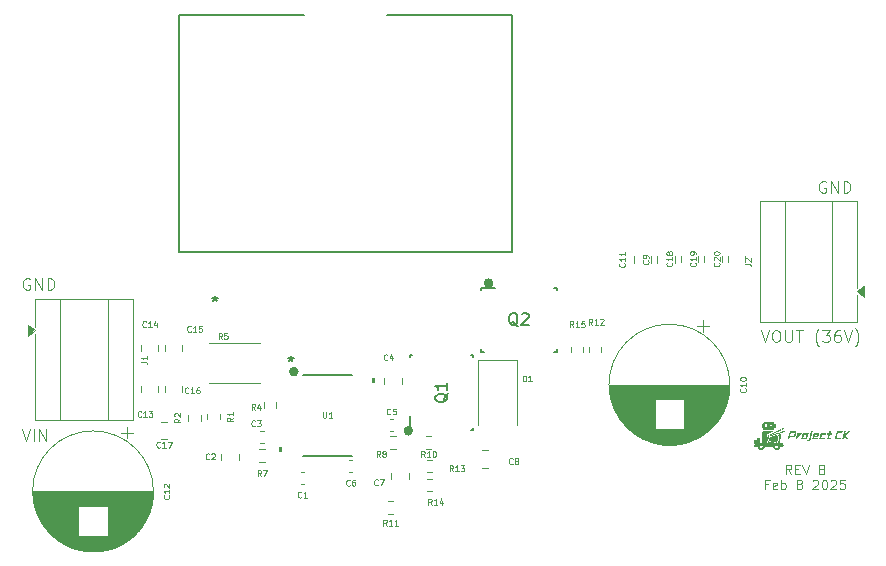
<source format=gbr>
%TF.GenerationSoftware,KiCad,Pcbnew,9.0.6*%
%TF.CreationDate,2026-02-08T21:35:38+01:00*%
%TF.ProjectId,Boost converter,426f6f73-7420-4636-9f6e-766572746572,B*%
%TF.SameCoordinates,Original*%
%TF.FileFunction,Legend,Top*%
%TF.FilePolarity,Positive*%
%FSLAX46Y46*%
G04 Gerber Fmt 4.6, Leading zero omitted, Abs format (unit mm)*
G04 Created by KiCad (PCBNEW 9.0.6) date 2026-02-08 21:35:38*
%MOMM*%
%LPD*%
G01*
G04 APERTURE LIST*
%ADD10C,0.400000*%
%ADD11C,0.100000*%
%ADD12C,0.125000*%
%ADD13C,0.150000*%
%ADD14C,0.120000*%
%ADD15C,0.152400*%
%ADD16C,0.000000*%
%ADD17C,0.200000*%
G04 APERTURE END LIST*
D10*
X180700000Y-133500000D02*
G75*
G02*
X180300000Y-133500000I-200000J0D01*
G01*
X180300000Y-133500000D02*
G75*
G02*
X180700000Y-133500000I200000J0D01*
G01*
X164200000Y-141000000D02*
G75*
G02*
X163800000Y-141000000I-200000J0D01*
G01*
X163800000Y-141000000D02*
G75*
G02*
X164200000Y-141000000I200000J0D01*
G01*
X173900000Y-146000000D02*
G75*
G02*
X173500000Y-146000000I-200000J0D01*
G01*
X173500000Y-146000000D02*
G75*
G02*
X173900000Y-146000000I200000J0D01*
G01*
D11*
X206109595Y-149663576D02*
X205842928Y-149282623D01*
X205652452Y-149663576D02*
X205652452Y-148863576D01*
X205652452Y-148863576D02*
X205957214Y-148863576D01*
X205957214Y-148863576D02*
X206033404Y-148901671D01*
X206033404Y-148901671D02*
X206071499Y-148939766D01*
X206071499Y-148939766D02*
X206109595Y-149015957D01*
X206109595Y-149015957D02*
X206109595Y-149130242D01*
X206109595Y-149130242D02*
X206071499Y-149206433D01*
X206071499Y-149206433D02*
X206033404Y-149244528D01*
X206033404Y-149244528D02*
X205957214Y-149282623D01*
X205957214Y-149282623D02*
X205652452Y-149282623D01*
X206452452Y-149244528D02*
X206719118Y-149244528D01*
X206833404Y-149663576D02*
X206452452Y-149663576D01*
X206452452Y-149663576D02*
X206452452Y-148863576D01*
X206452452Y-148863576D02*
X206833404Y-148863576D01*
X207061976Y-148863576D02*
X207328643Y-149663576D01*
X207328643Y-149663576D02*
X207595309Y-148863576D01*
X208738166Y-149244528D02*
X208852452Y-149282623D01*
X208852452Y-149282623D02*
X208890547Y-149320719D01*
X208890547Y-149320719D02*
X208928643Y-149396909D01*
X208928643Y-149396909D02*
X208928643Y-149511195D01*
X208928643Y-149511195D02*
X208890547Y-149587385D01*
X208890547Y-149587385D02*
X208852452Y-149625481D01*
X208852452Y-149625481D02*
X208776262Y-149663576D01*
X208776262Y-149663576D02*
X208471500Y-149663576D01*
X208471500Y-149663576D02*
X208471500Y-148863576D01*
X208471500Y-148863576D02*
X208738166Y-148863576D01*
X208738166Y-148863576D02*
X208814357Y-148901671D01*
X208814357Y-148901671D02*
X208852452Y-148939766D01*
X208852452Y-148939766D02*
X208890547Y-149015957D01*
X208890547Y-149015957D02*
X208890547Y-149092147D01*
X208890547Y-149092147D02*
X208852452Y-149168338D01*
X208852452Y-149168338D02*
X208814357Y-149206433D01*
X208814357Y-149206433D02*
X208738166Y-149244528D01*
X208738166Y-149244528D02*
X208471500Y-149244528D01*
X204166737Y-150532483D02*
X203900071Y-150532483D01*
X203900071Y-150951531D02*
X203900071Y-150151531D01*
X203900071Y-150151531D02*
X204281023Y-150151531D01*
X204890547Y-150913436D02*
X204814356Y-150951531D01*
X204814356Y-150951531D02*
X204661975Y-150951531D01*
X204661975Y-150951531D02*
X204585785Y-150913436D01*
X204585785Y-150913436D02*
X204547689Y-150837245D01*
X204547689Y-150837245D02*
X204547689Y-150532483D01*
X204547689Y-150532483D02*
X204585785Y-150456293D01*
X204585785Y-150456293D02*
X204661975Y-150418197D01*
X204661975Y-150418197D02*
X204814356Y-150418197D01*
X204814356Y-150418197D02*
X204890547Y-150456293D01*
X204890547Y-150456293D02*
X204928642Y-150532483D01*
X204928642Y-150532483D02*
X204928642Y-150608674D01*
X204928642Y-150608674D02*
X204547689Y-150684864D01*
X205271499Y-150951531D02*
X205271499Y-150151531D01*
X205271499Y-150456293D02*
X205347689Y-150418197D01*
X205347689Y-150418197D02*
X205500070Y-150418197D01*
X205500070Y-150418197D02*
X205576261Y-150456293D01*
X205576261Y-150456293D02*
X205614356Y-150494388D01*
X205614356Y-150494388D02*
X205652451Y-150570578D01*
X205652451Y-150570578D02*
X205652451Y-150799150D01*
X205652451Y-150799150D02*
X205614356Y-150875340D01*
X205614356Y-150875340D02*
X205576261Y-150913436D01*
X205576261Y-150913436D02*
X205500070Y-150951531D01*
X205500070Y-150951531D02*
X205347689Y-150951531D01*
X205347689Y-150951531D02*
X205271499Y-150913436D01*
X206719118Y-150494388D02*
X206642928Y-150456293D01*
X206642928Y-150456293D02*
X206604833Y-150418197D01*
X206604833Y-150418197D02*
X206566737Y-150342007D01*
X206566737Y-150342007D02*
X206566737Y-150303912D01*
X206566737Y-150303912D02*
X206604833Y-150227721D01*
X206604833Y-150227721D02*
X206642928Y-150189626D01*
X206642928Y-150189626D02*
X206719118Y-150151531D01*
X206719118Y-150151531D02*
X206871499Y-150151531D01*
X206871499Y-150151531D02*
X206947690Y-150189626D01*
X206947690Y-150189626D02*
X206985785Y-150227721D01*
X206985785Y-150227721D02*
X207023880Y-150303912D01*
X207023880Y-150303912D02*
X207023880Y-150342007D01*
X207023880Y-150342007D02*
X206985785Y-150418197D01*
X206985785Y-150418197D02*
X206947690Y-150456293D01*
X206947690Y-150456293D02*
X206871499Y-150494388D01*
X206871499Y-150494388D02*
X206719118Y-150494388D01*
X206719118Y-150494388D02*
X206642928Y-150532483D01*
X206642928Y-150532483D02*
X206604833Y-150570578D01*
X206604833Y-150570578D02*
X206566737Y-150646769D01*
X206566737Y-150646769D02*
X206566737Y-150799150D01*
X206566737Y-150799150D02*
X206604833Y-150875340D01*
X206604833Y-150875340D02*
X206642928Y-150913436D01*
X206642928Y-150913436D02*
X206719118Y-150951531D01*
X206719118Y-150951531D02*
X206871499Y-150951531D01*
X206871499Y-150951531D02*
X206947690Y-150913436D01*
X206947690Y-150913436D02*
X206985785Y-150875340D01*
X206985785Y-150875340D02*
X207023880Y-150799150D01*
X207023880Y-150799150D02*
X207023880Y-150646769D01*
X207023880Y-150646769D02*
X206985785Y-150570578D01*
X206985785Y-150570578D02*
X206947690Y-150532483D01*
X206947690Y-150532483D02*
X206871499Y-150494388D01*
X207938166Y-150227721D02*
X207976262Y-150189626D01*
X207976262Y-150189626D02*
X208052452Y-150151531D01*
X208052452Y-150151531D02*
X208242928Y-150151531D01*
X208242928Y-150151531D02*
X208319119Y-150189626D01*
X208319119Y-150189626D02*
X208357214Y-150227721D01*
X208357214Y-150227721D02*
X208395309Y-150303912D01*
X208395309Y-150303912D02*
X208395309Y-150380102D01*
X208395309Y-150380102D02*
X208357214Y-150494388D01*
X208357214Y-150494388D02*
X207900071Y-150951531D01*
X207900071Y-150951531D02*
X208395309Y-150951531D01*
X208890548Y-150151531D02*
X208966738Y-150151531D01*
X208966738Y-150151531D02*
X209042929Y-150189626D01*
X209042929Y-150189626D02*
X209081024Y-150227721D01*
X209081024Y-150227721D02*
X209119119Y-150303912D01*
X209119119Y-150303912D02*
X209157214Y-150456293D01*
X209157214Y-150456293D02*
X209157214Y-150646769D01*
X209157214Y-150646769D02*
X209119119Y-150799150D01*
X209119119Y-150799150D02*
X209081024Y-150875340D01*
X209081024Y-150875340D02*
X209042929Y-150913436D01*
X209042929Y-150913436D02*
X208966738Y-150951531D01*
X208966738Y-150951531D02*
X208890548Y-150951531D01*
X208890548Y-150951531D02*
X208814357Y-150913436D01*
X208814357Y-150913436D02*
X208776262Y-150875340D01*
X208776262Y-150875340D02*
X208738167Y-150799150D01*
X208738167Y-150799150D02*
X208700071Y-150646769D01*
X208700071Y-150646769D02*
X208700071Y-150456293D01*
X208700071Y-150456293D02*
X208738167Y-150303912D01*
X208738167Y-150303912D02*
X208776262Y-150227721D01*
X208776262Y-150227721D02*
X208814357Y-150189626D01*
X208814357Y-150189626D02*
X208890548Y-150151531D01*
X209461976Y-150227721D02*
X209500072Y-150189626D01*
X209500072Y-150189626D02*
X209576262Y-150151531D01*
X209576262Y-150151531D02*
X209766738Y-150151531D01*
X209766738Y-150151531D02*
X209842929Y-150189626D01*
X209842929Y-150189626D02*
X209881024Y-150227721D01*
X209881024Y-150227721D02*
X209919119Y-150303912D01*
X209919119Y-150303912D02*
X209919119Y-150380102D01*
X209919119Y-150380102D02*
X209881024Y-150494388D01*
X209881024Y-150494388D02*
X209423881Y-150951531D01*
X209423881Y-150951531D02*
X209919119Y-150951531D01*
X210642929Y-150151531D02*
X210261977Y-150151531D01*
X210261977Y-150151531D02*
X210223881Y-150532483D01*
X210223881Y-150532483D02*
X210261977Y-150494388D01*
X210261977Y-150494388D02*
X210338167Y-150456293D01*
X210338167Y-150456293D02*
X210528643Y-150456293D01*
X210528643Y-150456293D02*
X210604834Y-150494388D01*
X210604834Y-150494388D02*
X210642929Y-150532483D01*
X210642929Y-150532483D02*
X210681024Y-150608674D01*
X210681024Y-150608674D02*
X210681024Y-150799150D01*
X210681024Y-150799150D02*
X210642929Y-150875340D01*
X210642929Y-150875340D02*
X210604834Y-150913436D01*
X210604834Y-150913436D02*
X210528643Y-150951531D01*
X210528643Y-150951531D02*
X210338167Y-150951531D01*
X210338167Y-150951531D02*
X210261977Y-150913436D01*
X210261977Y-150913436D02*
X210223881Y-150875340D01*
X209027693Y-124920038D02*
X208932455Y-124872419D01*
X208932455Y-124872419D02*
X208789598Y-124872419D01*
X208789598Y-124872419D02*
X208646741Y-124920038D01*
X208646741Y-124920038D02*
X208551503Y-125015276D01*
X208551503Y-125015276D02*
X208503884Y-125110514D01*
X208503884Y-125110514D02*
X208456265Y-125300990D01*
X208456265Y-125300990D02*
X208456265Y-125443847D01*
X208456265Y-125443847D02*
X208503884Y-125634323D01*
X208503884Y-125634323D02*
X208551503Y-125729561D01*
X208551503Y-125729561D02*
X208646741Y-125824800D01*
X208646741Y-125824800D02*
X208789598Y-125872419D01*
X208789598Y-125872419D02*
X208884836Y-125872419D01*
X208884836Y-125872419D02*
X209027693Y-125824800D01*
X209027693Y-125824800D02*
X209075312Y-125777180D01*
X209075312Y-125777180D02*
X209075312Y-125443847D01*
X209075312Y-125443847D02*
X208884836Y-125443847D01*
X209503884Y-125872419D02*
X209503884Y-124872419D01*
X209503884Y-124872419D02*
X210075312Y-125872419D01*
X210075312Y-125872419D02*
X210075312Y-124872419D01*
X210551503Y-125872419D02*
X210551503Y-124872419D01*
X210551503Y-124872419D02*
X210789598Y-124872419D01*
X210789598Y-124872419D02*
X210932455Y-124920038D01*
X210932455Y-124920038D02*
X211027693Y-125015276D01*
X211027693Y-125015276D02*
X211075312Y-125110514D01*
X211075312Y-125110514D02*
X211122931Y-125300990D01*
X211122931Y-125300990D02*
X211122931Y-125443847D01*
X211122931Y-125443847D02*
X211075312Y-125634323D01*
X211075312Y-125634323D02*
X211027693Y-125729561D01*
X211027693Y-125729561D02*
X210932455Y-125824800D01*
X210932455Y-125824800D02*
X210789598Y-125872419D01*
X210789598Y-125872419D02*
X210551503Y-125872419D01*
X141627693Y-133120038D02*
X141532455Y-133072419D01*
X141532455Y-133072419D02*
X141389598Y-133072419D01*
X141389598Y-133072419D02*
X141246741Y-133120038D01*
X141246741Y-133120038D02*
X141151503Y-133215276D01*
X141151503Y-133215276D02*
X141103884Y-133310514D01*
X141103884Y-133310514D02*
X141056265Y-133500990D01*
X141056265Y-133500990D02*
X141056265Y-133643847D01*
X141056265Y-133643847D02*
X141103884Y-133834323D01*
X141103884Y-133834323D02*
X141151503Y-133929561D01*
X141151503Y-133929561D02*
X141246741Y-134024800D01*
X141246741Y-134024800D02*
X141389598Y-134072419D01*
X141389598Y-134072419D02*
X141484836Y-134072419D01*
X141484836Y-134072419D02*
X141627693Y-134024800D01*
X141627693Y-134024800D02*
X141675312Y-133977180D01*
X141675312Y-133977180D02*
X141675312Y-133643847D01*
X141675312Y-133643847D02*
X141484836Y-133643847D01*
X142103884Y-134072419D02*
X142103884Y-133072419D01*
X142103884Y-133072419D02*
X142675312Y-134072419D01*
X142675312Y-134072419D02*
X142675312Y-133072419D01*
X143151503Y-134072419D02*
X143151503Y-133072419D01*
X143151503Y-133072419D02*
X143389598Y-133072419D01*
X143389598Y-133072419D02*
X143532455Y-133120038D01*
X143532455Y-133120038D02*
X143627693Y-133215276D01*
X143627693Y-133215276D02*
X143675312Y-133310514D01*
X143675312Y-133310514D02*
X143722931Y-133500990D01*
X143722931Y-133500990D02*
X143722931Y-133643847D01*
X143722931Y-133643847D02*
X143675312Y-133834323D01*
X143675312Y-133834323D02*
X143627693Y-133929561D01*
X143627693Y-133929561D02*
X143532455Y-134024800D01*
X143532455Y-134024800D02*
X143389598Y-134072419D01*
X143389598Y-134072419D02*
X143151503Y-134072419D01*
X140961027Y-145872419D02*
X141294360Y-146872419D01*
X141294360Y-146872419D02*
X141627693Y-145872419D01*
X141961027Y-146872419D02*
X141961027Y-145872419D01*
X142437217Y-146872419D02*
X142437217Y-145872419D01*
X142437217Y-145872419D02*
X143008645Y-146872419D01*
X143008645Y-146872419D02*
X143008645Y-145872419D01*
X203561027Y-137472419D02*
X203894360Y-138472419D01*
X203894360Y-138472419D02*
X204227693Y-137472419D01*
X204751503Y-137472419D02*
X204941979Y-137472419D01*
X204941979Y-137472419D02*
X205037217Y-137520038D01*
X205037217Y-137520038D02*
X205132455Y-137615276D01*
X205132455Y-137615276D02*
X205180074Y-137805752D01*
X205180074Y-137805752D02*
X205180074Y-138139085D01*
X205180074Y-138139085D02*
X205132455Y-138329561D01*
X205132455Y-138329561D02*
X205037217Y-138424800D01*
X205037217Y-138424800D02*
X204941979Y-138472419D01*
X204941979Y-138472419D02*
X204751503Y-138472419D01*
X204751503Y-138472419D02*
X204656265Y-138424800D01*
X204656265Y-138424800D02*
X204561027Y-138329561D01*
X204561027Y-138329561D02*
X204513408Y-138139085D01*
X204513408Y-138139085D02*
X204513408Y-137805752D01*
X204513408Y-137805752D02*
X204561027Y-137615276D01*
X204561027Y-137615276D02*
X204656265Y-137520038D01*
X204656265Y-137520038D02*
X204751503Y-137472419D01*
X205608646Y-137472419D02*
X205608646Y-138281942D01*
X205608646Y-138281942D02*
X205656265Y-138377180D01*
X205656265Y-138377180D02*
X205703884Y-138424800D01*
X205703884Y-138424800D02*
X205799122Y-138472419D01*
X205799122Y-138472419D02*
X205989598Y-138472419D01*
X205989598Y-138472419D02*
X206084836Y-138424800D01*
X206084836Y-138424800D02*
X206132455Y-138377180D01*
X206132455Y-138377180D02*
X206180074Y-138281942D01*
X206180074Y-138281942D02*
X206180074Y-137472419D01*
X206513408Y-137472419D02*
X207084836Y-137472419D01*
X206799122Y-138472419D02*
X206799122Y-137472419D01*
X208465789Y-138853371D02*
X208418170Y-138805752D01*
X208418170Y-138805752D02*
X208322932Y-138662895D01*
X208322932Y-138662895D02*
X208275313Y-138567657D01*
X208275313Y-138567657D02*
X208227694Y-138424800D01*
X208227694Y-138424800D02*
X208180075Y-138186704D01*
X208180075Y-138186704D02*
X208180075Y-137996228D01*
X208180075Y-137996228D02*
X208227694Y-137758133D01*
X208227694Y-137758133D02*
X208275313Y-137615276D01*
X208275313Y-137615276D02*
X208322932Y-137520038D01*
X208322932Y-137520038D02*
X208418170Y-137377180D01*
X208418170Y-137377180D02*
X208465789Y-137329561D01*
X208751504Y-137472419D02*
X209370551Y-137472419D01*
X209370551Y-137472419D02*
X209037218Y-137853371D01*
X209037218Y-137853371D02*
X209180075Y-137853371D01*
X209180075Y-137853371D02*
X209275313Y-137900990D01*
X209275313Y-137900990D02*
X209322932Y-137948609D01*
X209322932Y-137948609D02*
X209370551Y-138043847D01*
X209370551Y-138043847D02*
X209370551Y-138281942D01*
X209370551Y-138281942D02*
X209322932Y-138377180D01*
X209322932Y-138377180D02*
X209275313Y-138424800D01*
X209275313Y-138424800D02*
X209180075Y-138472419D01*
X209180075Y-138472419D02*
X208894361Y-138472419D01*
X208894361Y-138472419D02*
X208799123Y-138424800D01*
X208799123Y-138424800D02*
X208751504Y-138377180D01*
X210227694Y-137472419D02*
X210037218Y-137472419D01*
X210037218Y-137472419D02*
X209941980Y-137520038D01*
X209941980Y-137520038D02*
X209894361Y-137567657D01*
X209894361Y-137567657D02*
X209799123Y-137710514D01*
X209799123Y-137710514D02*
X209751504Y-137900990D01*
X209751504Y-137900990D02*
X209751504Y-138281942D01*
X209751504Y-138281942D02*
X209799123Y-138377180D01*
X209799123Y-138377180D02*
X209846742Y-138424800D01*
X209846742Y-138424800D02*
X209941980Y-138472419D01*
X209941980Y-138472419D02*
X210132456Y-138472419D01*
X210132456Y-138472419D02*
X210227694Y-138424800D01*
X210227694Y-138424800D02*
X210275313Y-138377180D01*
X210275313Y-138377180D02*
X210322932Y-138281942D01*
X210322932Y-138281942D02*
X210322932Y-138043847D01*
X210322932Y-138043847D02*
X210275313Y-137948609D01*
X210275313Y-137948609D02*
X210227694Y-137900990D01*
X210227694Y-137900990D02*
X210132456Y-137853371D01*
X210132456Y-137853371D02*
X209941980Y-137853371D01*
X209941980Y-137853371D02*
X209846742Y-137900990D01*
X209846742Y-137900990D02*
X209799123Y-137948609D01*
X209799123Y-137948609D02*
X209751504Y-138043847D01*
X210608647Y-137472419D02*
X210941980Y-138472419D01*
X210941980Y-138472419D02*
X211275313Y-137472419D01*
X211513409Y-138853371D02*
X211561028Y-138805752D01*
X211561028Y-138805752D02*
X211656266Y-138662895D01*
X211656266Y-138662895D02*
X211703885Y-138567657D01*
X211703885Y-138567657D02*
X211751504Y-138424800D01*
X211751504Y-138424800D02*
X211799123Y-138186704D01*
X211799123Y-138186704D02*
X211799123Y-137996228D01*
X211799123Y-137996228D02*
X211751504Y-137758133D01*
X211751504Y-137758133D02*
X211703885Y-137615276D01*
X211703885Y-137615276D02*
X211656266Y-137520038D01*
X211656266Y-137520038D02*
X211561028Y-137377180D01*
X211561028Y-137377180D02*
X211513409Y-137329561D01*
D12*
X175678571Y-152254809D02*
X175511905Y-152016714D01*
X175392857Y-152254809D02*
X175392857Y-151754809D01*
X175392857Y-151754809D02*
X175583333Y-151754809D01*
X175583333Y-151754809D02*
X175630952Y-151778619D01*
X175630952Y-151778619D02*
X175654762Y-151802428D01*
X175654762Y-151802428D02*
X175678571Y-151850047D01*
X175678571Y-151850047D02*
X175678571Y-151921476D01*
X175678571Y-151921476D02*
X175654762Y-151969095D01*
X175654762Y-151969095D02*
X175630952Y-151992904D01*
X175630952Y-151992904D02*
X175583333Y-152016714D01*
X175583333Y-152016714D02*
X175392857Y-152016714D01*
X176154762Y-152254809D02*
X175869048Y-152254809D01*
X176011905Y-152254809D02*
X176011905Y-151754809D01*
X176011905Y-151754809D02*
X175964286Y-151826238D01*
X175964286Y-151826238D02*
X175916667Y-151873857D01*
X175916667Y-151873857D02*
X175869048Y-151897666D01*
X176583333Y-151921476D02*
X176583333Y-152254809D01*
X176464285Y-151731000D02*
X176345238Y-152088142D01*
X176345238Y-152088142D02*
X176654761Y-152088142D01*
X195997190Y-131771428D02*
X196021000Y-131795237D01*
X196021000Y-131795237D02*
X196044809Y-131866666D01*
X196044809Y-131866666D02*
X196044809Y-131914285D01*
X196044809Y-131914285D02*
X196021000Y-131985713D01*
X196021000Y-131985713D02*
X195973380Y-132033332D01*
X195973380Y-132033332D02*
X195925761Y-132057142D01*
X195925761Y-132057142D02*
X195830523Y-132080951D01*
X195830523Y-132080951D02*
X195759095Y-132080951D01*
X195759095Y-132080951D02*
X195663857Y-132057142D01*
X195663857Y-132057142D02*
X195616238Y-132033332D01*
X195616238Y-132033332D02*
X195568619Y-131985713D01*
X195568619Y-131985713D02*
X195544809Y-131914285D01*
X195544809Y-131914285D02*
X195544809Y-131866666D01*
X195544809Y-131866666D02*
X195568619Y-131795237D01*
X195568619Y-131795237D02*
X195592428Y-131771428D01*
X196044809Y-131295237D02*
X196044809Y-131580951D01*
X196044809Y-131438094D02*
X195544809Y-131438094D01*
X195544809Y-131438094D02*
X195616238Y-131485713D01*
X195616238Y-131485713D02*
X195663857Y-131533332D01*
X195663857Y-131533332D02*
X195687666Y-131580951D01*
X195759095Y-131009523D02*
X195735285Y-131057142D01*
X195735285Y-131057142D02*
X195711476Y-131080952D01*
X195711476Y-131080952D02*
X195663857Y-131104761D01*
X195663857Y-131104761D02*
X195640047Y-131104761D01*
X195640047Y-131104761D02*
X195592428Y-131080952D01*
X195592428Y-131080952D02*
X195568619Y-131057142D01*
X195568619Y-131057142D02*
X195544809Y-131009523D01*
X195544809Y-131009523D02*
X195544809Y-130914285D01*
X195544809Y-130914285D02*
X195568619Y-130866666D01*
X195568619Y-130866666D02*
X195592428Y-130842857D01*
X195592428Y-130842857D02*
X195640047Y-130819047D01*
X195640047Y-130819047D02*
X195663857Y-130819047D01*
X195663857Y-130819047D02*
X195711476Y-130842857D01*
X195711476Y-130842857D02*
X195735285Y-130866666D01*
X195735285Y-130866666D02*
X195759095Y-130914285D01*
X195759095Y-130914285D02*
X195759095Y-131009523D01*
X195759095Y-131009523D02*
X195782904Y-131057142D01*
X195782904Y-131057142D02*
X195806714Y-131080952D01*
X195806714Y-131080952D02*
X195854333Y-131104761D01*
X195854333Y-131104761D02*
X195949571Y-131104761D01*
X195949571Y-131104761D02*
X195997190Y-131080952D01*
X195997190Y-131080952D02*
X196021000Y-131057142D01*
X196021000Y-131057142D02*
X196044809Y-131009523D01*
X196044809Y-131009523D02*
X196044809Y-130914285D01*
X196044809Y-130914285D02*
X196021000Y-130866666D01*
X196021000Y-130866666D02*
X195997190Y-130842857D01*
X195997190Y-130842857D02*
X195949571Y-130819047D01*
X195949571Y-130819047D02*
X195854333Y-130819047D01*
X195854333Y-130819047D02*
X195806714Y-130842857D01*
X195806714Y-130842857D02*
X195782904Y-130866666D01*
X195782904Y-130866666D02*
X195759095Y-130914285D01*
X202172309Y-131866666D02*
X202529452Y-131866666D01*
X202529452Y-131866666D02*
X202600880Y-131890475D01*
X202600880Y-131890475D02*
X202648500Y-131938094D01*
X202648500Y-131938094D02*
X202672309Y-132009523D01*
X202672309Y-132009523D02*
X202672309Y-132057142D01*
X202219928Y-131652380D02*
X202196119Y-131628571D01*
X202196119Y-131628571D02*
X202172309Y-131580952D01*
X202172309Y-131580952D02*
X202172309Y-131461904D01*
X202172309Y-131461904D02*
X202196119Y-131414285D01*
X202196119Y-131414285D02*
X202219928Y-131390476D01*
X202219928Y-131390476D02*
X202267547Y-131366666D01*
X202267547Y-131366666D02*
X202315166Y-131366666D01*
X202315166Y-131366666D02*
X202386595Y-131390476D01*
X202386595Y-131390476D02*
X202672309Y-131676190D01*
X202672309Y-131676190D02*
X202672309Y-131366666D01*
X155078571Y-142777190D02*
X155054762Y-142801000D01*
X155054762Y-142801000D02*
X154983333Y-142824809D01*
X154983333Y-142824809D02*
X154935714Y-142824809D01*
X154935714Y-142824809D02*
X154864286Y-142801000D01*
X154864286Y-142801000D02*
X154816667Y-142753380D01*
X154816667Y-142753380D02*
X154792857Y-142705761D01*
X154792857Y-142705761D02*
X154769048Y-142610523D01*
X154769048Y-142610523D02*
X154769048Y-142539095D01*
X154769048Y-142539095D02*
X154792857Y-142443857D01*
X154792857Y-142443857D02*
X154816667Y-142396238D01*
X154816667Y-142396238D02*
X154864286Y-142348619D01*
X154864286Y-142348619D02*
X154935714Y-142324809D01*
X154935714Y-142324809D02*
X154983333Y-142324809D01*
X154983333Y-142324809D02*
X155054762Y-142348619D01*
X155054762Y-142348619D02*
X155078571Y-142372428D01*
X155554762Y-142824809D02*
X155269048Y-142824809D01*
X155411905Y-142824809D02*
X155411905Y-142324809D01*
X155411905Y-142324809D02*
X155364286Y-142396238D01*
X155364286Y-142396238D02*
X155316667Y-142443857D01*
X155316667Y-142443857D02*
X155269048Y-142467666D01*
X155983333Y-142324809D02*
X155888095Y-142324809D01*
X155888095Y-142324809D02*
X155840476Y-142348619D01*
X155840476Y-142348619D02*
X155816666Y-142372428D01*
X155816666Y-142372428D02*
X155769047Y-142443857D01*
X155769047Y-142443857D02*
X155745238Y-142539095D01*
X155745238Y-142539095D02*
X155745238Y-142729571D01*
X155745238Y-142729571D02*
X155769047Y-142777190D01*
X155769047Y-142777190D02*
X155792857Y-142801000D01*
X155792857Y-142801000D02*
X155840476Y-142824809D01*
X155840476Y-142824809D02*
X155935714Y-142824809D01*
X155935714Y-142824809D02*
X155983333Y-142801000D01*
X155983333Y-142801000D02*
X156007142Y-142777190D01*
X156007142Y-142777190D02*
X156030952Y-142729571D01*
X156030952Y-142729571D02*
X156030952Y-142610523D01*
X156030952Y-142610523D02*
X156007142Y-142562904D01*
X156007142Y-142562904D02*
X155983333Y-142539095D01*
X155983333Y-142539095D02*
X155935714Y-142515285D01*
X155935714Y-142515285D02*
X155840476Y-142515285D01*
X155840476Y-142515285D02*
X155792857Y-142539095D01*
X155792857Y-142539095D02*
X155769047Y-142562904D01*
X155769047Y-142562904D02*
X155745238Y-142610523D01*
X177478571Y-149424809D02*
X177311905Y-149186714D01*
X177192857Y-149424809D02*
X177192857Y-148924809D01*
X177192857Y-148924809D02*
X177383333Y-148924809D01*
X177383333Y-148924809D02*
X177430952Y-148948619D01*
X177430952Y-148948619D02*
X177454762Y-148972428D01*
X177454762Y-148972428D02*
X177478571Y-149020047D01*
X177478571Y-149020047D02*
X177478571Y-149091476D01*
X177478571Y-149091476D02*
X177454762Y-149139095D01*
X177454762Y-149139095D02*
X177430952Y-149162904D01*
X177430952Y-149162904D02*
X177383333Y-149186714D01*
X177383333Y-149186714D02*
X177192857Y-149186714D01*
X177954762Y-149424809D02*
X177669048Y-149424809D01*
X177811905Y-149424809D02*
X177811905Y-148924809D01*
X177811905Y-148924809D02*
X177764286Y-148996238D01*
X177764286Y-148996238D02*
X177716667Y-149043857D01*
X177716667Y-149043857D02*
X177669048Y-149067666D01*
X178121428Y-148924809D02*
X178430952Y-148924809D01*
X178430952Y-148924809D02*
X178264285Y-149115285D01*
X178264285Y-149115285D02*
X178335714Y-149115285D01*
X178335714Y-149115285D02*
X178383333Y-149139095D01*
X178383333Y-149139095D02*
X178407142Y-149162904D01*
X178407142Y-149162904D02*
X178430952Y-149210523D01*
X178430952Y-149210523D02*
X178430952Y-149329571D01*
X178430952Y-149329571D02*
X178407142Y-149377190D01*
X178407142Y-149377190D02*
X178383333Y-149401000D01*
X178383333Y-149401000D02*
X178335714Y-149424809D01*
X178335714Y-149424809D02*
X178192857Y-149424809D01*
X178192857Y-149424809D02*
X178145238Y-149401000D01*
X178145238Y-149401000D02*
X178121428Y-149377190D01*
X157916666Y-138224809D02*
X157750000Y-137986714D01*
X157630952Y-138224809D02*
X157630952Y-137724809D01*
X157630952Y-137724809D02*
X157821428Y-137724809D01*
X157821428Y-137724809D02*
X157869047Y-137748619D01*
X157869047Y-137748619D02*
X157892857Y-137772428D01*
X157892857Y-137772428D02*
X157916666Y-137820047D01*
X157916666Y-137820047D02*
X157916666Y-137891476D01*
X157916666Y-137891476D02*
X157892857Y-137939095D01*
X157892857Y-137939095D02*
X157869047Y-137962904D01*
X157869047Y-137962904D02*
X157821428Y-137986714D01*
X157821428Y-137986714D02*
X157630952Y-137986714D01*
X158369047Y-137724809D02*
X158130952Y-137724809D01*
X158130952Y-137724809D02*
X158107143Y-137962904D01*
X158107143Y-137962904D02*
X158130952Y-137939095D01*
X158130952Y-137939095D02*
X158178571Y-137915285D01*
X158178571Y-137915285D02*
X158297619Y-137915285D01*
X158297619Y-137915285D02*
X158345238Y-137939095D01*
X158345238Y-137939095D02*
X158369047Y-137962904D01*
X158369047Y-137962904D02*
X158392857Y-138010523D01*
X158392857Y-138010523D02*
X158392857Y-138129571D01*
X158392857Y-138129571D02*
X158369047Y-138177190D01*
X158369047Y-138177190D02*
X158345238Y-138201000D01*
X158345238Y-138201000D02*
X158297619Y-138224809D01*
X158297619Y-138224809D02*
X158178571Y-138224809D01*
X158178571Y-138224809D02*
X158130952Y-138201000D01*
X158130952Y-138201000D02*
X158107143Y-138177190D01*
X155278571Y-137577190D02*
X155254762Y-137601000D01*
X155254762Y-137601000D02*
X155183333Y-137624809D01*
X155183333Y-137624809D02*
X155135714Y-137624809D01*
X155135714Y-137624809D02*
X155064286Y-137601000D01*
X155064286Y-137601000D02*
X155016667Y-137553380D01*
X155016667Y-137553380D02*
X154992857Y-137505761D01*
X154992857Y-137505761D02*
X154969048Y-137410523D01*
X154969048Y-137410523D02*
X154969048Y-137339095D01*
X154969048Y-137339095D02*
X154992857Y-137243857D01*
X154992857Y-137243857D02*
X155016667Y-137196238D01*
X155016667Y-137196238D02*
X155064286Y-137148619D01*
X155064286Y-137148619D02*
X155135714Y-137124809D01*
X155135714Y-137124809D02*
X155183333Y-137124809D01*
X155183333Y-137124809D02*
X155254762Y-137148619D01*
X155254762Y-137148619D02*
X155278571Y-137172428D01*
X155754762Y-137624809D02*
X155469048Y-137624809D01*
X155611905Y-137624809D02*
X155611905Y-137124809D01*
X155611905Y-137124809D02*
X155564286Y-137196238D01*
X155564286Y-137196238D02*
X155516667Y-137243857D01*
X155516667Y-137243857D02*
X155469048Y-137267666D01*
X156207142Y-137124809D02*
X155969047Y-137124809D01*
X155969047Y-137124809D02*
X155945238Y-137362904D01*
X155945238Y-137362904D02*
X155969047Y-137339095D01*
X155969047Y-137339095D02*
X156016666Y-137315285D01*
X156016666Y-137315285D02*
X156135714Y-137315285D01*
X156135714Y-137315285D02*
X156183333Y-137339095D01*
X156183333Y-137339095D02*
X156207142Y-137362904D01*
X156207142Y-137362904D02*
X156230952Y-137410523D01*
X156230952Y-137410523D02*
X156230952Y-137529571D01*
X156230952Y-137529571D02*
X156207142Y-137577190D01*
X156207142Y-137577190D02*
X156183333Y-137601000D01*
X156183333Y-137601000D02*
X156135714Y-137624809D01*
X156135714Y-137624809D02*
X156016666Y-137624809D01*
X156016666Y-137624809D02*
X155969047Y-137601000D01*
X155969047Y-137601000D02*
X155945238Y-137577190D01*
X171878571Y-154024809D02*
X171711905Y-153786714D01*
X171592857Y-154024809D02*
X171592857Y-153524809D01*
X171592857Y-153524809D02*
X171783333Y-153524809D01*
X171783333Y-153524809D02*
X171830952Y-153548619D01*
X171830952Y-153548619D02*
X171854762Y-153572428D01*
X171854762Y-153572428D02*
X171878571Y-153620047D01*
X171878571Y-153620047D02*
X171878571Y-153691476D01*
X171878571Y-153691476D02*
X171854762Y-153739095D01*
X171854762Y-153739095D02*
X171830952Y-153762904D01*
X171830952Y-153762904D02*
X171783333Y-153786714D01*
X171783333Y-153786714D02*
X171592857Y-153786714D01*
X172354762Y-154024809D02*
X172069048Y-154024809D01*
X172211905Y-154024809D02*
X172211905Y-153524809D01*
X172211905Y-153524809D02*
X172164286Y-153596238D01*
X172164286Y-153596238D02*
X172116667Y-153643857D01*
X172116667Y-153643857D02*
X172069048Y-153667666D01*
X172830952Y-154024809D02*
X172545238Y-154024809D01*
X172688095Y-154024809D02*
X172688095Y-153524809D01*
X172688095Y-153524809D02*
X172640476Y-153596238D01*
X172640476Y-153596238D02*
X172592857Y-153643857D01*
X172592857Y-153643857D02*
X172545238Y-153667666D01*
X160716666Y-145577190D02*
X160692857Y-145601000D01*
X160692857Y-145601000D02*
X160621428Y-145624809D01*
X160621428Y-145624809D02*
X160573809Y-145624809D01*
X160573809Y-145624809D02*
X160502381Y-145601000D01*
X160502381Y-145601000D02*
X160454762Y-145553380D01*
X160454762Y-145553380D02*
X160430952Y-145505761D01*
X160430952Y-145505761D02*
X160407143Y-145410523D01*
X160407143Y-145410523D02*
X160407143Y-145339095D01*
X160407143Y-145339095D02*
X160430952Y-145243857D01*
X160430952Y-145243857D02*
X160454762Y-145196238D01*
X160454762Y-145196238D02*
X160502381Y-145148619D01*
X160502381Y-145148619D02*
X160573809Y-145124809D01*
X160573809Y-145124809D02*
X160621428Y-145124809D01*
X160621428Y-145124809D02*
X160692857Y-145148619D01*
X160692857Y-145148619D02*
X160716666Y-145172428D01*
X160883333Y-145124809D02*
X161192857Y-145124809D01*
X161192857Y-145124809D02*
X161026190Y-145315285D01*
X161026190Y-145315285D02*
X161097619Y-145315285D01*
X161097619Y-145315285D02*
X161145238Y-145339095D01*
X161145238Y-145339095D02*
X161169047Y-145362904D01*
X161169047Y-145362904D02*
X161192857Y-145410523D01*
X161192857Y-145410523D02*
X161192857Y-145529571D01*
X161192857Y-145529571D02*
X161169047Y-145577190D01*
X161169047Y-145577190D02*
X161145238Y-145601000D01*
X161145238Y-145601000D02*
X161097619Y-145624809D01*
X161097619Y-145624809D02*
X160954762Y-145624809D01*
X160954762Y-145624809D02*
X160907143Y-145601000D01*
X160907143Y-145601000D02*
X160883333Y-145577190D01*
X164641666Y-151607190D02*
X164617857Y-151631000D01*
X164617857Y-151631000D02*
X164546428Y-151654809D01*
X164546428Y-151654809D02*
X164498809Y-151654809D01*
X164498809Y-151654809D02*
X164427381Y-151631000D01*
X164427381Y-151631000D02*
X164379762Y-151583380D01*
X164379762Y-151583380D02*
X164355952Y-151535761D01*
X164355952Y-151535761D02*
X164332143Y-151440523D01*
X164332143Y-151440523D02*
X164332143Y-151369095D01*
X164332143Y-151369095D02*
X164355952Y-151273857D01*
X164355952Y-151273857D02*
X164379762Y-151226238D01*
X164379762Y-151226238D02*
X164427381Y-151178619D01*
X164427381Y-151178619D02*
X164498809Y-151154809D01*
X164498809Y-151154809D02*
X164546428Y-151154809D01*
X164546428Y-151154809D02*
X164617857Y-151178619D01*
X164617857Y-151178619D02*
X164641666Y-151202428D01*
X165117857Y-151654809D02*
X164832143Y-151654809D01*
X164975000Y-151654809D02*
X164975000Y-151154809D01*
X164975000Y-151154809D02*
X164927381Y-151226238D01*
X164927381Y-151226238D02*
X164879762Y-151273857D01*
X164879762Y-151273857D02*
X164832143Y-151297666D01*
X161216666Y-149824809D02*
X161050000Y-149586714D01*
X160930952Y-149824809D02*
X160930952Y-149324809D01*
X160930952Y-149324809D02*
X161121428Y-149324809D01*
X161121428Y-149324809D02*
X161169047Y-149348619D01*
X161169047Y-149348619D02*
X161192857Y-149372428D01*
X161192857Y-149372428D02*
X161216666Y-149420047D01*
X161216666Y-149420047D02*
X161216666Y-149491476D01*
X161216666Y-149491476D02*
X161192857Y-149539095D01*
X161192857Y-149539095D02*
X161169047Y-149562904D01*
X161169047Y-149562904D02*
X161121428Y-149586714D01*
X161121428Y-149586714D02*
X160930952Y-149586714D01*
X161383333Y-149324809D02*
X161716666Y-149324809D01*
X161716666Y-149324809D02*
X161502381Y-149824809D01*
X171916666Y-139977190D02*
X171892857Y-140001000D01*
X171892857Y-140001000D02*
X171821428Y-140024809D01*
X171821428Y-140024809D02*
X171773809Y-140024809D01*
X171773809Y-140024809D02*
X171702381Y-140001000D01*
X171702381Y-140001000D02*
X171654762Y-139953380D01*
X171654762Y-139953380D02*
X171630952Y-139905761D01*
X171630952Y-139905761D02*
X171607143Y-139810523D01*
X171607143Y-139810523D02*
X171607143Y-139739095D01*
X171607143Y-139739095D02*
X171630952Y-139643857D01*
X171630952Y-139643857D02*
X171654762Y-139596238D01*
X171654762Y-139596238D02*
X171702381Y-139548619D01*
X171702381Y-139548619D02*
X171773809Y-139524809D01*
X171773809Y-139524809D02*
X171821428Y-139524809D01*
X171821428Y-139524809D02*
X171892857Y-139548619D01*
X171892857Y-139548619D02*
X171916666Y-139572428D01*
X172345238Y-139691476D02*
X172345238Y-140024809D01*
X172226190Y-139501000D02*
X172107143Y-139858142D01*
X172107143Y-139858142D02*
X172416666Y-139858142D01*
X187678571Y-137224809D02*
X187511905Y-136986714D01*
X187392857Y-137224809D02*
X187392857Y-136724809D01*
X187392857Y-136724809D02*
X187583333Y-136724809D01*
X187583333Y-136724809D02*
X187630952Y-136748619D01*
X187630952Y-136748619D02*
X187654762Y-136772428D01*
X187654762Y-136772428D02*
X187678571Y-136820047D01*
X187678571Y-136820047D02*
X187678571Y-136891476D01*
X187678571Y-136891476D02*
X187654762Y-136939095D01*
X187654762Y-136939095D02*
X187630952Y-136962904D01*
X187630952Y-136962904D02*
X187583333Y-136986714D01*
X187583333Y-136986714D02*
X187392857Y-136986714D01*
X188154762Y-137224809D02*
X187869048Y-137224809D01*
X188011905Y-137224809D02*
X188011905Y-136724809D01*
X188011905Y-136724809D02*
X187964286Y-136796238D01*
X187964286Y-136796238D02*
X187916667Y-136843857D01*
X187916667Y-136843857D02*
X187869048Y-136867666D01*
X188607142Y-136724809D02*
X188369047Y-136724809D01*
X188369047Y-136724809D02*
X188345238Y-136962904D01*
X188345238Y-136962904D02*
X188369047Y-136939095D01*
X188369047Y-136939095D02*
X188416666Y-136915285D01*
X188416666Y-136915285D02*
X188535714Y-136915285D01*
X188535714Y-136915285D02*
X188583333Y-136939095D01*
X188583333Y-136939095D02*
X188607142Y-136962904D01*
X188607142Y-136962904D02*
X188630952Y-137010523D01*
X188630952Y-137010523D02*
X188630952Y-137129571D01*
X188630952Y-137129571D02*
X188607142Y-137177190D01*
X188607142Y-137177190D02*
X188583333Y-137201000D01*
X188583333Y-137201000D02*
X188535714Y-137224809D01*
X188535714Y-137224809D02*
X188416666Y-137224809D01*
X188416666Y-137224809D02*
X188369047Y-137201000D01*
X188369047Y-137201000D02*
X188345238Y-137177190D01*
X197997190Y-131771428D02*
X198021000Y-131795237D01*
X198021000Y-131795237D02*
X198044809Y-131866666D01*
X198044809Y-131866666D02*
X198044809Y-131914285D01*
X198044809Y-131914285D02*
X198021000Y-131985713D01*
X198021000Y-131985713D02*
X197973380Y-132033332D01*
X197973380Y-132033332D02*
X197925761Y-132057142D01*
X197925761Y-132057142D02*
X197830523Y-132080951D01*
X197830523Y-132080951D02*
X197759095Y-132080951D01*
X197759095Y-132080951D02*
X197663857Y-132057142D01*
X197663857Y-132057142D02*
X197616238Y-132033332D01*
X197616238Y-132033332D02*
X197568619Y-131985713D01*
X197568619Y-131985713D02*
X197544809Y-131914285D01*
X197544809Y-131914285D02*
X197544809Y-131866666D01*
X197544809Y-131866666D02*
X197568619Y-131795237D01*
X197568619Y-131795237D02*
X197592428Y-131771428D01*
X198044809Y-131295237D02*
X198044809Y-131580951D01*
X198044809Y-131438094D02*
X197544809Y-131438094D01*
X197544809Y-131438094D02*
X197616238Y-131485713D01*
X197616238Y-131485713D02*
X197663857Y-131533332D01*
X197663857Y-131533332D02*
X197687666Y-131580951D01*
X198044809Y-131057142D02*
X198044809Y-130961904D01*
X198044809Y-130961904D02*
X198021000Y-130914285D01*
X198021000Y-130914285D02*
X197997190Y-130890476D01*
X197997190Y-130890476D02*
X197925761Y-130842857D01*
X197925761Y-130842857D02*
X197830523Y-130819047D01*
X197830523Y-130819047D02*
X197640047Y-130819047D01*
X197640047Y-130819047D02*
X197592428Y-130842857D01*
X197592428Y-130842857D02*
X197568619Y-130866666D01*
X197568619Y-130866666D02*
X197544809Y-130914285D01*
X197544809Y-130914285D02*
X197544809Y-131009523D01*
X197544809Y-131009523D02*
X197568619Y-131057142D01*
X197568619Y-131057142D02*
X197592428Y-131080952D01*
X197592428Y-131080952D02*
X197640047Y-131104761D01*
X197640047Y-131104761D02*
X197759095Y-131104761D01*
X197759095Y-131104761D02*
X197806714Y-131080952D01*
X197806714Y-131080952D02*
X197830523Y-131057142D01*
X197830523Y-131057142D02*
X197854333Y-131009523D01*
X197854333Y-131009523D02*
X197854333Y-130914285D01*
X197854333Y-130914285D02*
X197830523Y-130866666D01*
X197830523Y-130866666D02*
X197806714Y-130842857D01*
X197806714Y-130842857D02*
X197759095Y-130819047D01*
X193997190Y-131583333D02*
X194021000Y-131607142D01*
X194021000Y-131607142D02*
X194044809Y-131678571D01*
X194044809Y-131678571D02*
X194044809Y-131726190D01*
X194044809Y-131726190D02*
X194021000Y-131797618D01*
X194021000Y-131797618D02*
X193973380Y-131845237D01*
X193973380Y-131845237D02*
X193925761Y-131869047D01*
X193925761Y-131869047D02*
X193830523Y-131892856D01*
X193830523Y-131892856D02*
X193759095Y-131892856D01*
X193759095Y-131892856D02*
X193663857Y-131869047D01*
X193663857Y-131869047D02*
X193616238Y-131845237D01*
X193616238Y-131845237D02*
X193568619Y-131797618D01*
X193568619Y-131797618D02*
X193544809Y-131726190D01*
X193544809Y-131726190D02*
X193544809Y-131678571D01*
X193544809Y-131678571D02*
X193568619Y-131607142D01*
X193568619Y-131607142D02*
X193592428Y-131583333D01*
X194044809Y-131345237D02*
X194044809Y-131249999D01*
X194044809Y-131249999D02*
X194021000Y-131202380D01*
X194021000Y-131202380D02*
X193997190Y-131178571D01*
X193997190Y-131178571D02*
X193925761Y-131130952D01*
X193925761Y-131130952D02*
X193830523Y-131107142D01*
X193830523Y-131107142D02*
X193640047Y-131107142D01*
X193640047Y-131107142D02*
X193592428Y-131130952D01*
X193592428Y-131130952D02*
X193568619Y-131154761D01*
X193568619Y-131154761D02*
X193544809Y-131202380D01*
X193544809Y-131202380D02*
X193544809Y-131297618D01*
X193544809Y-131297618D02*
X193568619Y-131345237D01*
X193568619Y-131345237D02*
X193592428Y-131369047D01*
X193592428Y-131369047D02*
X193640047Y-131392856D01*
X193640047Y-131392856D02*
X193759095Y-131392856D01*
X193759095Y-131392856D02*
X193806714Y-131369047D01*
X193806714Y-131369047D02*
X193830523Y-131345237D01*
X193830523Y-131345237D02*
X193854333Y-131297618D01*
X193854333Y-131297618D02*
X193854333Y-131202380D01*
X193854333Y-131202380D02*
X193830523Y-131154761D01*
X193830523Y-131154761D02*
X193806714Y-131130952D01*
X193806714Y-131130952D02*
X193759095Y-131107142D01*
X171316666Y-148224809D02*
X171150000Y-147986714D01*
X171030952Y-148224809D02*
X171030952Y-147724809D01*
X171030952Y-147724809D02*
X171221428Y-147724809D01*
X171221428Y-147724809D02*
X171269047Y-147748619D01*
X171269047Y-147748619D02*
X171292857Y-147772428D01*
X171292857Y-147772428D02*
X171316666Y-147820047D01*
X171316666Y-147820047D02*
X171316666Y-147891476D01*
X171316666Y-147891476D02*
X171292857Y-147939095D01*
X171292857Y-147939095D02*
X171269047Y-147962904D01*
X171269047Y-147962904D02*
X171221428Y-147986714D01*
X171221428Y-147986714D02*
X171030952Y-147986714D01*
X171602381Y-147939095D02*
X171554762Y-147915285D01*
X171554762Y-147915285D02*
X171530952Y-147891476D01*
X171530952Y-147891476D02*
X171507143Y-147843857D01*
X171507143Y-147843857D02*
X171507143Y-147820047D01*
X171507143Y-147820047D02*
X171530952Y-147772428D01*
X171530952Y-147772428D02*
X171554762Y-147748619D01*
X171554762Y-147748619D02*
X171602381Y-147724809D01*
X171602381Y-147724809D02*
X171697619Y-147724809D01*
X171697619Y-147724809D02*
X171745238Y-147748619D01*
X171745238Y-147748619D02*
X171769047Y-147772428D01*
X171769047Y-147772428D02*
X171792857Y-147820047D01*
X171792857Y-147820047D02*
X171792857Y-147843857D01*
X171792857Y-147843857D02*
X171769047Y-147891476D01*
X171769047Y-147891476D02*
X171745238Y-147915285D01*
X171745238Y-147915285D02*
X171697619Y-147939095D01*
X171697619Y-147939095D02*
X171602381Y-147939095D01*
X171602381Y-147939095D02*
X171554762Y-147962904D01*
X171554762Y-147962904D02*
X171530952Y-147986714D01*
X171530952Y-147986714D02*
X171507143Y-148034333D01*
X171507143Y-148034333D02*
X171507143Y-148129571D01*
X171507143Y-148129571D02*
X171530952Y-148177190D01*
X171530952Y-148177190D02*
X171554762Y-148201000D01*
X171554762Y-148201000D02*
X171602381Y-148224809D01*
X171602381Y-148224809D02*
X171697619Y-148224809D01*
X171697619Y-148224809D02*
X171745238Y-148201000D01*
X171745238Y-148201000D02*
X171769047Y-148177190D01*
X171769047Y-148177190D02*
X171792857Y-148129571D01*
X171792857Y-148129571D02*
X171792857Y-148034333D01*
X171792857Y-148034333D02*
X171769047Y-147986714D01*
X171769047Y-147986714D02*
X171745238Y-147962904D01*
X171745238Y-147962904D02*
X171697619Y-147939095D01*
X175078571Y-148224809D02*
X174911905Y-147986714D01*
X174792857Y-148224809D02*
X174792857Y-147724809D01*
X174792857Y-147724809D02*
X174983333Y-147724809D01*
X174983333Y-147724809D02*
X175030952Y-147748619D01*
X175030952Y-147748619D02*
X175054762Y-147772428D01*
X175054762Y-147772428D02*
X175078571Y-147820047D01*
X175078571Y-147820047D02*
X175078571Y-147891476D01*
X175078571Y-147891476D02*
X175054762Y-147939095D01*
X175054762Y-147939095D02*
X175030952Y-147962904D01*
X175030952Y-147962904D02*
X174983333Y-147986714D01*
X174983333Y-147986714D02*
X174792857Y-147986714D01*
X175554762Y-148224809D02*
X175269048Y-148224809D01*
X175411905Y-148224809D02*
X175411905Y-147724809D01*
X175411905Y-147724809D02*
X175364286Y-147796238D01*
X175364286Y-147796238D02*
X175316667Y-147843857D01*
X175316667Y-147843857D02*
X175269048Y-147867666D01*
X175864285Y-147724809D02*
X175911904Y-147724809D01*
X175911904Y-147724809D02*
X175959523Y-147748619D01*
X175959523Y-147748619D02*
X175983333Y-147772428D01*
X175983333Y-147772428D02*
X176007142Y-147820047D01*
X176007142Y-147820047D02*
X176030952Y-147915285D01*
X176030952Y-147915285D02*
X176030952Y-148034333D01*
X176030952Y-148034333D02*
X176007142Y-148129571D01*
X176007142Y-148129571D02*
X175983333Y-148177190D01*
X175983333Y-148177190D02*
X175959523Y-148201000D01*
X175959523Y-148201000D02*
X175911904Y-148224809D01*
X175911904Y-148224809D02*
X175864285Y-148224809D01*
X175864285Y-148224809D02*
X175816666Y-148201000D01*
X175816666Y-148201000D02*
X175792857Y-148177190D01*
X175792857Y-148177190D02*
X175769047Y-148129571D01*
X175769047Y-148129571D02*
X175745238Y-148034333D01*
X175745238Y-148034333D02*
X175745238Y-147915285D01*
X175745238Y-147915285D02*
X175769047Y-147820047D01*
X175769047Y-147820047D02*
X175792857Y-147772428D01*
X175792857Y-147772428D02*
X175816666Y-147748619D01*
X175816666Y-147748619D02*
X175864285Y-147724809D01*
X154394809Y-144983333D02*
X154156714Y-145149999D01*
X154394809Y-145269047D02*
X153894809Y-145269047D01*
X153894809Y-145269047D02*
X153894809Y-145078571D01*
X153894809Y-145078571D02*
X153918619Y-145030952D01*
X153918619Y-145030952D02*
X153942428Y-145007142D01*
X153942428Y-145007142D02*
X153990047Y-144983333D01*
X153990047Y-144983333D02*
X154061476Y-144983333D01*
X154061476Y-144983333D02*
X154109095Y-145007142D01*
X154109095Y-145007142D02*
X154132904Y-145030952D01*
X154132904Y-145030952D02*
X154156714Y-145078571D01*
X154156714Y-145078571D02*
X154156714Y-145269047D01*
X153942428Y-144792856D02*
X153918619Y-144769047D01*
X153918619Y-144769047D02*
X153894809Y-144721428D01*
X153894809Y-144721428D02*
X153894809Y-144602380D01*
X153894809Y-144602380D02*
X153918619Y-144554761D01*
X153918619Y-144554761D02*
X153942428Y-144530952D01*
X153942428Y-144530952D02*
X153990047Y-144507142D01*
X153990047Y-144507142D02*
X154037666Y-144507142D01*
X154037666Y-144507142D02*
X154109095Y-144530952D01*
X154109095Y-144530952D02*
X154394809Y-144816666D01*
X154394809Y-144816666D02*
X154394809Y-144507142D01*
X160716666Y-144224809D02*
X160550000Y-143986714D01*
X160430952Y-144224809D02*
X160430952Y-143724809D01*
X160430952Y-143724809D02*
X160621428Y-143724809D01*
X160621428Y-143724809D02*
X160669047Y-143748619D01*
X160669047Y-143748619D02*
X160692857Y-143772428D01*
X160692857Y-143772428D02*
X160716666Y-143820047D01*
X160716666Y-143820047D02*
X160716666Y-143891476D01*
X160716666Y-143891476D02*
X160692857Y-143939095D01*
X160692857Y-143939095D02*
X160669047Y-143962904D01*
X160669047Y-143962904D02*
X160621428Y-143986714D01*
X160621428Y-143986714D02*
X160430952Y-143986714D01*
X161145238Y-143891476D02*
X161145238Y-144224809D01*
X161026190Y-143701000D02*
X160907143Y-144058142D01*
X160907143Y-144058142D02*
X161216666Y-144058142D01*
X151478571Y-137177190D02*
X151454762Y-137201000D01*
X151454762Y-137201000D02*
X151383333Y-137224809D01*
X151383333Y-137224809D02*
X151335714Y-137224809D01*
X151335714Y-137224809D02*
X151264286Y-137201000D01*
X151264286Y-137201000D02*
X151216667Y-137153380D01*
X151216667Y-137153380D02*
X151192857Y-137105761D01*
X151192857Y-137105761D02*
X151169048Y-137010523D01*
X151169048Y-137010523D02*
X151169048Y-136939095D01*
X151169048Y-136939095D02*
X151192857Y-136843857D01*
X151192857Y-136843857D02*
X151216667Y-136796238D01*
X151216667Y-136796238D02*
X151264286Y-136748619D01*
X151264286Y-136748619D02*
X151335714Y-136724809D01*
X151335714Y-136724809D02*
X151383333Y-136724809D01*
X151383333Y-136724809D02*
X151454762Y-136748619D01*
X151454762Y-136748619D02*
X151478571Y-136772428D01*
X151954762Y-137224809D02*
X151669048Y-137224809D01*
X151811905Y-137224809D02*
X151811905Y-136724809D01*
X151811905Y-136724809D02*
X151764286Y-136796238D01*
X151764286Y-136796238D02*
X151716667Y-136843857D01*
X151716667Y-136843857D02*
X151669048Y-136867666D01*
X152383333Y-136891476D02*
X152383333Y-137224809D01*
X152264285Y-136701000D02*
X152145238Y-137058142D01*
X152145238Y-137058142D02*
X152454761Y-137058142D01*
X172166666Y-144577190D02*
X172142857Y-144601000D01*
X172142857Y-144601000D02*
X172071428Y-144624809D01*
X172071428Y-144624809D02*
X172023809Y-144624809D01*
X172023809Y-144624809D02*
X171952381Y-144601000D01*
X171952381Y-144601000D02*
X171904762Y-144553380D01*
X171904762Y-144553380D02*
X171880952Y-144505761D01*
X171880952Y-144505761D02*
X171857143Y-144410523D01*
X171857143Y-144410523D02*
X171857143Y-144339095D01*
X171857143Y-144339095D02*
X171880952Y-144243857D01*
X171880952Y-144243857D02*
X171904762Y-144196238D01*
X171904762Y-144196238D02*
X171952381Y-144148619D01*
X171952381Y-144148619D02*
X172023809Y-144124809D01*
X172023809Y-144124809D02*
X172071428Y-144124809D01*
X172071428Y-144124809D02*
X172142857Y-144148619D01*
X172142857Y-144148619D02*
X172166666Y-144172428D01*
X172619047Y-144124809D02*
X172380952Y-144124809D01*
X172380952Y-144124809D02*
X172357143Y-144362904D01*
X172357143Y-144362904D02*
X172380952Y-144339095D01*
X172380952Y-144339095D02*
X172428571Y-144315285D01*
X172428571Y-144315285D02*
X172547619Y-144315285D01*
X172547619Y-144315285D02*
X172595238Y-144339095D01*
X172595238Y-144339095D02*
X172619047Y-144362904D01*
X172619047Y-144362904D02*
X172642857Y-144410523D01*
X172642857Y-144410523D02*
X172642857Y-144529571D01*
X172642857Y-144529571D02*
X172619047Y-144577190D01*
X172619047Y-144577190D02*
X172595238Y-144601000D01*
X172595238Y-144601000D02*
X172547619Y-144624809D01*
X172547619Y-144624809D02*
X172428571Y-144624809D01*
X172428571Y-144624809D02*
X172380952Y-144601000D01*
X172380952Y-144601000D02*
X172357143Y-144577190D01*
X166463847Y-144399809D02*
X166463847Y-144804571D01*
X166463847Y-144804571D02*
X166487657Y-144852190D01*
X166487657Y-144852190D02*
X166511466Y-144876000D01*
X166511466Y-144876000D02*
X166559085Y-144899809D01*
X166559085Y-144899809D02*
X166654323Y-144899809D01*
X166654323Y-144899809D02*
X166701942Y-144876000D01*
X166701942Y-144876000D02*
X166725752Y-144852190D01*
X166725752Y-144852190D02*
X166749561Y-144804571D01*
X166749561Y-144804571D02*
X166749561Y-144399809D01*
X167249562Y-144899809D02*
X166963848Y-144899809D01*
X167106705Y-144899809D02*
X167106705Y-144399809D01*
X167106705Y-144399809D02*
X167059086Y-144471238D01*
X167059086Y-144471238D02*
X167011467Y-144518857D01*
X167011467Y-144518857D02*
X166963848Y-144542666D01*
D13*
X163746000Y-139706218D02*
X163746000Y-139944313D01*
X163507905Y-139849075D02*
X163746000Y-139944313D01*
X163746000Y-139944313D02*
X163984095Y-139849075D01*
X163603143Y-140134789D02*
X163746000Y-139944313D01*
X163746000Y-139944313D02*
X163888857Y-140134789D01*
X163746000Y-139706218D02*
X163746000Y-139944313D01*
X163507905Y-139849075D02*
X163746000Y-139944313D01*
X163746000Y-139944313D02*
X163984095Y-139849075D01*
X163603143Y-140134789D02*
X163746000Y-139944313D01*
X163746000Y-139944313D02*
X163888857Y-140134789D01*
D12*
X202227190Y-142421428D02*
X202251000Y-142445237D01*
X202251000Y-142445237D02*
X202274809Y-142516666D01*
X202274809Y-142516666D02*
X202274809Y-142564285D01*
X202274809Y-142564285D02*
X202251000Y-142635713D01*
X202251000Y-142635713D02*
X202203380Y-142683332D01*
X202203380Y-142683332D02*
X202155761Y-142707142D01*
X202155761Y-142707142D02*
X202060523Y-142730951D01*
X202060523Y-142730951D02*
X201989095Y-142730951D01*
X201989095Y-142730951D02*
X201893857Y-142707142D01*
X201893857Y-142707142D02*
X201846238Y-142683332D01*
X201846238Y-142683332D02*
X201798619Y-142635713D01*
X201798619Y-142635713D02*
X201774809Y-142564285D01*
X201774809Y-142564285D02*
X201774809Y-142516666D01*
X201774809Y-142516666D02*
X201798619Y-142445237D01*
X201798619Y-142445237D02*
X201822428Y-142421428D01*
X202274809Y-141945237D02*
X202274809Y-142230951D01*
X202274809Y-142088094D02*
X201774809Y-142088094D01*
X201774809Y-142088094D02*
X201846238Y-142135713D01*
X201846238Y-142135713D02*
X201893857Y-142183332D01*
X201893857Y-142183332D02*
X201917666Y-142230951D01*
X201774809Y-141635714D02*
X201774809Y-141588095D01*
X201774809Y-141588095D02*
X201798619Y-141540476D01*
X201798619Y-141540476D02*
X201822428Y-141516666D01*
X201822428Y-141516666D02*
X201870047Y-141492857D01*
X201870047Y-141492857D02*
X201965285Y-141469047D01*
X201965285Y-141469047D02*
X202084333Y-141469047D01*
X202084333Y-141469047D02*
X202179571Y-141492857D01*
X202179571Y-141492857D02*
X202227190Y-141516666D01*
X202227190Y-141516666D02*
X202251000Y-141540476D01*
X202251000Y-141540476D02*
X202274809Y-141588095D01*
X202274809Y-141588095D02*
X202274809Y-141635714D01*
X202274809Y-141635714D02*
X202251000Y-141683333D01*
X202251000Y-141683333D02*
X202227190Y-141707142D01*
X202227190Y-141707142D02*
X202179571Y-141730952D01*
X202179571Y-141730952D02*
X202084333Y-141754761D01*
X202084333Y-141754761D02*
X201965285Y-141754761D01*
X201965285Y-141754761D02*
X201870047Y-141730952D01*
X201870047Y-141730952D02*
X201822428Y-141707142D01*
X201822428Y-141707142D02*
X201798619Y-141683333D01*
X201798619Y-141683333D02*
X201774809Y-141635714D01*
X151078571Y-144777190D02*
X151054762Y-144801000D01*
X151054762Y-144801000D02*
X150983333Y-144824809D01*
X150983333Y-144824809D02*
X150935714Y-144824809D01*
X150935714Y-144824809D02*
X150864286Y-144801000D01*
X150864286Y-144801000D02*
X150816667Y-144753380D01*
X150816667Y-144753380D02*
X150792857Y-144705761D01*
X150792857Y-144705761D02*
X150769048Y-144610523D01*
X150769048Y-144610523D02*
X150769048Y-144539095D01*
X150769048Y-144539095D02*
X150792857Y-144443857D01*
X150792857Y-144443857D02*
X150816667Y-144396238D01*
X150816667Y-144396238D02*
X150864286Y-144348619D01*
X150864286Y-144348619D02*
X150935714Y-144324809D01*
X150935714Y-144324809D02*
X150983333Y-144324809D01*
X150983333Y-144324809D02*
X151054762Y-144348619D01*
X151054762Y-144348619D02*
X151078571Y-144372428D01*
X151554762Y-144824809D02*
X151269048Y-144824809D01*
X151411905Y-144824809D02*
X151411905Y-144324809D01*
X151411905Y-144324809D02*
X151364286Y-144396238D01*
X151364286Y-144396238D02*
X151316667Y-144443857D01*
X151316667Y-144443857D02*
X151269048Y-144467666D01*
X151721428Y-144324809D02*
X152030952Y-144324809D01*
X152030952Y-144324809D02*
X151864285Y-144515285D01*
X151864285Y-144515285D02*
X151935714Y-144515285D01*
X151935714Y-144515285D02*
X151983333Y-144539095D01*
X151983333Y-144539095D02*
X152007142Y-144562904D01*
X152007142Y-144562904D02*
X152030952Y-144610523D01*
X152030952Y-144610523D02*
X152030952Y-144729571D01*
X152030952Y-144729571D02*
X152007142Y-144777190D01*
X152007142Y-144777190D02*
X151983333Y-144801000D01*
X151983333Y-144801000D02*
X151935714Y-144824809D01*
X151935714Y-144824809D02*
X151792857Y-144824809D01*
X151792857Y-144824809D02*
X151745238Y-144801000D01*
X151745238Y-144801000D02*
X151721428Y-144777190D01*
D13*
X177050057Y-142845238D02*
X177002438Y-142940476D01*
X177002438Y-142940476D02*
X176907200Y-143035714D01*
X176907200Y-143035714D02*
X176764342Y-143178571D01*
X176764342Y-143178571D02*
X176716723Y-143273809D01*
X176716723Y-143273809D02*
X176716723Y-143369047D01*
X176954819Y-143321428D02*
X176907200Y-143416666D01*
X176907200Y-143416666D02*
X176811961Y-143511904D01*
X176811961Y-143511904D02*
X176621485Y-143559523D01*
X176621485Y-143559523D02*
X176288152Y-143559523D01*
X176288152Y-143559523D02*
X176097676Y-143511904D01*
X176097676Y-143511904D02*
X176002438Y-143416666D01*
X176002438Y-143416666D02*
X175954819Y-143321428D01*
X175954819Y-143321428D02*
X175954819Y-143130952D01*
X175954819Y-143130952D02*
X176002438Y-143035714D01*
X176002438Y-143035714D02*
X176097676Y-142940476D01*
X176097676Y-142940476D02*
X176288152Y-142892857D01*
X176288152Y-142892857D02*
X176621485Y-142892857D01*
X176621485Y-142892857D02*
X176811961Y-142940476D01*
X176811961Y-142940476D02*
X176907200Y-143035714D01*
X176907200Y-143035714D02*
X176954819Y-143130952D01*
X176954819Y-143130952D02*
X176954819Y-143321428D01*
X176954819Y-141940476D02*
X176954819Y-142511904D01*
X176954819Y-142226190D02*
X175954819Y-142226190D01*
X175954819Y-142226190D02*
X176097676Y-142321428D01*
X176097676Y-142321428D02*
X176192914Y-142416666D01*
X176192914Y-142416666D02*
X176240533Y-142511904D01*
D12*
X168741666Y-150607190D02*
X168717857Y-150631000D01*
X168717857Y-150631000D02*
X168646428Y-150654809D01*
X168646428Y-150654809D02*
X168598809Y-150654809D01*
X168598809Y-150654809D02*
X168527381Y-150631000D01*
X168527381Y-150631000D02*
X168479762Y-150583380D01*
X168479762Y-150583380D02*
X168455952Y-150535761D01*
X168455952Y-150535761D02*
X168432143Y-150440523D01*
X168432143Y-150440523D02*
X168432143Y-150369095D01*
X168432143Y-150369095D02*
X168455952Y-150273857D01*
X168455952Y-150273857D02*
X168479762Y-150226238D01*
X168479762Y-150226238D02*
X168527381Y-150178619D01*
X168527381Y-150178619D02*
X168598809Y-150154809D01*
X168598809Y-150154809D02*
X168646428Y-150154809D01*
X168646428Y-150154809D02*
X168717857Y-150178619D01*
X168717857Y-150178619D02*
X168741666Y-150202428D01*
X169170238Y-150154809D02*
X169075000Y-150154809D01*
X169075000Y-150154809D02*
X169027381Y-150178619D01*
X169027381Y-150178619D02*
X169003571Y-150202428D01*
X169003571Y-150202428D02*
X168955952Y-150273857D01*
X168955952Y-150273857D02*
X168932143Y-150369095D01*
X168932143Y-150369095D02*
X168932143Y-150559571D01*
X168932143Y-150559571D02*
X168955952Y-150607190D01*
X168955952Y-150607190D02*
X168979762Y-150631000D01*
X168979762Y-150631000D02*
X169027381Y-150654809D01*
X169027381Y-150654809D02*
X169122619Y-150654809D01*
X169122619Y-150654809D02*
X169170238Y-150631000D01*
X169170238Y-150631000D02*
X169194047Y-150607190D01*
X169194047Y-150607190D02*
X169217857Y-150559571D01*
X169217857Y-150559571D02*
X169217857Y-150440523D01*
X169217857Y-150440523D02*
X169194047Y-150392904D01*
X169194047Y-150392904D02*
X169170238Y-150369095D01*
X169170238Y-150369095D02*
X169122619Y-150345285D01*
X169122619Y-150345285D02*
X169027381Y-150345285D01*
X169027381Y-150345285D02*
X168979762Y-150369095D01*
X168979762Y-150369095D02*
X168955952Y-150392904D01*
X168955952Y-150392904D02*
X168932143Y-150440523D01*
X156836666Y-148377190D02*
X156812857Y-148401000D01*
X156812857Y-148401000D02*
X156741428Y-148424809D01*
X156741428Y-148424809D02*
X156693809Y-148424809D01*
X156693809Y-148424809D02*
X156622381Y-148401000D01*
X156622381Y-148401000D02*
X156574762Y-148353380D01*
X156574762Y-148353380D02*
X156550952Y-148305761D01*
X156550952Y-148305761D02*
X156527143Y-148210523D01*
X156527143Y-148210523D02*
X156527143Y-148139095D01*
X156527143Y-148139095D02*
X156550952Y-148043857D01*
X156550952Y-148043857D02*
X156574762Y-147996238D01*
X156574762Y-147996238D02*
X156622381Y-147948619D01*
X156622381Y-147948619D02*
X156693809Y-147924809D01*
X156693809Y-147924809D02*
X156741428Y-147924809D01*
X156741428Y-147924809D02*
X156812857Y-147948619D01*
X156812857Y-147948619D02*
X156836666Y-147972428D01*
X157027143Y-147972428D02*
X157050952Y-147948619D01*
X157050952Y-147948619D02*
X157098571Y-147924809D01*
X157098571Y-147924809D02*
X157217619Y-147924809D01*
X157217619Y-147924809D02*
X157265238Y-147948619D01*
X157265238Y-147948619D02*
X157289047Y-147972428D01*
X157289047Y-147972428D02*
X157312857Y-148020047D01*
X157312857Y-148020047D02*
X157312857Y-148067666D01*
X157312857Y-148067666D02*
X157289047Y-148139095D01*
X157289047Y-148139095D02*
X157003333Y-148424809D01*
X157003333Y-148424809D02*
X157312857Y-148424809D01*
X182516666Y-148777190D02*
X182492857Y-148801000D01*
X182492857Y-148801000D02*
X182421428Y-148824809D01*
X182421428Y-148824809D02*
X182373809Y-148824809D01*
X182373809Y-148824809D02*
X182302381Y-148801000D01*
X182302381Y-148801000D02*
X182254762Y-148753380D01*
X182254762Y-148753380D02*
X182230952Y-148705761D01*
X182230952Y-148705761D02*
X182207143Y-148610523D01*
X182207143Y-148610523D02*
X182207143Y-148539095D01*
X182207143Y-148539095D02*
X182230952Y-148443857D01*
X182230952Y-148443857D02*
X182254762Y-148396238D01*
X182254762Y-148396238D02*
X182302381Y-148348619D01*
X182302381Y-148348619D02*
X182373809Y-148324809D01*
X182373809Y-148324809D02*
X182421428Y-148324809D01*
X182421428Y-148324809D02*
X182492857Y-148348619D01*
X182492857Y-148348619D02*
X182516666Y-148372428D01*
X182802381Y-148539095D02*
X182754762Y-148515285D01*
X182754762Y-148515285D02*
X182730952Y-148491476D01*
X182730952Y-148491476D02*
X182707143Y-148443857D01*
X182707143Y-148443857D02*
X182707143Y-148420047D01*
X182707143Y-148420047D02*
X182730952Y-148372428D01*
X182730952Y-148372428D02*
X182754762Y-148348619D01*
X182754762Y-148348619D02*
X182802381Y-148324809D01*
X182802381Y-148324809D02*
X182897619Y-148324809D01*
X182897619Y-148324809D02*
X182945238Y-148348619D01*
X182945238Y-148348619D02*
X182969047Y-148372428D01*
X182969047Y-148372428D02*
X182992857Y-148420047D01*
X182992857Y-148420047D02*
X182992857Y-148443857D01*
X182992857Y-148443857D02*
X182969047Y-148491476D01*
X182969047Y-148491476D02*
X182945238Y-148515285D01*
X182945238Y-148515285D02*
X182897619Y-148539095D01*
X182897619Y-148539095D02*
X182802381Y-148539095D01*
X182802381Y-148539095D02*
X182754762Y-148562904D01*
X182754762Y-148562904D02*
X182730952Y-148586714D01*
X182730952Y-148586714D02*
X182707143Y-148634333D01*
X182707143Y-148634333D02*
X182707143Y-148729571D01*
X182707143Y-148729571D02*
X182730952Y-148777190D01*
X182730952Y-148777190D02*
X182754762Y-148801000D01*
X182754762Y-148801000D02*
X182802381Y-148824809D01*
X182802381Y-148824809D02*
X182897619Y-148824809D01*
X182897619Y-148824809D02*
X182945238Y-148801000D01*
X182945238Y-148801000D02*
X182969047Y-148777190D01*
X182969047Y-148777190D02*
X182992857Y-148729571D01*
X182992857Y-148729571D02*
X182992857Y-148634333D01*
X182992857Y-148634333D02*
X182969047Y-148586714D01*
X182969047Y-148586714D02*
X182945238Y-148562904D01*
X182945238Y-148562904D02*
X182897619Y-148539095D01*
X189278571Y-137024809D02*
X189111905Y-136786714D01*
X188992857Y-137024809D02*
X188992857Y-136524809D01*
X188992857Y-136524809D02*
X189183333Y-136524809D01*
X189183333Y-136524809D02*
X189230952Y-136548619D01*
X189230952Y-136548619D02*
X189254762Y-136572428D01*
X189254762Y-136572428D02*
X189278571Y-136620047D01*
X189278571Y-136620047D02*
X189278571Y-136691476D01*
X189278571Y-136691476D02*
X189254762Y-136739095D01*
X189254762Y-136739095D02*
X189230952Y-136762904D01*
X189230952Y-136762904D02*
X189183333Y-136786714D01*
X189183333Y-136786714D02*
X188992857Y-136786714D01*
X189754762Y-137024809D02*
X189469048Y-137024809D01*
X189611905Y-137024809D02*
X189611905Y-136524809D01*
X189611905Y-136524809D02*
X189564286Y-136596238D01*
X189564286Y-136596238D02*
X189516667Y-136643857D01*
X189516667Y-136643857D02*
X189469048Y-136667666D01*
X189945238Y-136572428D02*
X189969047Y-136548619D01*
X189969047Y-136548619D02*
X190016666Y-136524809D01*
X190016666Y-136524809D02*
X190135714Y-136524809D01*
X190135714Y-136524809D02*
X190183333Y-136548619D01*
X190183333Y-136548619D02*
X190207142Y-136572428D01*
X190207142Y-136572428D02*
X190230952Y-136620047D01*
X190230952Y-136620047D02*
X190230952Y-136667666D01*
X190230952Y-136667666D02*
X190207142Y-136739095D01*
X190207142Y-136739095D02*
X189921428Y-137024809D01*
X189921428Y-137024809D02*
X190230952Y-137024809D01*
X153427190Y-151453751D02*
X153451000Y-151477560D01*
X153451000Y-151477560D02*
X153474809Y-151548989D01*
X153474809Y-151548989D02*
X153474809Y-151596608D01*
X153474809Y-151596608D02*
X153451000Y-151668036D01*
X153451000Y-151668036D02*
X153403380Y-151715655D01*
X153403380Y-151715655D02*
X153355761Y-151739465D01*
X153355761Y-151739465D02*
X153260523Y-151763274D01*
X153260523Y-151763274D02*
X153189095Y-151763274D01*
X153189095Y-151763274D02*
X153093857Y-151739465D01*
X153093857Y-151739465D02*
X153046238Y-151715655D01*
X153046238Y-151715655D02*
X152998619Y-151668036D01*
X152998619Y-151668036D02*
X152974809Y-151596608D01*
X152974809Y-151596608D02*
X152974809Y-151548989D01*
X152974809Y-151548989D02*
X152998619Y-151477560D01*
X152998619Y-151477560D02*
X153022428Y-151453751D01*
X153474809Y-150977560D02*
X153474809Y-151263274D01*
X153474809Y-151120417D02*
X152974809Y-151120417D01*
X152974809Y-151120417D02*
X153046238Y-151168036D01*
X153046238Y-151168036D02*
X153093857Y-151215655D01*
X153093857Y-151215655D02*
X153117666Y-151263274D01*
X153022428Y-150787084D02*
X152998619Y-150763275D01*
X152998619Y-150763275D02*
X152974809Y-150715656D01*
X152974809Y-150715656D02*
X152974809Y-150596608D01*
X152974809Y-150596608D02*
X152998619Y-150548989D01*
X152998619Y-150548989D02*
X153022428Y-150525180D01*
X153022428Y-150525180D02*
X153070047Y-150501370D01*
X153070047Y-150501370D02*
X153117666Y-150501370D01*
X153117666Y-150501370D02*
X153189095Y-150525180D01*
X153189095Y-150525180D02*
X153474809Y-150810894D01*
X153474809Y-150810894D02*
X153474809Y-150501370D01*
D13*
X182974760Y-137145057D02*
X182879522Y-137097438D01*
X182879522Y-137097438D02*
X182784284Y-137002200D01*
X182784284Y-137002200D02*
X182641427Y-136859342D01*
X182641427Y-136859342D02*
X182546189Y-136811723D01*
X182546189Y-136811723D02*
X182450951Y-136811723D01*
X182498570Y-137049819D02*
X182403332Y-137002200D01*
X182403332Y-137002200D02*
X182308094Y-136906961D01*
X182308094Y-136906961D02*
X182260475Y-136716485D01*
X182260475Y-136716485D02*
X182260475Y-136383152D01*
X182260475Y-136383152D02*
X182308094Y-136192676D01*
X182308094Y-136192676D02*
X182403332Y-136097438D01*
X182403332Y-136097438D02*
X182498570Y-136049819D01*
X182498570Y-136049819D02*
X182689046Y-136049819D01*
X182689046Y-136049819D02*
X182784284Y-136097438D01*
X182784284Y-136097438D02*
X182879522Y-136192676D01*
X182879522Y-136192676D02*
X182927141Y-136383152D01*
X182927141Y-136383152D02*
X182927141Y-136716485D01*
X182927141Y-136716485D02*
X182879522Y-136906961D01*
X182879522Y-136906961D02*
X182784284Y-137002200D01*
X182784284Y-137002200D02*
X182689046Y-137049819D01*
X182689046Y-137049819D02*
X182498570Y-137049819D01*
X183308094Y-136145057D02*
X183355713Y-136097438D01*
X183355713Y-136097438D02*
X183450951Y-136049819D01*
X183450951Y-136049819D02*
X183689046Y-136049819D01*
X183689046Y-136049819D02*
X183784284Y-136097438D01*
X183784284Y-136097438D02*
X183831903Y-136145057D01*
X183831903Y-136145057D02*
X183879522Y-136240295D01*
X183879522Y-136240295D02*
X183879522Y-136335533D01*
X183879522Y-136335533D02*
X183831903Y-136478390D01*
X183831903Y-136478390D02*
X183260475Y-137049819D01*
X183260475Y-137049819D02*
X183879522Y-137049819D01*
D12*
X183380952Y-141824809D02*
X183380952Y-141324809D01*
X183380952Y-141324809D02*
X183500000Y-141324809D01*
X183500000Y-141324809D02*
X183571428Y-141348619D01*
X183571428Y-141348619D02*
X183619047Y-141396238D01*
X183619047Y-141396238D02*
X183642857Y-141443857D01*
X183642857Y-141443857D02*
X183666666Y-141539095D01*
X183666666Y-141539095D02*
X183666666Y-141610523D01*
X183666666Y-141610523D02*
X183642857Y-141705761D01*
X183642857Y-141705761D02*
X183619047Y-141753380D01*
X183619047Y-141753380D02*
X183571428Y-141801000D01*
X183571428Y-141801000D02*
X183500000Y-141824809D01*
X183500000Y-141824809D02*
X183380952Y-141824809D01*
X184142857Y-141824809D02*
X183857143Y-141824809D01*
X184000000Y-141824809D02*
X184000000Y-141324809D01*
X184000000Y-141324809D02*
X183952381Y-141396238D01*
X183952381Y-141396238D02*
X183904762Y-141443857D01*
X183904762Y-141443857D02*
X183857143Y-141467666D01*
X152678571Y-147377190D02*
X152654762Y-147401000D01*
X152654762Y-147401000D02*
X152583333Y-147424809D01*
X152583333Y-147424809D02*
X152535714Y-147424809D01*
X152535714Y-147424809D02*
X152464286Y-147401000D01*
X152464286Y-147401000D02*
X152416667Y-147353380D01*
X152416667Y-147353380D02*
X152392857Y-147305761D01*
X152392857Y-147305761D02*
X152369048Y-147210523D01*
X152369048Y-147210523D02*
X152369048Y-147139095D01*
X152369048Y-147139095D02*
X152392857Y-147043857D01*
X152392857Y-147043857D02*
X152416667Y-146996238D01*
X152416667Y-146996238D02*
X152464286Y-146948619D01*
X152464286Y-146948619D02*
X152535714Y-146924809D01*
X152535714Y-146924809D02*
X152583333Y-146924809D01*
X152583333Y-146924809D02*
X152654762Y-146948619D01*
X152654762Y-146948619D02*
X152678571Y-146972428D01*
X153154762Y-147424809D02*
X152869048Y-147424809D01*
X153011905Y-147424809D02*
X153011905Y-146924809D01*
X153011905Y-146924809D02*
X152964286Y-146996238D01*
X152964286Y-146996238D02*
X152916667Y-147043857D01*
X152916667Y-147043857D02*
X152869048Y-147067666D01*
X153321428Y-146924809D02*
X153654761Y-146924809D01*
X153654761Y-146924809D02*
X153440476Y-147424809D01*
X191997190Y-131821428D02*
X192021000Y-131845237D01*
X192021000Y-131845237D02*
X192044809Y-131916666D01*
X192044809Y-131916666D02*
X192044809Y-131964285D01*
X192044809Y-131964285D02*
X192021000Y-132035713D01*
X192021000Y-132035713D02*
X191973380Y-132083332D01*
X191973380Y-132083332D02*
X191925761Y-132107142D01*
X191925761Y-132107142D02*
X191830523Y-132130951D01*
X191830523Y-132130951D02*
X191759095Y-132130951D01*
X191759095Y-132130951D02*
X191663857Y-132107142D01*
X191663857Y-132107142D02*
X191616238Y-132083332D01*
X191616238Y-132083332D02*
X191568619Y-132035713D01*
X191568619Y-132035713D02*
X191544809Y-131964285D01*
X191544809Y-131964285D02*
X191544809Y-131916666D01*
X191544809Y-131916666D02*
X191568619Y-131845237D01*
X191568619Y-131845237D02*
X191592428Y-131821428D01*
X192044809Y-131345237D02*
X192044809Y-131630951D01*
X192044809Y-131488094D02*
X191544809Y-131488094D01*
X191544809Y-131488094D02*
X191616238Y-131535713D01*
X191616238Y-131535713D02*
X191663857Y-131583332D01*
X191663857Y-131583332D02*
X191687666Y-131630951D01*
X192044809Y-130869047D02*
X192044809Y-131154761D01*
X192044809Y-131011904D02*
X191544809Y-131011904D01*
X191544809Y-131011904D02*
X191616238Y-131059523D01*
X191616238Y-131059523D02*
X191663857Y-131107142D01*
X191663857Y-131107142D02*
X191687666Y-131154761D01*
X158854809Y-144883333D02*
X158616714Y-145049999D01*
X158854809Y-145169047D02*
X158354809Y-145169047D01*
X158354809Y-145169047D02*
X158354809Y-144978571D01*
X158354809Y-144978571D02*
X158378619Y-144930952D01*
X158378619Y-144930952D02*
X158402428Y-144907142D01*
X158402428Y-144907142D02*
X158450047Y-144883333D01*
X158450047Y-144883333D02*
X158521476Y-144883333D01*
X158521476Y-144883333D02*
X158569095Y-144907142D01*
X158569095Y-144907142D02*
X158592904Y-144930952D01*
X158592904Y-144930952D02*
X158616714Y-144978571D01*
X158616714Y-144978571D02*
X158616714Y-145169047D01*
X158854809Y-144407142D02*
X158854809Y-144692856D01*
X158854809Y-144549999D02*
X158354809Y-144549999D01*
X158354809Y-144549999D02*
X158426238Y-144597618D01*
X158426238Y-144597618D02*
X158473857Y-144645237D01*
X158473857Y-144645237D02*
X158497666Y-144692856D01*
X171116666Y-150577190D02*
X171092857Y-150601000D01*
X171092857Y-150601000D02*
X171021428Y-150624809D01*
X171021428Y-150624809D02*
X170973809Y-150624809D01*
X170973809Y-150624809D02*
X170902381Y-150601000D01*
X170902381Y-150601000D02*
X170854762Y-150553380D01*
X170854762Y-150553380D02*
X170830952Y-150505761D01*
X170830952Y-150505761D02*
X170807143Y-150410523D01*
X170807143Y-150410523D02*
X170807143Y-150339095D01*
X170807143Y-150339095D02*
X170830952Y-150243857D01*
X170830952Y-150243857D02*
X170854762Y-150196238D01*
X170854762Y-150196238D02*
X170902381Y-150148619D01*
X170902381Y-150148619D02*
X170973809Y-150124809D01*
X170973809Y-150124809D02*
X171021428Y-150124809D01*
X171021428Y-150124809D02*
X171092857Y-150148619D01*
X171092857Y-150148619D02*
X171116666Y-150172428D01*
X171283333Y-150124809D02*
X171616666Y-150124809D01*
X171616666Y-150124809D02*
X171402381Y-150624809D01*
X151077309Y-140166666D02*
X151434452Y-140166666D01*
X151434452Y-140166666D02*
X151505880Y-140190475D01*
X151505880Y-140190475D02*
X151553500Y-140238094D01*
X151553500Y-140238094D02*
X151577309Y-140309523D01*
X151577309Y-140309523D02*
X151577309Y-140357142D01*
X151577309Y-139666666D02*
X151577309Y-139952380D01*
X151577309Y-139809523D02*
X151077309Y-139809523D01*
X151077309Y-139809523D02*
X151148738Y-139857142D01*
X151148738Y-139857142D02*
X151196357Y-139904761D01*
X151196357Y-139904761D02*
X151220166Y-139952380D01*
D13*
X157335000Y-134616119D02*
X157335000Y-134854214D01*
X157096905Y-134758976D02*
X157335000Y-134854214D01*
X157335000Y-134854214D02*
X157573095Y-134758976D01*
X157192143Y-135044690D02*
X157335000Y-134854214D01*
X157335000Y-134854214D02*
X157477857Y-135044690D01*
D12*
X199997190Y-131771428D02*
X200021000Y-131795237D01*
X200021000Y-131795237D02*
X200044809Y-131866666D01*
X200044809Y-131866666D02*
X200044809Y-131914285D01*
X200044809Y-131914285D02*
X200021000Y-131985713D01*
X200021000Y-131985713D02*
X199973380Y-132033332D01*
X199973380Y-132033332D02*
X199925761Y-132057142D01*
X199925761Y-132057142D02*
X199830523Y-132080951D01*
X199830523Y-132080951D02*
X199759095Y-132080951D01*
X199759095Y-132080951D02*
X199663857Y-132057142D01*
X199663857Y-132057142D02*
X199616238Y-132033332D01*
X199616238Y-132033332D02*
X199568619Y-131985713D01*
X199568619Y-131985713D02*
X199544809Y-131914285D01*
X199544809Y-131914285D02*
X199544809Y-131866666D01*
X199544809Y-131866666D02*
X199568619Y-131795237D01*
X199568619Y-131795237D02*
X199592428Y-131771428D01*
X199592428Y-131580951D02*
X199568619Y-131557142D01*
X199568619Y-131557142D02*
X199544809Y-131509523D01*
X199544809Y-131509523D02*
X199544809Y-131390475D01*
X199544809Y-131390475D02*
X199568619Y-131342856D01*
X199568619Y-131342856D02*
X199592428Y-131319047D01*
X199592428Y-131319047D02*
X199640047Y-131295237D01*
X199640047Y-131295237D02*
X199687666Y-131295237D01*
X199687666Y-131295237D02*
X199759095Y-131319047D01*
X199759095Y-131319047D02*
X200044809Y-131604761D01*
X200044809Y-131604761D02*
X200044809Y-131295237D01*
X199544809Y-130985714D02*
X199544809Y-130938095D01*
X199544809Y-130938095D02*
X199568619Y-130890476D01*
X199568619Y-130890476D02*
X199592428Y-130866666D01*
X199592428Y-130866666D02*
X199640047Y-130842857D01*
X199640047Y-130842857D02*
X199735285Y-130819047D01*
X199735285Y-130819047D02*
X199854333Y-130819047D01*
X199854333Y-130819047D02*
X199949571Y-130842857D01*
X199949571Y-130842857D02*
X199997190Y-130866666D01*
X199997190Y-130866666D02*
X200021000Y-130890476D01*
X200021000Y-130890476D02*
X200044809Y-130938095D01*
X200044809Y-130938095D02*
X200044809Y-130985714D01*
X200044809Y-130985714D02*
X200021000Y-131033333D01*
X200021000Y-131033333D02*
X199997190Y-131057142D01*
X199997190Y-131057142D02*
X199949571Y-131080952D01*
X199949571Y-131080952D02*
X199854333Y-131104761D01*
X199854333Y-131104761D02*
X199735285Y-131104761D01*
X199735285Y-131104761D02*
X199640047Y-131080952D01*
X199640047Y-131080952D02*
X199592428Y-131057142D01*
X199592428Y-131057142D02*
X199568619Y-131033333D01*
X199568619Y-131033333D02*
X199544809Y-130985714D01*
D14*
%TO.C,R14*%
X175737258Y-150077500D02*
X175262742Y-150077500D01*
X175737258Y-151122500D02*
X175262742Y-151122500D01*
%TO.C,C18*%
X196765000Y-131711252D02*
X196765000Y-131188748D01*
X198235000Y-131711252D02*
X198235000Y-131188748D01*
%TO.C,J2*%
X203447500Y-126580000D02*
X211687500Y-126580000D01*
X203447500Y-136820000D02*
X203447500Y-126580000D01*
X205567500Y-136820000D02*
X205567500Y-126580000D01*
X209567500Y-136820000D02*
X209567500Y-126580000D01*
X211687500Y-126580000D02*
X211687500Y-133900000D01*
X211687500Y-134500000D02*
X211687500Y-136820000D01*
X211687500Y-136820000D02*
X203447500Y-136820000D01*
X212297500Y-134640000D02*
X211687500Y-134200000D01*
X212297500Y-133760000D01*
X212297500Y-134640000D01*
G36*
X212297500Y-134640000D02*
G01*
X211687500Y-134200000D01*
X212297500Y-133760000D01*
X212297500Y-134640000D01*
G37*
%TO.C,C16*%
X153065000Y-142238748D02*
X153065000Y-142761252D01*
X154535000Y-142238748D02*
X154535000Y-142761252D01*
%TO.C,R13*%
X175262742Y-148477500D02*
X175737258Y-148477500D01*
X175262742Y-149522500D02*
X175737258Y-149522500D01*
%TO.C,R5*%
X156822936Y-138540000D02*
X161177064Y-138540000D01*
X156822936Y-141960000D02*
X161177064Y-141960000D01*
%TO.C,C15*%
X153065000Y-139261252D02*
X153065000Y-138738748D01*
X154535000Y-139261252D02*
X154535000Y-138738748D01*
%TO.C,R11*%
X171962742Y-151977500D02*
X172437258Y-151977500D01*
X171962742Y-153022500D02*
X172437258Y-153022500D01*
%TO.C,C3*%
X161159420Y-145990000D02*
X161440580Y-145990000D01*
X161159420Y-147010000D02*
X161440580Y-147010000D01*
%TO.C,C1*%
X164865580Y-149490000D02*
X164584420Y-149490000D01*
X164865580Y-150510000D02*
X164584420Y-150510000D01*
%TO.C,R7*%
X161062742Y-147577500D02*
X161537258Y-147577500D01*
X161062742Y-148622500D02*
X161537258Y-148622500D01*
%TO.C,C4*%
X171665000Y-141538748D02*
X171665000Y-142061252D01*
X173135000Y-141538748D02*
X173135000Y-142061252D01*
%TO.C,R15*%
X187447500Y-138887742D02*
X187447500Y-139362258D01*
X188492500Y-138887742D02*
X188492500Y-139362258D01*
%TO.C,C19*%
X198765000Y-131711252D02*
X198765000Y-131188748D01*
X200235000Y-131711252D02*
X200235000Y-131188748D01*
%TO.C,C9*%
X194765000Y-131761252D02*
X194765000Y-131238748D01*
X196235000Y-131761252D02*
X196235000Y-131238748D01*
%TO.C,R8*%
X172137742Y-146477500D02*
X172612258Y-146477500D01*
X172137742Y-147522500D02*
X172612258Y-147522500D01*
%TO.C,R10*%
X175162742Y-146477500D02*
X175637258Y-146477500D01*
X175162742Y-147522500D02*
X175637258Y-147522500D01*
%TO.C,R2*%
X155077500Y-145137258D02*
X155077500Y-144662742D01*
X156122500Y-145137258D02*
X156122500Y-144662742D01*
%TO.C,R4*%
X161477500Y-143562742D02*
X161477500Y-144037258D01*
X162522500Y-143562742D02*
X162522500Y-144037258D01*
%TO.C,C14*%
X151065000Y-139261252D02*
X151065000Y-138738748D01*
X152535000Y-139261252D02*
X152535000Y-138738748D01*
%TO.C,C5*%
X172109420Y-144990000D02*
X172390580Y-144990000D01*
X172109420Y-146010000D02*
X172390580Y-146010000D01*
D15*
%TO.C,U1*%
X164776836Y-148104000D02*
X168912751Y-148104000D01*
X168912764Y-141246000D02*
X164776849Y-141246000D01*
D16*
G36*
X163034800Y-147790498D02*
G01*
X162780800Y-147790498D01*
X162780800Y-147409498D01*
X163034800Y-147409498D01*
X163034800Y-147790498D01*
G37*
G36*
X170908800Y-141940502D02*
G01*
X170654800Y-141940502D01*
X170654800Y-141559502D01*
X170908800Y-141559502D01*
X170908800Y-141940502D01*
G37*
D14*
%TO.C,C10*%
X194560000Y-143380000D02*
X190883000Y-143380000D01*
X194560000Y-143420000D02*
X190893000Y-143420000D01*
X194560000Y-143460000D02*
X190904000Y-143460000D01*
X194560000Y-143500000D02*
X190915000Y-143500000D01*
X194560000Y-143540000D02*
X190927000Y-143540000D01*
X194560000Y-143580000D02*
X190939000Y-143580000D01*
X194560000Y-143620000D02*
X190951000Y-143620000D01*
X194560000Y-143660000D02*
X190963000Y-143660000D01*
X194560000Y-143700000D02*
X190976000Y-143700000D01*
X194560000Y-143740000D02*
X190990000Y-143740000D01*
X194560000Y-143780000D02*
X191003000Y-143780000D01*
X194560000Y-143820000D02*
X191018000Y-143820000D01*
X194560000Y-143860000D02*
X191032000Y-143860000D01*
X194560000Y-143900000D02*
X191047000Y-143900000D01*
X194560000Y-143940000D02*
X191062000Y-143940000D01*
X194560000Y-143980000D02*
X191078000Y-143980000D01*
X194560000Y-144020000D02*
X191094000Y-144020000D01*
X194560000Y-144060000D02*
X191110000Y-144060000D01*
X194560000Y-144100000D02*
X191127000Y-144100000D01*
X194560000Y-144140000D02*
X191144000Y-144140000D01*
X194560000Y-144180000D02*
X191162000Y-144180000D01*
X194560000Y-144220000D02*
X191180000Y-144220000D01*
X194560000Y-144260000D02*
X191198000Y-144260000D01*
X194560000Y-144300000D02*
X191217000Y-144300000D01*
X194560000Y-144340000D02*
X191236000Y-144340000D01*
X194560000Y-144380000D02*
X191256000Y-144380000D01*
X194560000Y-144420000D02*
X191276000Y-144420000D01*
X194560000Y-144460000D02*
X191296000Y-144460000D01*
X194560000Y-144500000D02*
X191317000Y-144500000D01*
X194560000Y-144540000D02*
X191339000Y-144540000D01*
X194560000Y-144580000D02*
X191361000Y-144580000D01*
X194560000Y-144620000D02*
X191383000Y-144620000D01*
X194560000Y-144660000D02*
X191406000Y-144660000D01*
X194560000Y-144700000D02*
X191429000Y-144700000D01*
X194560000Y-144740000D02*
X191453000Y-144740000D01*
X194560000Y-144780000D02*
X191477000Y-144780000D01*
X194560000Y-144820000D02*
X191502000Y-144820000D01*
X194560000Y-144860000D02*
X191528000Y-144860000D01*
X194560000Y-144900000D02*
X191553000Y-144900000D01*
X194560000Y-144940000D02*
X191580000Y-144940000D01*
X194560000Y-144980000D02*
X191607000Y-144980000D01*
X194560000Y-145020000D02*
X191634000Y-145020000D01*
X194560000Y-145060000D02*
X191662000Y-145060000D01*
X194560000Y-145100000D02*
X191691000Y-145100000D01*
X194560000Y-145140000D02*
X191720000Y-145140000D01*
X194560000Y-145180000D02*
X191750000Y-145180000D01*
X194560000Y-145220000D02*
X191780000Y-145220000D01*
X194560000Y-145260000D02*
X191812000Y-145260000D01*
X194560000Y-145300000D02*
X191843000Y-145300000D01*
X194560000Y-145340000D02*
X191876000Y-145340000D01*
X194560000Y-145380000D02*
X191909000Y-145380000D01*
X194560000Y-145420000D02*
X191942000Y-145420000D01*
X194560000Y-145460000D02*
X191977000Y-145460000D01*
X194560000Y-145500000D02*
X192012000Y-145500000D01*
X194560000Y-145540000D02*
X192048000Y-145540000D01*
X194560000Y-145580000D02*
X192084000Y-145580000D01*
X194560000Y-145620000D02*
X192122000Y-145620000D01*
X194560000Y-145660000D02*
X192160000Y-145660000D01*
X194560000Y-145700000D02*
X192199000Y-145700000D01*
X194560000Y-145740000D02*
X192239000Y-145740000D01*
X194560000Y-145780000D02*
X192280000Y-145780000D01*
X194560000Y-145820000D02*
X192322000Y-145820000D01*
X196399000Y-147180000D02*
X195201000Y-147180000D01*
X196662000Y-147140000D02*
X194938000Y-147140000D01*
X196862000Y-147100000D02*
X194738000Y-147100000D01*
X197030000Y-147060000D02*
X194570000Y-147060000D01*
X197177000Y-147020000D02*
X194423000Y-147020000D01*
X197309000Y-146980000D02*
X194291000Y-146980000D01*
X197430000Y-146940000D02*
X194170000Y-146940000D01*
X197542000Y-146900000D02*
X194058000Y-146900000D01*
X197646000Y-146860000D02*
X193954000Y-146860000D01*
X197744000Y-146820000D02*
X193856000Y-146820000D01*
X197837000Y-146780000D02*
X193763000Y-146780000D01*
X197924000Y-146740000D02*
X193676000Y-146740000D01*
X198008000Y-146700000D02*
X193592000Y-146700000D01*
X198088000Y-146660000D02*
X193512000Y-146660000D01*
X198165000Y-146620000D02*
X193435000Y-146620000D01*
X198239000Y-146580000D02*
X193361000Y-146580000D01*
X198310000Y-146540000D02*
X193290000Y-146540000D01*
X198378000Y-146500000D02*
X193222000Y-146500000D01*
X198444000Y-146460000D02*
X193156000Y-146460000D01*
X198508000Y-146420000D02*
X193092000Y-146420000D01*
X198570000Y-146380000D02*
X193030000Y-146380000D01*
X198630000Y-146340000D02*
X192970000Y-146340000D01*
X198675000Y-136620354D02*
X198675000Y-137620354D01*
X198688000Y-146300000D02*
X192912000Y-146300000D01*
X198745000Y-146260000D02*
X192855000Y-146260000D01*
X198800000Y-146220000D02*
X192800000Y-146220000D01*
X198853000Y-146180000D02*
X192747000Y-146180000D01*
X198905000Y-146140000D02*
X192695000Y-146140000D01*
X198956000Y-146100000D02*
X192644000Y-146100000D01*
X199005000Y-146060000D02*
X192595000Y-146060000D01*
X199054000Y-146020000D02*
X192546000Y-146020000D01*
X199101000Y-145980000D02*
X192499000Y-145980000D01*
X199147000Y-145940000D02*
X192453000Y-145940000D01*
X199175000Y-137120354D02*
X198175000Y-137120354D01*
X199191000Y-145900000D02*
X192409000Y-145900000D01*
X199235000Y-145860000D02*
X192365000Y-145860000D01*
X199278000Y-145820000D02*
X197040000Y-145820000D01*
X199320000Y-145780000D02*
X197040000Y-145780000D01*
X199361000Y-145740000D02*
X197040000Y-145740000D01*
X199401000Y-145700000D02*
X197040000Y-145700000D01*
X199440000Y-145660000D02*
X197040000Y-145660000D01*
X199478000Y-145620000D02*
X197040000Y-145620000D01*
X199516000Y-145580000D02*
X197040000Y-145580000D01*
X199552000Y-145540000D02*
X197040000Y-145540000D01*
X199588000Y-145500000D02*
X197040000Y-145500000D01*
X199623000Y-145460000D02*
X197040000Y-145460000D01*
X199658000Y-145420000D02*
X197040000Y-145420000D01*
X199691000Y-145380000D02*
X197040000Y-145380000D01*
X199724000Y-145340000D02*
X197040000Y-145340000D01*
X199757000Y-145300000D02*
X197040000Y-145300000D01*
X199788000Y-145260000D02*
X197040000Y-145260000D01*
X199820000Y-145220000D02*
X197040000Y-145220000D01*
X199850000Y-145180000D02*
X197040000Y-145180000D01*
X199880000Y-145140000D02*
X197040000Y-145140000D01*
X199909000Y-145100000D02*
X197040000Y-145100000D01*
X199938000Y-145060000D02*
X197040000Y-145060000D01*
X199966000Y-145020000D02*
X197040000Y-145020000D01*
X199993000Y-144980000D02*
X197040000Y-144980000D01*
X200020000Y-144940000D02*
X197040000Y-144940000D01*
X200047000Y-144900000D02*
X197040000Y-144900000D01*
X200072000Y-144860000D02*
X197040000Y-144860000D01*
X200098000Y-144820000D02*
X197040000Y-144820000D01*
X200123000Y-144780000D02*
X197040000Y-144780000D01*
X200147000Y-144740000D02*
X197040000Y-144740000D01*
X200171000Y-144700000D02*
X197040000Y-144700000D01*
X200194000Y-144660000D02*
X197040000Y-144660000D01*
X200217000Y-144620000D02*
X197040000Y-144620000D01*
X200239000Y-144580000D02*
X197040000Y-144580000D01*
X200261000Y-144540000D02*
X197040000Y-144540000D01*
X200283000Y-144500000D02*
X197040000Y-144500000D01*
X200304000Y-144460000D02*
X197040000Y-144460000D01*
X200324000Y-144420000D02*
X197040000Y-144420000D01*
X200344000Y-144380000D02*
X197040000Y-144380000D01*
X200364000Y-144340000D02*
X197040000Y-144340000D01*
X200383000Y-144300000D02*
X197040000Y-144300000D01*
X200402000Y-144260000D02*
X197040000Y-144260000D01*
X200420000Y-144220000D02*
X197040000Y-144220000D01*
X200438000Y-144180000D02*
X197040000Y-144180000D01*
X200456000Y-144140000D02*
X197040000Y-144140000D01*
X200473000Y-144100000D02*
X197040000Y-144100000D01*
X200490000Y-144060000D02*
X197040000Y-144060000D01*
X200506000Y-144020000D02*
X197040000Y-144020000D01*
X200522000Y-143980000D02*
X197040000Y-143980000D01*
X200538000Y-143940000D02*
X197040000Y-143940000D01*
X200553000Y-143900000D02*
X197040000Y-143900000D01*
X200568000Y-143860000D02*
X197040000Y-143860000D01*
X200582000Y-143820000D02*
X197040000Y-143820000D01*
X200597000Y-143780000D02*
X197040000Y-143780000D01*
X200610000Y-143740000D02*
X197040000Y-143740000D01*
X200624000Y-143700000D02*
X197040000Y-143700000D01*
X200637000Y-143660000D02*
X197040000Y-143660000D01*
X200649000Y-143620000D02*
X197040000Y-143620000D01*
X200661000Y-143580000D02*
X197040000Y-143580000D01*
X200673000Y-143540000D02*
X197040000Y-143540000D01*
X200685000Y-143500000D02*
X197040000Y-143500000D01*
X200696000Y-143460000D02*
X197040000Y-143460000D01*
X200707000Y-143420000D02*
X197040000Y-143420000D01*
X200717000Y-143380000D02*
X197040000Y-143380000D01*
X200728000Y-143340000D02*
X190872000Y-143340000D01*
X200737000Y-143300000D02*
X190863000Y-143300000D01*
X200747000Y-143260000D02*
X190853000Y-143260000D01*
X200756000Y-143220000D02*
X190844000Y-143220000D01*
X200765000Y-143180000D02*
X190835000Y-143180000D01*
X200773000Y-143140000D02*
X190827000Y-143140000D01*
X200781000Y-143100000D02*
X190819000Y-143100000D01*
X200789000Y-143060000D02*
X190811000Y-143060000D01*
X200797000Y-143020000D02*
X190803000Y-143020000D01*
X200804000Y-142980000D02*
X190796000Y-142980000D01*
X200811000Y-142940000D02*
X190789000Y-142940000D01*
X200817000Y-142900000D02*
X190783000Y-142900000D01*
X200823000Y-142860000D02*
X190777000Y-142860000D01*
X200829000Y-142820000D02*
X190771000Y-142820000D01*
X200835000Y-142780000D02*
X190765000Y-142780000D01*
X200840000Y-142740000D02*
X190760000Y-142740000D01*
X200845000Y-142700000D02*
X190755000Y-142700000D01*
X200849000Y-142660000D02*
X190751000Y-142660000D01*
X200854000Y-142620000D02*
X190746000Y-142620000D01*
X200857000Y-142580000D02*
X190743000Y-142580000D01*
X200861000Y-142540000D02*
X190739000Y-142540000D01*
X200864000Y-142500000D02*
X190736000Y-142500000D01*
X200867000Y-142460000D02*
X190733000Y-142460000D01*
X200870000Y-142420000D02*
X190730000Y-142420000D01*
X200872000Y-142380000D02*
X190728000Y-142380000D01*
X200874000Y-142340000D02*
X190726000Y-142340000D01*
X200876000Y-142300000D02*
X190724000Y-142300000D01*
X200877000Y-142260000D02*
X190723000Y-142260000D01*
X200879000Y-142180000D02*
X190721000Y-142180000D01*
X200879000Y-142220000D02*
X190721000Y-142220000D01*
X200880000Y-142100000D02*
X190720000Y-142100000D01*
X200880000Y-142140000D02*
X190720000Y-142140000D01*
X200920000Y-142100000D02*
G75*
G02*
X190680000Y-142100000I-5120000J0D01*
G01*
X190680000Y-142100000D02*
G75*
G02*
X200920000Y-142100000I5120000J0D01*
G01*
%TO.C,C13*%
X151065000Y-142238748D02*
X151065000Y-142761252D01*
X152535000Y-142238748D02*
X152535000Y-142761252D01*
D16*
%TO.C,G\u002A\u002A\u002A*%
G36*
X207931311Y-146069513D02*
G01*
X207929796Y-146074352D01*
X207927028Y-146083432D01*
X207923289Y-146095816D01*
X207918863Y-146110570D01*
X207914030Y-146126756D01*
X207913592Y-146128228D01*
X207908762Y-146144278D01*
X207904303Y-146158761D01*
X207900496Y-146170799D01*
X207897617Y-146179515D01*
X207895945Y-146184031D01*
X207895841Y-146184243D01*
X207894688Y-146185696D01*
X207892522Y-146186819D01*
X207888709Y-146187653D01*
X207882617Y-146188241D01*
X207873610Y-146188624D01*
X207861057Y-146188845D01*
X207844323Y-146188945D01*
X207824615Y-146188968D01*
X207805985Y-146188892D01*
X207789267Y-146188678D01*
X207775178Y-146188347D01*
X207764435Y-146187920D01*
X207757756Y-146187419D01*
X207755808Y-146186943D01*
X207756531Y-146183889D01*
X207758593Y-146176406D01*
X207761782Y-146165236D01*
X207765884Y-146151121D01*
X207770685Y-146134803D01*
X207774030Y-146123537D01*
X207792316Y-146062155D01*
X207863038Y-146062122D01*
X207933761Y-146062089D01*
X207931311Y-146069513D01*
G37*
G36*
X205452439Y-145757274D02*
G01*
X205456409Y-145764306D01*
X205461492Y-145774263D01*
X205467231Y-145786144D01*
X205473171Y-145798952D01*
X205478855Y-145811688D01*
X205483827Y-145823354D01*
X205487629Y-145832952D01*
X205489806Y-145839482D01*
X205490094Y-145841777D01*
X205487415Y-145843652D01*
X205480516Y-145847356D01*
X205470124Y-145852555D01*
X205456967Y-145858916D01*
X205441771Y-145866105D01*
X205425265Y-145873790D01*
X205408175Y-145881637D01*
X205391229Y-145889314D01*
X205375155Y-145896486D01*
X205360679Y-145902821D01*
X205348529Y-145907986D01*
X205339432Y-145911647D01*
X205334116Y-145913471D01*
X205333273Y-145913614D01*
X205329161Y-145911045D01*
X205324408Y-145903665D01*
X205322396Y-145899442D01*
X205318353Y-145890442D01*
X205312966Y-145878603D01*
X205307173Y-145865979D01*
X205304998Y-145861271D01*
X205300202Y-145850397D01*
X205296448Y-145840901D01*
X205294248Y-145834140D01*
X205293888Y-145832045D01*
X205294798Y-145830086D01*
X205297814Y-145827400D01*
X205303369Y-145823748D01*
X205311895Y-145818888D01*
X205323824Y-145812578D01*
X205339588Y-145804579D01*
X205359619Y-145794647D01*
X205370151Y-145789479D01*
X205392439Y-145778686D01*
X205411583Y-145769663D01*
X205427252Y-145762555D01*
X205439114Y-145757511D01*
X205446836Y-145754675D01*
X205450039Y-145754163D01*
X205452439Y-145757274D01*
G37*
G36*
X205530561Y-146012555D02*
G01*
X205534683Y-146015522D01*
X205537126Y-146020022D01*
X205540582Y-146028523D01*
X205544656Y-146039811D01*
X205548955Y-146052675D01*
X205553087Y-146065901D01*
X205556656Y-146078278D01*
X205559270Y-146088592D01*
X205560464Y-146094965D01*
X205561673Y-146104895D01*
X205541837Y-146110810D01*
X205507670Y-146120991D01*
X205478327Y-146129715D01*
X205453462Y-146137084D01*
X205432727Y-146143197D01*
X205415777Y-146148156D01*
X205402265Y-146152059D01*
X205391846Y-146155008D01*
X205384172Y-146157102D01*
X205378897Y-146158441D01*
X205375675Y-146159127D01*
X205374386Y-146159273D01*
X205371362Y-146157752D01*
X205368385Y-146152673D01*
X205365044Y-146143262D01*
X205363974Y-146139701D01*
X205360211Y-146126930D01*
X205355827Y-146112160D01*
X205351761Y-146098559D01*
X205351711Y-146098394D01*
X205348689Y-146087837D01*
X205346408Y-146078922D01*
X205345251Y-146073175D01*
X205345180Y-146072298D01*
X205346416Y-146070635D01*
X205350384Y-146068304D01*
X205357472Y-146065155D01*
X205368071Y-146061040D01*
X205382569Y-146055807D01*
X205401357Y-146049308D01*
X205424822Y-146041394D01*
X205430891Y-146039368D01*
X205451629Y-146032523D01*
X205470979Y-146026267D01*
X205488283Y-146020801D01*
X205502884Y-146016329D01*
X205514124Y-146013052D01*
X205521348Y-146011173D01*
X205523607Y-146010798D01*
X205530561Y-146012555D01*
G37*
G36*
X207837510Y-146218761D02*
G01*
X207855800Y-146219045D01*
X207870053Y-146219501D01*
X207879876Y-146220114D01*
X207884877Y-146220870D01*
X207885450Y-146221264D01*
X207884765Y-146224230D01*
X207882776Y-146232030D01*
X207879585Y-146244290D01*
X207875292Y-146260633D01*
X207869998Y-146280684D01*
X207863802Y-146304068D01*
X207856807Y-146330409D01*
X207849111Y-146359332D01*
X207840817Y-146390461D01*
X207832023Y-146423421D01*
X207822832Y-146457835D01*
X207813344Y-146493330D01*
X207803659Y-146529529D01*
X207793877Y-146566056D01*
X207784100Y-146602537D01*
X207774428Y-146638596D01*
X207764961Y-146673857D01*
X207755800Y-146707944D01*
X207747046Y-146740483D01*
X207738800Y-146771098D01*
X207731161Y-146799413D01*
X207724230Y-146825053D01*
X207718109Y-146847642D01*
X207712897Y-146866805D01*
X207708696Y-146882166D01*
X207705605Y-146893351D01*
X207703725Y-146899982D01*
X207703167Y-146901750D01*
X207700274Y-146902224D01*
X207692639Y-146902660D01*
X207680922Y-146903057D01*
X207665778Y-146903411D01*
X207647867Y-146903718D01*
X207627846Y-146903975D01*
X207606372Y-146904180D01*
X207584104Y-146904330D01*
X207561700Y-146904420D01*
X207539816Y-146904447D01*
X207519112Y-146904410D01*
X207500244Y-146904303D01*
X207483870Y-146904125D01*
X207470649Y-146903872D01*
X207461238Y-146903541D01*
X207456295Y-146903128D01*
X207455724Y-146902949D01*
X207455854Y-146899961D01*
X207457216Y-146892807D01*
X207459585Y-146882518D01*
X207462738Y-146870127D01*
X207463164Y-146868529D01*
X207467262Y-146853200D01*
X207471533Y-146837192D01*
X207475418Y-146822601D01*
X207477905Y-146813237D01*
X207483809Y-146790966D01*
X207538234Y-146790966D01*
X207592658Y-146790966D01*
X207667612Y-146510888D01*
X207677751Y-146473000D01*
X207687515Y-146436510D01*
X207696811Y-146401763D01*
X207705547Y-146369108D01*
X207713630Y-146338891D01*
X207720967Y-146311458D01*
X207727465Y-146287156D01*
X207733032Y-146266332D01*
X207737575Y-146249332D01*
X207741001Y-146236504D01*
X207743217Y-146228193D01*
X207744132Y-146224747D01*
X207744135Y-146224737D01*
X207745703Y-146218663D01*
X207815577Y-146218663D01*
X207837510Y-146218761D01*
G37*
G36*
X210470298Y-146074912D02*
G01*
X210468232Y-146082277D01*
X210465178Y-146093479D01*
X210461510Y-146107130D01*
X210457603Y-146121843D01*
X210456653Y-146125447D01*
X210452918Y-146139460D01*
X210449479Y-146152020D01*
X210446655Y-146161995D01*
X210444760Y-146168252D01*
X210444391Y-146169315D01*
X210442051Y-146175470D01*
X210253686Y-146175470D01*
X210065321Y-146175470D01*
X210007873Y-146389409D01*
X209998994Y-146422478D01*
X209990496Y-146454129D01*
X209982488Y-146483963D01*
X209975076Y-146511580D01*
X209968369Y-146536579D01*
X209962472Y-146558560D01*
X209957493Y-146577124D01*
X209953541Y-146591871D01*
X209950721Y-146602400D01*
X209949142Y-146608311D01*
X209948853Y-146609403D01*
X209947280Y-146615459D01*
X210136044Y-146616152D01*
X210324808Y-146616845D01*
X210311051Y-146668137D01*
X210306703Y-146684241D01*
X210302729Y-146698764D01*
X210299375Y-146710819D01*
X210296889Y-146719519D01*
X210295518Y-146723976D01*
X210295453Y-146724152D01*
X210294917Y-146724942D01*
X210293750Y-146725640D01*
X210291634Y-146726250D01*
X210288248Y-146726778D01*
X210283273Y-146727231D01*
X210276389Y-146727614D01*
X210267278Y-146727932D01*
X210255618Y-146728193D01*
X210241092Y-146728401D01*
X210223380Y-146728562D01*
X210202161Y-146728683D01*
X210177117Y-146728768D01*
X210147928Y-146728825D01*
X210114275Y-146728857D01*
X210075837Y-146728873D01*
X210035720Y-146728876D01*
X209991031Y-146728863D01*
X209951471Y-146728822D01*
X209916772Y-146728748D01*
X209886663Y-146728639D01*
X209860875Y-146728491D01*
X209839139Y-146728300D01*
X209821185Y-146728063D01*
X209806744Y-146727777D01*
X209795546Y-146727437D01*
X209787322Y-146727040D01*
X209781802Y-146726584D01*
X209778718Y-146726063D01*
X209777797Y-146725502D01*
X209778479Y-146722521D01*
X209780479Y-146714640D01*
X209783711Y-146702173D01*
X209788094Y-146685436D01*
X209793544Y-146664742D01*
X209799977Y-146640407D01*
X209807310Y-146612744D01*
X209815459Y-146582068D01*
X209824343Y-146548694D01*
X209833876Y-146512935D01*
X209843975Y-146475108D01*
X209854558Y-146435525D01*
X209865540Y-146394502D01*
X209866182Y-146392108D01*
X209954598Y-146062089D01*
X210214309Y-146062089D01*
X210474020Y-146062089D01*
X210470298Y-146074912D01*
G37*
G36*
X207451582Y-146219233D02*
G01*
X207483455Y-146219326D01*
X207511160Y-146219477D01*
X207534499Y-146219686D01*
X207553276Y-146219951D01*
X207567292Y-146220270D01*
X207576350Y-146220643D01*
X207580254Y-146221067D01*
X207580401Y-146221173D01*
X207579714Y-146224205D01*
X207577732Y-146232009D01*
X207574572Y-146244146D01*
X207570353Y-146260177D01*
X207565192Y-146279663D01*
X207559209Y-146302167D01*
X207552520Y-146327248D01*
X207545245Y-146354468D01*
X207537500Y-146383388D01*
X207529405Y-146413570D01*
X207521077Y-146444574D01*
X207512635Y-146475961D01*
X207504196Y-146507294D01*
X207495878Y-146538133D01*
X207487800Y-146568039D01*
X207480080Y-146596573D01*
X207472836Y-146623297D01*
X207466186Y-146647772D01*
X207460248Y-146669558D01*
X207455139Y-146688218D01*
X207450979Y-146703312D01*
X207447886Y-146714401D01*
X207445976Y-146721047D01*
X207445415Y-146722802D01*
X207442840Y-146728876D01*
X207197283Y-146728876D01*
X207161353Y-146728855D01*
X207126980Y-146728791D01*
X207094546Y-146728690D01*
X207064431Y-146728553D01*
X207037018Y-146728384D01*
X207012686Y-146728187D01*
X206991819Y-146727963D01*
X206974796Y-146727717D01*
X206962000Y-146727452D01*
X206953811Y-146727170D01*
X206950611Y-146726874D01*
X206950583Y-146726852D01*
X206951108Y-146724013D01*
X206952951Y-146716322D01*
X206956017Y-146704136D01*
X206960213Y-146687814D01*
X206965444Y-146667713D01*
X206971617Y-146644192D01*
X206978636Y-146617609D01*
X206979197Y-146615495D01*
X207119662Y-146615495D01*
X207226693Y-146615495D01*
X207333724Y-146615495D01*
X207371106Y-146477144D01*
X207378255Y-146450703D01*
X207385002Y-146425793D01*
X207391210Y-146402909D01*
X207396746Y-146382544D01*
X207401475Y-146365194D01*
X207405261Y-146351354D01*
X207407971Y-146341519D01*
X207409469Y-146336183D01*
X207409710Y-146335387D01*
X207409033Y-146334511D01*
X207406033Y-146333807D01*
X207400296Y-146333265D01*
X207391408Y-146332874D01*
X207378954Y-146332623D01*
X207362521Y-146332503D01*
X207341695Y-146332502D01*
X207316060Y-146332611D01*
X207303587Y-146332687D01*
X207196242Y-146333393D01*
X207157952Y-146474444D01*
X207119662Y-146615495D01*
X206979197Y-146615495D01*
X206986408Y-146588323D01*
X206994839Y-146556691D01*
X207003835Y-146523072D01*
X207013301Y-146487825D01*
X207017449Y-146472420D01*
X207085458Y-146220012D01*
X207332930Y-146219323D01*
X207376122Y-146219231D01*
X207415739Y-146219201D01*
X207451582Y-146219233D01*
G37*
G36*
X206763536Y-146224737D02*
G01*
X206761539Y-146231326D01*
X206758671Y-146241349D01*
X206755178Y-146253878D01*
X206751311Y-146267987D01*
X206747318Y-146282750D01*
X206743448Y-146297239D01*
X206739949Y-146310528D01*
X206737069Y-146321689D01*
X206735058Y-146329797D01*
X206734164Y-146333924D01*
X206734155Y-146334252D01*
X206736322Y-146332786D01*
X206742130Y-146328232D01*
X206751096Y-146320984D01*
X206762737Y-146311438D01*
X206776570Y-146299991D01*
X206792110Y-146287036D01*
X206804220Y-146276887D01*
X206873527Y-146218663D01*
X206950261Y-146218663D01*
X206969987Y-146218704D01*
X206987835Y-146218819D01*
X207003128Y-146218998D01*
X207015187Y-146219231D01*
X207023335Y-146219506D01*
X207026894Y-146219812D01*
X207026995Y-146219875D01*
X207024978Y-146221757D01*
X207019132Y-146226852D01*
X207009759Y-146234903D01*
X206997165Y-146245651D01*
X206981655Y-146258836D01*
X206963533Y-146274202D01*
X206943103Y-146291489D01*
X206920670Y-146310439D01*
X206896539Y-146330794D01*
X206871015Y-146352296D01*
X206856249Y-146364722D01*
X206685503Y-146508356D01*
X206658003Y-146608493D01*
X206651747Y-146631255D01*
X206645834Y-146652731D01*
X206640443Y-146672282D01*
X206635748Y-146689267D01*
X206631929Y-146703045D01*
X206629161Y-146712976D01*
X206627622Y-146718421D01*
X206627525Y-146718753D01*
X206624546Y-146728876D01*
X206557166Y-146728876D01*
X206536106Y-146728840D01*
X206519850Y-146728706D01*
X206507805Y-146728439D01*
X206499378Y-146728003D01*
X206493974Y-146727363D01*
X206491000Y-146726483D01*
X206489861Y-146725327D01*
X206489786Y-146724823D01*
X206490480Y-146721899D01*
X206492483Y-146714205D01*
X206495675Y-146702178D01*
X206499938Y-146686255D01*
X206505152Y-146666873D01*
X206511199Y-146644468D01*
X206517959Y-146619477D01*
X206525314Y-146592338D01*
X206533145Y-146563487D01*
X206541332Y-146533361D01*
X206549756Y-146502397D01*
X206558299Y-146471031D01*
X206566842Y-146439702D01*
X206575265Y-146408845D01*
X206583449Y-146378897D01*
X206591276Y-146350296D01*
X206598626Y-146323477D01*
X206605381Y-146298880D01*
X206611421Y-146276939D01*
X206616627Y-146258091D01*
X206620881Y-146242775D01*
X206624063Y-146231426D01*
X206626055Y-146224482D01*
X206626383Y-146223387D01*
X206627192Y-146221937D01*
X206629040Y-146220817D01*
X206632551Y-146219983D01*
X206638348Y-146219396D01*
X206647055Y-146219012D01*
X206659295Y-146218790D01*
X206675692Y-146218687D01*
X206696665Y-146218663D01*
X206765503Y-146218663D01*
X206763536Y-146224737D01*
G37*
G36*
X205200877Y-146284053D02*
G01*
X205202765Y-146286316D01*
X205204660Y-146290899D01*
X205206765Y-146298471D01*
X205209279Y-146309700D01*
X205212404Y-146325252D01*
X205214236Y-146334743D01*
X205216601Y-146347302D01*
X205218385Y-146357749D01*
X205219649Y-146367128D01*
X205220452Y-146376486D01*
X205220853Y-146386870D01*
X205220912Y-146399325D01*
X205220688Y-146414898D01*
X205220241Y-146434635D01*
X205220142Y-146438675D01*
X205218593Y-146480675D01*
X205215991Y-146525797D01*
X205212446Y-146573003D01*
X205208070Y-146621255D01*
X205202974Y-146669514D01*
X205197269Y-146716743D01*
X205191066Y-146761902D01*
X205184478Y-146803953D01*
X205177614Y-146841857D01*
X205176186Y-146849006D01*
X205172179Y-146867573D01*
X205167172Y-146889020D01*
X205161505Y-146912031D01*
X205155519Y-146935290D01*
X205149553Y-146957482D01*
X205143947Y-146977291D01*
X205139042Y-146993402D01*
X205138153Y-146996131D01*
X205130566Y-147019077D01*
X205052954Y-147019793D01*
X205033112Y-147019908D01*
X205015144Y-147019879D01*
X204999724Y-147019719D01*
X204987525Y-147019439D01*
X204979222Y-147019051D01*
X204975487Y-147018568D01*
X204975346Y-147018444D01*
X204976311Y-147015297D01*
X204978949Y-147008163D01*
X204982875Y-146998048D01*
X204987705Y-146985958D01*
X204988565Y-146983836D01*
X205000637Y-146952197D01*
X205011352Y-146919850D01*
X205020970Y-146885810D01*
X205029752Y-146849092D01*
X205037959Y-146808714D01*
X205044007Y-146774769D01*
X205051719Y-146725203D01*
X205058296Y-146674763D01*
X205063615Y-146624711D01*
X205067555Y-146576312D01*
X205069991Y-146530829D01*
X205070756Y-146499652D01*
X205070877Y-146483592D01*
X205070777Y-146471818D01*
X205070320Y-146463221D01*
X205069370Y-146456690D01*
X205067791Y-146451113D01*
X205065445Y-146445380D01*
X205063600Y-146441375D01*
X205055591Y-146426688D01*
X205046274Y-146415173D01*
X205034014Y-146404970D01*
X205027879Y-146400814D01*
X205021551Y-146396538D01*
X205017216Y-146392676D01*
X205014074Y-146387913D01*
X205011322Y-146380935D01*
X205008159Y-146370427D01*
X205007111Y-146366744D01*
X205003761Y-146354216D01*
X205002098Y-146345889D01*
X205001998Y-146340879D01*
X205003166Y-146338454D01*
X205006290Y-146337184D01*
X205013914Y-146334706D01*
X205025328Y-146331221D01*
X205039820Y-146326928D01*
X205056678Y-146322028D01*
X205075190Y-146316721D01*
X205094646Y-146311207D01*
X205114334Y-146305686D01*
X205133542Y-146300358D01*
X205151559Y-146295423D01*
X205167673Y-146291081D01*
X205181173Y-146287532D01*
X205191347Y-146284977D01*
X205197484Y-146283615D01*
X205198796Y-146283444D01*
X205200877Y-146284053D01*
G37*
G36*
X205263231Y-145849211D02*
G01*
X205267349Y-145855725D01*
X205272538Y-145865163D01*
X205278333Y-145876538D01*
X205284269Y-145888863D01*
X205289879Y-145901151D01*
X205294699Y-145912414D01*
X205298262Y-145921667D01*
X205300103Y-145927921D01*
X205300040Y-145930086D01*
X205297227Y-145931543D01*
X205289689Y-145935105D01*
X205277635Y-145940680D01*
X205261272Y-145948174D01*
X205240805Y-145957495D01*
X205216444Y-145968549D01*
X205188395Y-145981243D01*
X205156865Y-145995483D01*
X205122061Y-146011178D01*
X205084191Y-146028234D01*
X205043461Y-146046557D01*
X205000079Y-146066055D01*
X204954253Y-146086634D01*
X204906188Y-146108202D01*
X204856094Y-146130665D01*
X204804175Y-146153930D01*
X204750641Y-146177904D01*
X204695698Y-146202494D01*
X204639553Y-146227607D01*
X204582413Y-146253150D01*
X204524486Y-146279030D01*
X204465978Y-146305153D01*
X204407097Y-146331427D01*
X204381443Y-146342869D01*
X204348290Y-146357655D01*
X204316239Y-146371953D01*
X204285675Y-146385590D01*
X204256983Y-146398394D01*
X204230547Y-146410194D01*
X204206754Y-146420817D01*
X204185988Y-146430092D01*
X204168633Y-146437847D01*
X204155077Y-146443909D01*
X204145702Y-146448108D01*
X204141034Y-146450207D01*
X204129042Y-146455504D01*
X204120737Y-146458705D01*
X204114968Y-146460104D01*
X204110580Y-146459993D01*
X204106941Y-146458878D01*
X204100297Y-146453614D01*
X204096215Y-146445305D01*
X204095179Y-146435887D01*
X204097674Y-146427298D01*
X204098666Y-146425816D01*
X204101728Y-146423751D01*
X204109155Y-146419605D01*
X204120442Y-146413635D01*
X204135087Y-146406097D01*
X204152587Y-146397249D01*
X204172440Y-146387346D01*
X204194142Y-146376646D01*
X204212722Y-146367576D01*
X204226696Y-146360744D01*
X204245182Y-146351642D01*
X204267869Y-146340426D01*
X204294445Y-146327251D01*
X204324597Y-146312273D01*
X204358015Y-146295647D01*
X204394387Y-146277529D01*
X204433400Y-146258074D01*
X204474744Y-146237438D01*
X204518107Y-146215776D01*
X204563176Y-146193243D01*
X204609641Y-146169996D01*
X204657189Y-146146189D01*
X204705509Y-146121978D01*
X204754290Y-146097519D01*
X204789711Y-146079747D01*
X204836829Y-146056115D01*
X204882687Y-146033148D01*
X204927048Y-146010962D01*
X204969677Y-145989674D01*
X205010340Y-145969400D01*
X205048800Y-145950257D01*
X205084823Y-145932360D01*
X205118174Y-145915827D01*
X205148616Y-145900774D01*
X205175916Y-145887317D01*
X205199837Y-145875573D01*
X205220145Y-145865658D01*
X205236605Y-145857688D01*
X205248980Y-145851781D01*
X205257036Y-145848052D01*
X205260538Y-145846618D01*
X205260652Y-145846607D01*
X205263231Y-145849211D01*
G37*
G36*
X206245477Y-146062154D02*
G01*
X206518131Y-146062163D01*
X206536299Y-146091458D01*
X206543320Y-146102897D01*
X206549338Y-146112920D01*
X206553750Y-146120508D01*
X206555952Y-146124640D01*
X206556024Y-146124814D01*
X206555612Y-146128080D01*
X206553885Y-146136091D01*
X206550962Y-146148385D01*
X206546959Y-146164500D01*
X206541995Y-146183977D01*
X206536187Y-146206353D01*
X206529652Y-146231167D01*
X206522510Y-146257958D01*
X206514876Y-146286265D01*
X206514453Y-146287824D01*
X206506679Y-146316477D01*
X206499258Y-146343844D01*
X206492321Y-146369434D01*
X206486002Y-146392757D01*
X206480432Y-146413324D01*
X206475746Y-146430642D01*
X206472075Y-146444223D01*
X206469553Y-146453575D01*
X206468313Y-146458209D01*
X206468311Y-146458214D01*
X206466985Y-146462452D01*
X206465026Y-146466240D01*
X206461786Y-146470167D01*
X206456618Y-146474823D01*
X206448873Y-146480798D01*
X206437902Y-146488681D01*
X206424538Y-146498033D01*
X206383776Y-146526411D01*
X206187149Y-146526411D01*
X205990521Y-146526411D01*
X205986509Y-146540583D01*
X205984819Y-146546718D01*
X205981955Y-146557299D01*
X205978125Y-146571554D01*
X205973536Y-146588709D01*
X205968394Y-146607992D01*
X205962907Y-146628628D01*
X205960661Y-146637092D01*
X205955246Y-146657494D01*
X205950230Y-146676355D01*
X205945795Y-146693003D01*
X205942117Y-146706769D01*
X205939377Y-146716981D01*
X205937753Y-146722969D01*
X205937421Y-146724152D01*
X205936632Y-146725588D01*
X205934814Y-146726701D01*
X205931349Y-146727532D01*
X205925621Y-146728122D01*
X205917013Y-146728510D01*
X205904910Y-146728739D01*
X205888693Y-146728847D01*
X205867748Y-146728876D01*
X205865695Y-146728876D01*
X205795374Y-146728876D01*
X205796958Y-146722802D01*
X205797840Y-146719475D01*
X205800026Y-146711250D01*
X205803431Y-146698447D01*
X205807970Y-146681386D01*
X205813558Y-146660385D01*
X205820110Y-146635765D01*
X205827541Y-146607845D01*
X205835766Y-146576945D01*
X205844699Y-146543383D01*
X205854257Y-146507481D01*
X205864353Y-146469557D01*
X205874902Y-146429930D01*
X205879390Y-146413072D01*
X206020507Y-146413072D01*
X206181556Y-146412376D01*
X206342606Y-146411680D01*
X206364914Y-146327994D01*
X206370882Y-146305607D01*
X206376872Y-146283140D01*
X206382615Y-146261596D01*
X206387844Y-146241980D01*
X206392292Y-146225298D01*
X206395689Y-146212554D01*
X206396400Y-146209889D01*
X206405577Y-146175470D01*
X206244541Y-146175485D01*
X206083505Y-146175501D01*
X206062228Y-146255797D01*
X206056314Y-146278111D01*
X206050294Y-146300824D01*
X206044458Y-146322833D01*
X206039101Y-146343034D01*
X206034514Y-146360323D01*
X206030990Y-146373599D01*
X206030729Y-146374582D01*
X206020507Y-146413072D01*
X205879390Y-146413072D01*
X205885683Y-146389437D01*
X205972824Y-146062146D01*
X206245477Y-146062154D01*
G37*
G36*
X205310629Y-146082800D02*
G01*
X205313720Y-146088494D01*
X205317768Y-146098447D01*
X205322935Y-146113038D01*
X205326275Y-146123064D01*
X205330850Y-146137357D01*
X205334664Y-146149931D01*
X205337454Y-146159862D01*
X205338955Y-146166227D01*
X205339106Y-146168044D01*
X205336358Y-146169514D01*
X205329078Y-146172218D01*
X205317938Y-146175940D01*
X205303607Y-146180464D01*
X205286755Y-146185574D01*
X205268052Y-146191055D01*
X205265397Y-146191818D01*
X205208316Y-146208195D01*
X205156069Y-146223181D01*
X205108301Y-146236877D01*
X205064660Y-146249386D01*
X205024789Y-146260807D01*
X204988335Y-146271242D01*
X204954943Y-146280793D01*
X204924259Y-146289561D01*
X204895929Y-146297647D01*
X204869597Y-146305153D01*
X204844910Y-146312179D01*
X204821513Y-146318828D01*
X204799051Y-146325199D01*
X204777171Y-146331396D01*
X204760729Y-146336045D01*
X204729787Y-146344798D01*
X204695135Y-146354614D01*
X204658253Y-146365073D01*
X204620624Y-146375754D01*
X204583728Y-146386237D01*
X204549046Y-146396101D01*
X204518059Y-146404926D01*
X204517770Y-146405009D01*
X204490981Y-146412638D01*
X204463997Y-146420309D01*
X204437636Y-146427791D01*
X204412715Y-146434851D01*
X204390052Y-146441259D01*
X204370465Y-146446783D01*
X204354771Y-146451191D01*
X204347699Y-146453166D01*
X204331736Y-146457612D01*
X204311864Y-146463151D01*
X204289373Y-146469421D01*
X204265554Y-146476064D01*
X204241697Y-146482720D01*
X204221151Y-146488454D01*
X204201241Y-146493952D01*
X204182770Y-146498940D01*
X204166447Y-146503235D01*
X204152978Y-146506656D01*
X204143071Y-146509020D01*
X204137433Y-146510145D01*
X204136668Y-146510213D01*
X204130287Y-146508355D01*
X204123787Y-146503855D01*
X204123514Y-146503587D01*
X204118324Y-146495625D01*
X204116686Y-146486796D01*
X204118634Y-146478816D01*
X204122962Y-146474090D01*
X204126570Y-146472572D01*
X204134846Y-146469544D01*
X204147321Y-146465165D01*
X204163528Y-146459594D01*
X204182999Y-146452989D01*
X204205267Y-146445509D01*
X204229863Y-146437312D01*
X204256321Y-146428558D01*
X204282910Y-146419818D01*
X204302900Y-146413254D01*
X204327610Y-146405120D01*
X204356634Y-146395547D01*
X204389570Y-146384670D01*
X204426013Y-146372622D01*
X204465559Y-146359538D01*
X204507805Y-146345552D01*
X204552347Y-146330796D01*
X204598782Y-146315404D01*
X204646704Y-146299512D01*
X204695711Y-146283251D01*
X204745398Y-146266756D01*
X204795363Y-146250161D01*
X204845200Y-146233600D01*
X204870488Y-146225193D01*
X204917277Y-146209643D01*
X204962707Y-146194561D01*
X205006512Y-146180034D01*
X205048425Y-146166150D01*
X205088179Y-146152997D01*
X205125507Y-146140662D01*
X205160142Y-146129234D01*
X205191817Y-146118800D01*
X205220266Y-146109449D01*
X205245222Y-146101269D01*
X205266417Y-146094346D01*
X205283585Y-146088769D01*
X205296460Y-146084627D01*
X205304773Y-146082006D01*
X205308259Y-146080995D01*
X205308334Y-146080986D01*
X205310629Y-146082800D01*
G37*
G36*
X204397982Y-146014013D02*
G01*
X204436907Y-146014052D01*
X204473168Y-146014115D01*
X204506471Y-146014202D01*
X204536524Y-146014312D01*
X204563035Y-146014443D01*
X204585709Y-146014595D01*
X204604254Y-146014767D01*
X204618378Y-146014958D01*
X204627787Y-146015167D01*
X204632188Y-146015392D01*
X204632492Y-146015472D01*
X204630119Y-146016911D01*
X204623202Y-146020589D01*
X204612039Y-146026355D01*
X204596927Y-146034060D01*
X204578164Y-146043553D01*
X204556050Y-146054687D01*
X204530882Y-146067310D01*
X204502957Y-146081274D01*
X204472575Y-146096428D01*
X204440032Y-146112624D01*
X204405628Y-146129711D01*
X204369660Y-146147541D01*
X204346083Y-146159209D01*
X204301216Y-146181417D01*
X204260965Y-146201374D01*
X204225096Y-146219202D01*
X204193375Y-146235019D01*
X204165565Y-146248947D01*
X204141434Y-146261106D01*
X204120746Y-146271616D01*
X204103266Y-146280597D01*
X204088761Y-146288169D01*
X204076996Y-146294454D01*
X204067736Y-146299570D01*
X204060746Y-146303638D01*
X204055792Y-146306779D01*
X204052640Y-146309113D01*
X204051444Y-146310256D01*
X204045960Y-146317685D01*
X204039805Y-146327780D01*
X204034829Y-146337315D01*
X204030782Y-146346406D01*
X204028294Y-146354070D01*
X204026995Y-146362213D01*
X204026518Y-146372744D01*
X204026473Y-146380635D01*
X204026659Y-146393365D01*
X204027451Y-146402642D01*
X204029235Y-146410407D01*
X204032397Y-146418601D01*
X204035259Y-146424834D01*
X204041152Y-146436272D01*
X204047891Y-146447839D01*
X204053508Y-146456304D01*
X204062196Y-146471843D01*
X204068345Y-146490159D01*
X204076118Y-146512908D01*
X204086939Y-146531493D01*
X204101207Y-146546298D01*
X204119325Y-146557705D01*
X204141693Y-146566099D01*
X204150031Y-146568262D01*
X204166283Y-146571377D01*
X204179087Y-146571979D01*
X204189813Y-146569992D01*
X204199493Y-146565539D01*
X204206292Y-146562038D01*
X204210965Y-146560534D01*
X204212108Y-146560815D01*
X204212344Y-146564545D01*
X204211838Y-146572602D01*
X204210715Y-146583984D01*
X204209099Y-146597689D01*
X204207114Y-146612714D01*
X204204886Y-146628058D01*
X204202539Y-146642718D01*
X204200527Y-146653979D01*
X204193445Y-146685811D01*
X204184650Y-146714645D01*
X204173535Y-146741904D01*
X204159492Y-146769011D01*
X204141914Y-146797390D01*
X204134833Y-146807857D01*
X204115040Y-146837490D01*
X204098757Y-146864051D01*
X204085674Y-146888281D01*
X204075481Y-146910923D01*
X204067867Y-146932720D01*
X204062523Y-146954413D01*
X204059138Y-146976746D01*
X204057833Y-146992082D01*
X204056148Y-147019077D01*
X203867824Y-147019770D01*
X203679499Y-147020464D01*
X203680205Y-146571646D01*
X203680912Y-146122829D01*
X203688040Y-146107626D01*
X203694909Y-146096095D01*
X203705141Y-146082820D01*
X203717591Y-146069027D01*
X203731113Y-146055943D01*
X203744562Y-146044796D01*
X203750800Y-146040398D01*
X203761856Y-146034048D01*
X203775297Y-146027604D01*
X203788304Y-146022413D01*
X203788893Y-146022210D01*
X203810490Y-146014847D01*
X204221495Y-146014122D01*
X204268149Y-146014053D01*
X204313310Y-146014012D01*
X204356685Y-146013999D01*
X204397982Y-146014013D01*
G37*
G36*
X208881500Y-146218665D02*
G01*
X208916668Y-146218677D01*
X208947111Y-146218706D01*
X208973168Y-146218761D01*
X208995174Y-146218849D01*
X209013468Y-146218979D01*
X209028387Y-146219157D01*
X209040268Y-146219393D01*
X209049449Y-146219693D01*
X209056266Y-146220066D01*
X209061057Y-146220520D01*
X209064160Y-146221062D01*
X209065911Y-146221701D01*
X209066648Y-146222444D01*
X209066709Y-146223299D01*
X209066543Y-146223927D01*
X209065349Y-146228097D01*
X209063121Y-146236244D01*
X209060111Y-146247412D01*
X209056571Y-146260646D01*
X209052757Y-146274990D01*
X209048919Y-146289488D01*
X209045313Y-146303184D01*
X209042191Y-146315123D01*
X209039806Y-146324348D01*
X209038411Y-146329904D01*
X209038155Y-146331085D01*
X209035534Y-146331260D01*
X209027990Y-146331425D01*
X209015997Y-146331576D01*
X209000031Y-146331711D01*
X208980567Y-146331827D01*
X208958080Y-146331921D01*
X208933045Y-146331991D01*
X208905937Y-146332032D01*
X208882024Y-146332043D01*
X208725893Y-146332043D01*
X208695388Y-146446099D01*
X208688670Y-146471217D01*
X208682111Y-146495733D01*
X208675903Y-146518937D01*
X208670236Y-146540114D01*
X208665301Y-146558551D01*
X208661289Y-146573537D01*
X208658390Y-146584358D01*
X208657460Y-146587825D01*
X208650037Y-146615495D01*
X208805893Y-146615495D01*
X208961748Y-146615495D01*
X208947666Y-146667962D01*
X208943283Y-146684206D01*
X208939292Y-146698833D01*
X208935932Y-146710977D01*
X208933444Y-146719775D01*
X208932066Y-146724362D01*
X208931963Y-146724653D01*
X208931262Y-146725412D01*
X208929553Y-146726075D01*
X208926502Y-146726649D01*
X208921769Y-146727141D01*
X208915019Y-146727555D01*
X208905915Y-146727899D01*
X208894119Y-146728179D01*
X208879295Y-146728402D01*
X208861105Y-146728573D01*
X208839213Y-146728698D01*
X208813282Y-146728785D01*
X208782974Y-146728840D01*
X208747954Y-146728868D01*
X208707883Y-146728876D01*
X208706355Y-146728876D01*
X208672066Y-146728852D01*
X208639347Y-146728783D01*
X208608599Y-146728673D01*
X208580222Y-146728524D01*
X208554615Y-146728340D01*
X208532177Y-146728126D01*
X208513309Y-146727885D01*
X208498411Y-146727619D01*
X208487881Y-146727334D01*
X208482120Y-146727032D01*
X208481121Y-146726852D01*
X208481627Y-146724012D01*
X208483442Y-146716317D01*
X208486474Y-146704129D01*
X208490627Y-146687805D01*
X208495810Y-146667705D01*
X208501928Y-146644189D01*
X208508887Y-146617616D01*
X208516594Y-146588346D01*
X208524955Y-146556738D01*
X208533876Y-146523152D01*
X208543265Y-146487947D01*
X208547056Y-146473769D01*
X208556617Y-146438022D01*
X208565772Y-146403753D01*
X208574426Y-146371322D01*
X208582485Y-146341089D01*
X208589851Y-146313412D01*
X208596430Y-146288653D01*
X208602127Y-146267171D01*
X208606845Y-146249324D01*
X208610489Y-146235473D01*
X208612963Y-146225977D01*
X208614173Y-146221196D01*
X208614281Y-146220687D01*
X208616922Y-146220380D01*
X208624568Y-146220086D01*
X208636824Y-146219811D01*
X208653296Y-146219556D01*
X208673590Y-146219326D01*
X208697312Y-146219125D01*
X208724068Y-146218955D01*
X208753462Y-146218821D01*
X208785101Y-146218726D01*
X208818591Y-146218673D01*
X208841270Y-146218663D01*
X208881500Y-146218665D01*
G37*
G36*
X203477096Y-146836831D02*
G01*
X203477096Y-147050114D01*
X204436109Y-147050793D01*
X205395121Y-147051472D01*
X205395857Y-147100738D01*
X205396593Y-147150005D01*
X204224930Y-147150005D01*
X203053268Y-147150005D01*
X203053268Y-147125709D01*
X203053268Y-147101413D01*
X203023573Y-147101413D01*
X202993878Y-147101413D01*
X202993878Y-147094664D01*
X202993878Y-147087915D01*
X204158731Y-147087915D01*
X204267702Y-147087909D01*
X204371346Y-147087890D01*
X204469658Y-147087859D01*
X204562635Y-147087815D01*
X204650274Y-147087759D01*
X204732570Y-147087691D01*
X204809520Y-147087609D01*
X204881121Y-147087516D01*
X204947369Y-147087410D01*
X205008260Y-147087291D01*
X205063791Y-147087160D01*
X205113958Y-147087017D01*
X205158757Y-147086861D01*
X205198186Y-147086693D01*
X205232240Y-147086513D01*
X205260916Y-147086320D01*
X205284210Y-147086114D01*
X205302119Y-147085897D01*
X205314638Y-147085667D01*
X205321766Y-147085424D01*
X205323583Y-147085216D01*
X205320885Y-147084963D01*
X205312790Y-147084723D01*
X205299304Y-147084495D01*
X205280429Y-147084280D01*
X205256170Y-147084077D01*
X205226529Y-147083886D01*
X205191511Y-147083708D01*
X205151119Y-147083542D01*
X205105357Y-147083388D01*
X205054228Y-147083247D01*
X204997736Y-147083118D01*
X204935884Y-147083002D01*
X204868676Y-147082898D01*
X204796116Y-147082807D01*
X204718207Y-147082728D01*
X204634952Y-147082662D01*
X204546356Y-147082608D01*
X204452422Y-147082566D01*
X204353154Y-147082537D01*
X204248555Y-147082521D01*
X204158731Y-147082516D01*
X202993878Y-147082516D01*
X202993878Y-147017727D01*
X202993878Y-146952938D01*
X203232787Y-146952938D01*
X203274532Y-146952930D01*
X203311198Y-146952903D01*
X203343106Y-146952850D01*
X203370576Y-146952767D01*
X203393928Y-146952647D01*
X203413483Y-146952487D01*
X203429561Y-146952279D01*
X203442483Y-146952019D01*
X203452569Y-146951702D01*
X203460140Y-146951322D01*
X203465515Y-146950873D01*
X203469016Y-146950350D01*
X203470962Y-146949747D01*
X203471674Y-146949060D01*
X203471697Y-146948889D01*
X203471224Y-146948181D01*
X203469590Y-146947560D01*
X203466476Y-146947019D01*
X203461561Y-146946554D01*
X203454524Y-146946158D01*
X203445046Y-146945826D01*
X203432805Y-146945554D01*
X203417482Y-146945335D01*
X203398756Y-146945164D01*
X203376306Y-146945036D01*
X203349813Y-146944944D01*
X203318956Y-146944885D01*
X203283414Y-146944852D01*
X203242867Y-146944840D01*
X203232787Y-146944840D01*
X202993878Y-146944840D01*
X202993878Y-146924593D01*
X202993878Y-146904347D01*
X203232787Y-146904347D01*
X203274532Y-146904339D01*
X203311198Y-146904311D01*
X203343106Y-146904258D01*
X203370576Y-146904175D01*
X203393928Y-146904056D01*
X203413483Y-146903895D01*
X203429561Y-146903687D01*
X203442483Y-146903428D01*
X203452569Y-146903110D01*
X203460140Y-146902730D01*
X203465515Y-146902281D01*
X203469016Y-146901758D01*
X203470962Y-146901155D01*
X203471674Y-146900468D01*
X203471697Y-146900297D01*
X203471224Y-146899590D01*
X203469590Y-146898968D01*
X203466476Y-146898427D01*
X203461561Y-146897962D01*
X203454524Y-146897566D01*
X203445046Y-146897235D01*
X203432805Y-146896962D01*
X203417482Y-146896743D01*
X203398756Y-146896572D01*
X203376306Y-146896444D01*
X203349813Y-146896353D01*
X203318956Y-146896293D01*
X203283414Y-146896260D01*
X203242867Y-146896248D01*
X203232787Y-146896248D01*
X202993878Y-146896248D01*
X202993878Y-146830109D01*
X202993878Y-146763970D01*
X203088316Y-146763970D01*
X203182755Y-146763970D01*
X203183475Y-146694457D01*
X203184196Y-146624944D01*
X203330646Y-146624246D01*
X203477096Y-146623548D01*
X203477096Y-146836831D01*
G37*
G36*
X208466971Y-146246548D02*
G01*
X208473827Y-146257617D01*
X208479432Y-146267268D01*
X208483219Y-146274480D01*
X208484619Y-146278230D01*
X208484618Y-146278268D01*
X208483908Y-146281611D01*
X208481932Y-146289612D01*
X208478835Y-146301716D01*
X208474760Y-146317369D01*
X208469853Y-146336016D01*
X208464259Y-146357104D01*
X208458123Y-146380078D01*
X208454108Y-146395030D01*
X208423728Y-146507958D01*
X208388774Y-146530007D01*
X208353820Y-146552056D01*
X208210914Y-146553406D01*
X208068008Y-146554756D01*
X208061895Y-146579052D01*
X208059008Y-146590522D01*
X208056477Y-146600579D01*
X208054695Y-146607656D01*
X208054250Y-146609421D01*
X208052719Y-146615495D01*
X208234989Y-146615495D01*
X208272188Y-146615514D01*
X208304306Y-146615575D01*
X208331660Y-146615684D01*
X208354569Y-146615847D01*
X208373351Y-146616069D01*
X208388323Y-146616357D01*
X208399803Y-146616716D01*
X208408110Y-146617153D01*
X208413560Y-146617672D01*
X208416473Y-146618281D01*
X208417190Y-146618870D01*
X208416494Y-146622408D01*
X208414593Y-146630311D01*
X208411700Y-146641737D01*
X208408031Y-146655842D01*
X208403799Y-146671783D01*
X208402966Y-146674885D01*
X208388812Y-146727527D01*
X208135781Y-146728215D01*
X208094054Y-146728303D01*
X208055330Y-146728332D01*
X208019860Y-146728304D01*
X207987893Y-146728221D01*
X207959680Y-146728085D01*
X207935471Y-146727897D01*
X207915514Y-146727660D01*
X207900061Y-146727374D01*
X207889361Y-146727043D01*
X207883664Y-146726667D01*
X207882750Y-146726427D01*
X207883428Y-146723625D01*
X207885384Y-146716043D01*
X207888502Y-146704118D01*
X207892666Y-146688286D01*
X207897759Y-146668983D01*
X207903667Y-146646645D01*
X207910271Y-146621710D01*
X207917458Y-146594613D01*
X207925109Y-146565791D01*
X207933109Y-146535679D01*
X207941343Y-146504715D01*
X207949693Y-146473334D01*
X207958044Y-146441974D01*
X207959463Y-146436651D01*
X208101432Y-146436651D01*
X208102532Y-146437546D01*
X208106119Y-146438279D01*
X208112603Y-146438864D01*
X208122396Y-146439313D01*
X208135910Y-146439641D01*
X208153556Y-146439860D01*
X208175745Y-146439983D01*
X208202889Y-146440025D01*
X208205242Y-146440025D01*
X208309070Y-146440025D01*
X208311764Y-146429902D01*
X208313410Y-146423743D01*
X208316135Y-146413576D01*
X208319617Y-146400608D01*
X208323530Y-146386043D01*
X208325347Y-146379285D01*
X208329107Y-146365100D01*
X208332307Y-146352636D01*
X208334703Y-146342878D01*
X208336050Y-146336812D01*
X208336255Y-146335418D01*
X208335154Y-146334522D01*
X208331568Y-146333789D01*
X208325084Y-146333205D01*
X208315290Y-146332755D01*
X208301777Y-146332428D01*
X208284131Y-146332209D01*
X208261942Y-146332085D01*
X208234798Y-146332044D01*
X208232445Y-146332043D01*
X208128617Y-146332043D01*
X208125923Y-146342167D01*
X208124277Y-146348326D01*
X208121551Y-146358493D01*
X208118070Y-146371461D01*
X208114157Y-146386025D01*
X208112340Y-146392783D01*
X208108580Y-146406969D01*
X208105379Y-146419433D01*
X208102983Y-146429191D01*
X208101636Y-146435257D01*
X208101432Y-146436651D01*
X207959463Y-146436651D01*
X207966280Y-146411069D01*
X207974284Y-146381057D01*
X207981941Y-146352374D01*
X207989133Y-146325456D01*
X207995746Y-146300739D01*
X208001663Y-146278660D01*
X208006767Y-146259655D01*
X208010943Y-146244161D01*
X208014075Y-146232613D01*
X208016046Y-146225449D01*
X208016639Y-146223387D01*
X208017140Y-146222527D01*
X208018312Y-146221778D01*
X208020504Y-146221132D01*
X208024066Y-146220582D01*
X208029346Y-146220120D01*
X208036694Y-146219738D01*
X208046458Y-146219429D01*
X208058989Y-146219185D01*
X208074636Y-146218998D01*
X208093747Y-146218862D01*
X208116671Y-146218768D01*
X208143759Y-146218709D01*
X208175358Y-146218677D01*
X208211820Y-146218664D01*
X208233643Y-146218663D01*
X208449195Y-146218663D01*
X208466971Y-146246548D01*
G37*
G36*
X209441891Y-146062499D02*
G01*
X209450612Y-146062746D01*
X209456299Y-146063210D01*
X209459545Y-146063926D01*
X209460941Y-146064928D01*
X209461078Y-146066252D01*
X209460947Y-146066768D01*
X209459436Y-146072119D01*
X209456894Y-146081449D01*
X209453536Y-146093951D01*
X209449573Y-146108819D01*
X209445218Y-146125246D01*
X209440683Y-146142423D01*
X209436181Y-146159545D01*
X209431924Y-146175805D01*
X209428125Y-146190394D01*
X209424996Y-146202506D01*
X209422749Y-146211334D01*
X209421598Y-146216072D01*
X209421491Y-146216638D01*
X209424070Y-146217192D01*
X209431323Y-146217688D01*
X209442529Y-146218105D01*
X209456962Y-146218420D01*
X209473900Y-146218612D01*
X209488819Y-146218663D01*
X209507321Y-146218740D01*
X209523972Y-146218959D01*
X209538030Y-146219298D01*
X209548756Y-146219733D01*
X209555409Y-146220244D01*
X209557300Y-146220687D01*
X209556999Y-146223823D01*
X209555460Y-146231297D01*
X209552887Y-146242245D01*
X209549480Y-146255802D01*
X209545754Y-146269954D01*
X209541543Y-146285653D01*
X209537710Y-146299999D01*
X209534521Y-146311993D01*
X209532242Y-146320634D01*
X209531213Y-146324620D01*
X209529369Y-146332043D01*
X209459232Y-146332043D01*
X209440410Y-146332100D01*
X209423496Y-146332260D01*
X209409201Y-146332507D01*
X209398232Y-146332826D01*
X209391299Y-146333201D01*
X209389095Y-146333583D01*
X209388416Y-146336412D01*
X209386467Y-146343964D01*
X209383377Y-146355749D01*
X209379275Y-146371276D01*
X209374293Y-146390056D01*
X209368561Y-146411596D01*
X209362207Y-146435407D01*
X209355362Y-146460999D01*
X209352651Y-146471119D01*
X209345647Y-146497310D01*
X209339085Y-146521948D01*
X209333096Y-146544539D01*
X209327810Y-146564586D01*
X209323357Y-146581590D01*
X209319869Y-146595057D01*
X209317474Y-146604489D01*
X209316304Y-146609389D01*
X209316208Y-146609956D01*
X209318756Y-146610958D01*
X209326443Y-146611741D01*
X209339331Y-146612306D01*
X209357480Y-146612656D01*
X209380953Y-146612793D01*
X209385046Y-146612796D01*
X209403684Y-146612872D01*
X209420405Y-146613085D01*
X209434495Y-146613416D01*
X209445237Y-146613842D01*
X209451916Y-146614342D01*
X209453865Y-146614821D01*
X209453168Y-146617923D01*
X209451235Y-146625418D01*
X209448281Y-146636501D01*
X209444521Y-146650366D01*
X209440170Y-146666204D01*
X209439017Y-146670372D01*
X209434561Y-146686510D01*
X209430641Y-146700809D01*
X209427471Y-146712479D01*
X209425265Y-146720730D01*
X209424237Y-146724774D01*
X209424189Y-146725038D01*
X209421592Y-146725362D01*
X209414210Y-146725631D01*
X209402655Y-146725847D01*
X209387542Y-146726011D01*
X209369484Y-146726126D01*
X209349093Y-146726193D01*
X209326985Y-146726215D01*
X209303771Y-146726193D01*
X209280066Y-146726129D01*
X209256482Y-146726025D01*
X209233634Y-146725883D01*
X209212134Y-146725706D01*
X209192596Y-146725495D01*
X209175634Y-146725251D01*
X209161860Y-146724978D01*
X209151888Y-146724677D01*
X209146332Y-146724349D01*
X209145376Y-146724152D01*
X209145882Y-146721277D01*
X209147690Y-146713606D01*
X209150691Y-146701554D01*
X209154776Y-146685537D01*
X209159839Y-146665970D01*
X209165770Y-146643270D01*
X209172463Y-146617851D01*
X209179808Y-146590129D01*
X209187698Y-146560519D01*
X209195026Y-146533159D01*
X209203364Y-146502098D01*
X209211315Y-146472463D01*
X209218767Y-146444683D01*
X209225604Y-146419186D01*
X209231711Y-146396398D01*
X209236975Y-146376748D01*
X209241280Y-146360663D01*
X209244512Y-146348571D01*
X209246556Y-146340899D01*
X209247276Y-146338166D01*
X209248797Y-146332141D01*
X209185832Y-146331418D01*
X209122867Y-146330694D01*
X209136625Y-146279402D01*
X209140972Y-146263303D01*
X209144943Y-146248787D01*
X209148293Y-146236743D01*
X209150774Y-146228056D01*
X209152140Y-146223613D01*
X209152205Y-146223437D01*
X209153224Y-146221935D01*
X209155400Y-146220773D01*
X209159387Y-146219898D01*
X209165839Y-146219254D01*
X209175411Y-146218787D01*
X209188757Y-146218441D01*
X209206532Y-146218164D01*
X209216895Y-146218038D01*
X209279764Y-146217313D01*
X209300314Y-146140376D01*
X209320864Y-146063439D01*
X209391620Y-146062719D01*
X209412987Y-146062520D01*
X209429547Y-146062436D01*
X209441891Y-146062499D01*
G37*
G36*
X211055926Y-146062729D02*
G01*
X211149122Y-146063439D01*
X210935445Y-146213264D01*
X210904979Y-146234631D01*
X210875698Y-146255178D01*
X210847913Y-146274685D01*
X210821936Y-146292933D01*
X210798080Y-146309703D01*
X210776654Y-146324776D01*
X210757971Y-146337932D01*
X210742342Y-146348952D01*
X210730079Y-146357617D01*
X210721493Y-146363708D01*
X210716897Y-146367005D01*
X210716253Y-146367487D01*
X210715318Y-146368385D01*
X210714788Y-146369564D01*
X210714858Y-146371314D01*
X210715721Y-146373928D01*
X210717573Y-146377697D01*
X210720608Y-146382912D01*
X210725020Y-146389864D01*
X210731005Y-146398846D01*
X210738756Y-146410148D01*
X210748468Y-146424062D01*
X210760335Y-146440879D01*
X210774553Y-146460891D01*
X210791315Y-146484389D01*
X210810816Y-146511665D01*
X210833251Y-146543010D01*
X210835497Y-146546147D01*
X210855056Y-146573491D01*
X210873714Y-146599622D01*
X210891230Y-146624200D01*
X210907362Y-146646884D01*
X210921871Y-146667336D01*
X210934515Y-146685213D01*
X210945054Y-146700177D01*
X210953246Y-146711887D01*
X210958851Y-146720003D01*
X210961627Y-146724185D01*
X210961882Y-146724643D01*
X210961893Y-146725845D01*
X210960542Y-146726799D01*
X210957290Y-146727531D01*
X210951599Y-146728071D01*
X210942932Y-146728447D01*
X210930750Y-146728687D01*
X210914514Y-146728819D01*
X210893688Y-146728871D01*
X210881352Y-146728876D01*
X210858153Y-146728868D01*
X210839750Y-146728817D01*
X210825541Y-146728680D01*
X210814922Y-146728416D01*
X210807292Y-146727983D01*
X210802047Y-146727339D01*
X210798585Y-146726443D01*
X210796302Y-146725252D01*
X210794597Y-146723725D01*
X210793755Y-146722802D01*
X210791178Y-146719493D01*
X210785777Y-146712218D01*
X210777862Y-146701406D01*
X210767743Y-146687487D01*
X210755733Y-146670890D01*
X210742141Y-146652044D01*
X210727280Y-146631379D01*
X210711459Y-146609323D01*
X210703778Y-146598595D01*
X210687785Y-146576314D01*
X210672722Y-146555461D01*
X210658881Y-146536432D01*
X210646555Y-146519621D01*
X210636035Y-146505424D01*
X210627612Y-146494235D01*
X210621579Y-146486450D01*
X210618228Y-146482464D01*
X210617641Y-146482025D01*
X210616637Y-146484872D01*
X210614389Y-146492417D01*
X210611042Y-146504141D01*
X210606740Y-146519523D01*
X210601626Y-146538045D01*
X210595846Y-146559187D01*
X210589543Y-146582428D01*
X210583317Y-146605557D01*
X210550597Y-146727527D01*
X210481597Y-146728247D01*
X210462856Y-146728364D01*
X210445956Y-146728320D01*
X210431629Y-146728130D01*
X210420607Y-146727806D01*
X210413620Y-146727364D01*
X210411395Y-146726897D01*
X210411930Y-146724079D01*
X210413788Y-146716364D01*
X210416885Y-146704065D01*
X210421138Y-146687499D01*
X210426464Y-146666979D01*
X210432781Y-146642822D01*
X210440006Y-146615341D01*
X210448056Y-146584853D01*
X210456848Y-146551672D01*
X210466300Y-146516113D01*
X210476328Y-146478491D01*
X210486849Y-146439122D01*
X210497457Y-146399532D01*
X210508416Y-146358675D01*
X210519003Y-146319204D01*
X210529130Y-146281440D01*
X210538712Y-146245702D01*
X210547664Y-146212312D01*
X210555899Y-146181589D01*
X210563331Y-146153855D01*
X210569875Y-146129428D01*
X210575445Y-146108630D01*
X210579955Y-146091781D01*
X210583319Y-146079202D01*
X210585451Y-146071212D01*
X210586258Y-146068163D01*
X210587795Y-146062089D01*
X210657932Y-146062089D01*
X210676754Y-146062144D01*
X210693668Y-146062299D01*
X210707963Y-146062539D01*
X210718932Y-146062848D01*
X210725865Y-146063212D01*
X210728069Y-146063583D01*
X210727399Y-146066467D01*
X210725521Y-146073826D01*
X210722630Y-146084923D01*
X210718925Y-146099020D01*
X210714601Y-146115379D01*
X210709855Y-146133263D01*
X210704883Y-146151933D01*
X210699882Y-146170651D01*
X210695049Y-146188682D01*
X210690580Y-146205285D01*
X210686671Y-146219725D01*
X210683520Y-146231262D01*
X210681323Y-146239159D01*
X210680789Y-146241019D01*
X210679128Y-146247994D01*
X210678942Y-146251946D01*
X210679659Y-146252294D01*
X210682310Y-146250537D01*
X210689050Y-146246026D01*
X210699493Y-146239023D01*
X210713250Y-146229789D01*
X210729932Y-146218585D01*
X210749151Y-146205671D01*
X210770517Y-146191309D01*
X210793644Y-146175759D01*
X210818141Y-146159283D01*
X210822515Y-146156340D01*
X210962729Y-146062019D01*
X211055926Y-146062729D01*
G37*
G36*
X204921369Y-146367174D02*
G01*
X204926503Y-146369228D01*
X204930462Y-146372223D01*
X204936752Y-146381486D01*
X204940512Y-146394434D01*
X204941507Y-146409862D01*
X204940273Y-146422478D01*
X204938844Y-146431321D01*
X204937862Y-146437875D01*
X204937564Y-146440394D01*
X204939961Y-146441755D01*
X204946076Y-146443293D01*
X204950308Y-146444025D01*
X204964455Y-146447576D01*
X204977160Y-146453368D01*
X204986487Y-146460512D01*
X204986713Y-146460758D01*
X204994214Y-146472795D01*
X204998497Y-146488099D01*
X204999363Y-146505461D01*
X204996932Y-146522361D01*
X204995950Y-146528862D01*
X204994976Y-146539499D01*
X204994101Y-146553011D01*
X204993415Y-146568137D01*
X204993195Y-146575002D01*
X204991831Y-146602966D01*
X204989268Y-146634910D01*
X204985672Y-146669590D01*
X204981207Y-146705762D01*
X204976041Y-146742184D01*
X204970338Y-146777610D01*
X204964264Y-146810798D01*
X204957986Y-146840503D01*
X204957581Y-146842257D01*
X204950667Y-146868681D01*
X204941819Y-146897365D01*
X204931665Y-146926532D01*
X204920834Y-146954404D01*
X204909954Y-146979204D01*
X204906995Y-146985333D01*
X204890307Y-147019077D01*
X204824843Y-147019800D01*
X204806688Y-147019908D01*
X204790467Y-147019828D01*
X204776913Y-147019578D01*
X204766760Y-147019176D01*
X204760741Y-147018640D01*
X204759379Y-147018180D01*
X204760845Y-147014777D01*
X204764568Y-147008791D01*
X204766998Y-147005310D01*
X204789029Y-146971285D01*
X204809265Y-146932809D01*
X204827434Y-146890612D01*
X204843265Y-146845422D01*
X204856487Y-146797969D01*
X204866827Y-146748981D01*
X204870274Y-146727937D01*
X204872599Y-146711703D01*
X204873985Y-146700075D01*
X204874477Y-146692351D01*
X204874118Y-146687828D01*
X204872954Y-146685804D01*
X204872920Y-146685783D01*
X204869218Y-146684718D01*
X204861749Y-146683340D01*
X204851844Y-146681820D01*
X204840833Y-146680329D01*
X204830045Y-146679038D01*
X204820811Y-146678119D01*
X204814460Y-146677744D01*
X204812326Y-146677973D01*
X204811643Y-146680841D01*
X204810266Y-146688038D01*
X204808378Y-146698565D01*
X204806161Y-146711425D01*
X204805494Y-146715379D01*
X204794393Y-146770873D01*
X204780404Y-146821992D01*
X204763414Y-146868991D01*
X204743311Y-146912126D01*
X204719983Y-146951651D01*
X204693318Y-146987821D01*
X204678183Y-147005295D01*
X204664353Y-147020427D01*
X204579588Y-147020427D01*
X204558814Y-147020360D01*
X204539885Y-147020170D01*
X204523445Y-147019873D01*
X204510140Y-147019487D01*
X204500615Y-147019028D01*
X204495514Y-147018512D01*
X204494824Y-147018232D01*
X204496623Y-147015181D01*
X204501138Y-147010148D01*
X204503225Y-147008109D01*
X204511525Y-146999521D01*
X204521934Y-146987627D01*
X204533530Y-146973586D01*
X204545391Y-146958561D01*
X204556594Y-146943712D01*
X204566216Y-146930200D01*
X204571540Y-146922124D01*
X204597308Y-146876026D01*
X204618321Y-146827462D01*
X204634515Y-146776641D01*
X204645826Y-146723771D01*
X204652188Y-146669063D01*
X204652768Y-146659681D01*
X204653219Y-146645169D01*
X204653148Y-146629423D01*
X204652625Y-146613462D01*
X204651718Y-146598307D01*
X204650496Y-146584977D01*
X204649026Y-146574493D01*
X204647378Y-146567875D01*
X204646505Y-146566330D01*
X204642550Y-146565277D01*
X204633923Y-146564908D01*
X204621307Y-146565236D01*
X204613897Y-146565655D01*
X204583909Y-146567598D01*
X204583909Y-146619754D01*
X204583213Y-146656827D01*
X204581051Y-146689697D01*
X204577313Y-146719387D01*
X204571888Y-146746921D01*
X204568963Y-146758530D01*
X204553972Y-146804102D01*
X204534069Y-146848041D01*
X204509668Y-146889493D01*
X204496963Y-146907603D01*
X204486427Y-146920846D01*
X204472870Y-146936431D01*
X204457394Y-146953211D01*
X204441098Y-146970039D01*
X204425083Y-146985767D01*
X204410450Y-146999249D01*
X204402739Y-147005824D01*
X204384891Y-147020427D01*
X204257638Y-147020427D01*
X204130385Y-147020427D01*
X204130385Y-146999262D01*
X204131452Y-146979595D01*
X204134852Y-146960397D01*
X204140887Y-146940948D01*
X204149856Y-146920529D01*
X204150980Y-146918492D01*
X204233322Y-146918492D01*
X204247258Y-146946513D01*
X204252977Y-146957550D01*
X204258072Y-146966539D01*
X204261967Y-146972519D01*
X204264019Y-146974535D01*
X204267514Y-146973271D01*
X204274406Y-146969901D01*
X204283435Y-146965053D01*
X204287174Y-146962949D01*
X204322136Y-146939969D01*
X204353873Y-146912898D01*
X204382134Y-146882149D01*
X204406670Y-146848134D01*
X204427231Y-146811269D01*
X204443565Y-146771965D01*
X204455423Y-146730638D01*
X204462555Y-146687699D01*
X204464001Y-146670629D01*
X204464322Y-146659668D01*
X204464148Y-146646871D01*
X204463565Y-146633443D01*
X204462656Y-146620588D01*
X204461508Y-146609510D01*
X204460206Y-146601414D01*
X204458835Y-146597504D01*
X204458826Y-146597494D01*
X204455945Y-146597510D01*
X204448839Y-146598271D01*
X204438610Y-146599642D01*
X204427580Y-146601297D01*
X204397283Y-146606047D01*
X204396467Y-146645190D01*
X204393827Y-146684524D01*
X204387432Y-146720648D01*
X204376986Y-146754496D01*
X204362197Y-146787001D01*
X204342770Y-146819096D01*
X204340749Y-146822047D01*
X204328482Y-146837810D01*
X204312848Y-146854918D01*
X204295192Y-146872078D01*
X204276861Y-146888000D01*
X204259199Y-146901393D01*
X204255335Y-146904005D01*
X204233322Y-146918492D01*
X204150980Y-146918492D01*
X204162059Y-146898418D01*
X204177798Y-146873896D01*
X204189916Y-146856532D01*
X204200168Y-146841761D01*
X204210480Y-146826119D01*
X204219893Y-146811114D01*
X204227447Y-146798254D01*
X204229934Y-146793665D01*
X204244154Y-146763146D01*
X204256182Y-146730124D01*
X204266152Y-146694041D01*
X204274204Y-146654340D01*
X204280473Y-146610461D01*
X204284256Y-146572482D01*
X204285416Y-146559606D01*
X204286556Y-146548803D01*
X204287551Y-146541147D01*
X204288276Y-146537710D01*
X204288321Y-146537646D01*
X204291068Y-146536737D01*
X204298607Y-146534513D01*
X204310525Y-146531090D01*
X204326408Y-146526583D01*
X204345844Y-146521109D01*
X204368419Y-146514785D01*
X204393720Y-146507726D01*
X204421333Y-146500048D01*
X204450844Y-146491868D01*
X204477919Y-146484384D01*
X204523375Y-146471835D01*
X204563974Y-146460625D01*
X204600064Y-146450658D01*
X204631992Y-146441836D01*
X204660106Y-146434063D01*
X204684755Y-146427242D01*
X204706284Y-146421274D01*
X204725043Y-146416065D01*
X204741378Y-146411516D01*
X204755637Y-146407531D01*
X204768168Y-146404012D01*
X204779319Y-146400863D01*
X204789437Y-146397987D01*
X204798870Y-146395286D01*
X204807966Y-146392664D01*
X204817071Y-146390024D01*
X204826534Y-146387268D01*
X204836703Y-146384300D01*
X204837666Y-146384019D01*
X204860912Y-146377358D01*
X204879641Y-146372340D01*
X204894451Y-146368889D01*
X204905942Y-146366929D01*
X204914715Y-146366382D01*
X204921369Y-146367174D01*
G37*
G36*
X204411457Y-147155387D02*
G01*
X204496873Y-147155391D01*
X204577338Y-147155399D01*
X204653000Y-147155411D01*
X204724007Y-147155429D01*
X204790510Y-147155452D01*
X204852658Y-147155482D01*
X204910598Y-147155518D01*
X204964481Y-147155561D01*
X205014456Y-147155612D01*
X205060670Y-147155671D01*
X205103275Y-147155740D01*
X205142418Y-147155817D01*
X205178248Y-147155904D01*
X205210915Y-147156002D01*
X205240568Y-147156110D01*
X205267355Y-147156230D01*
X205291427Y-147156362D01*
X205312931Y-147156507D01*
X205332017Y-147156664D01*
X205348834Y-147156835D01*
X205363531Y-147157020D01*
X205376257Y-147157220D01*
X205387161Y-147157435D01*
X205396392Y-147157665D01*
X205404099Y-147157912D01*
X205410432Y-147158176D01*
X205415539Y-147158456D01*
X205419569Y-147158755D01*
X205422671Y-147159072D01*
X205424995Y-147159407D01*
X205426243Y-147159655D01*
X205443095Y-147165075D01*
X205455478Y-147172836D01*
X205463965Y-147183338D01*
X205466093Y-147187673D01*
X205468271Y-147195819D01*
X205469951Y-147208173D01*
X205471115Y-147223564D01*
X205471740Y-147240822D01*
X205471808Y-147258777D01*
X205471299Y-147276257D01*
X205470191Y-147292093D01*
X205468465Y-147305115D01*
X205468144Y-147306792D01*
X205460480Y-147333918D01*
X205449275Y-147357014D01*
X205434566Y-147376040D01*
X205416389Y-147390956D01*
X205394782Y-147401721D01*
X205377095Y-147406885D01*
X205369590Y-147407863D01*
X205356794Y-147408680D01*
X205338810Y-147409334D01*
X205315744Y-147409821D01*
X205287700Y-147410138D01*
X205259401Y-147410273D01*
X205156075Y-147410511D01*
X205153353Y-147421309D01*
X205141085Y-147459233D01*
X205124071Y-147494619D01*
X205102408Y-147527296D01*
X205076789Y-147556500D01*
X205047570Y-147582211D01*
X205016252Y-147602957D01*
X204982696Y-147618805D01*
X204946766Y-147629819D01*
X204910553Y-147635841D01*
X204898977Y-147636973D01*
X204889178Y-147637782D01*
X204882575Y-147638157D01*
X204880858Y-147638143D01*
X204875478Y-147637631D01*
X204867907Y-147636910D01*
X204867361Y-147636858D01*
X204826022Y-147630637D01*
X204787485Y-147620182D01*
X204751979Y-147605610D01*
X204719732Y-147587038D01*
X204690974Y-147564585D01*
X204665932Y-147538367D01*
X204659346Y-147530008D01*
X204638279Y-147497580D01*
X204621389Y-147461787D01*
X204608736Y-147422756D01*
X204608193Y-147420634D01*
X204605297Y-147409161D01*
X204230820Y-147409161D01*
X203856343Y-147409161D01*
X203850102Y-147431432D01*
X203837207Y-147467754D01*
X203819797Y-147501415D01*
X203798218Y-147532100D01*
X203772821Y-147559492D01*
X203743951Y-147583275D01*
X203711958Y-147603133D01*
X203677190Y-147618751D01*
X203639994Y-147629811D01*
X203629276Y-147632032D01*
X203608106Y-147634714D01*
X203583871Y-147635663D01*
X203558557Y-147634947D01*
X203534148Y-147632632D01*
X203512626Y-147628785D01*
X203509491Y-147628007D01*
X203474384Y-147616177D01*
X203440470Y-147599416D01*
X203408546Y-147578177D01*
X203381686Y-147555140D01*
X203359647Y-147531396D01*
X203341523Y-147506230D01*
X203326824Y-147478732D01*
X203315062Y-147447994D01*
X203306058Y-147414495D01*
X203304528Y-147407681D01*
X203274057Y-147409915D01*
X203258163Y-147410776D01*
X203239326Y-147411301D01*
X203218432Y-147411512D01*
X203196365Y-147411430D01*
X203174010Y-147411076D01*
X203152253Y-147410473D01*
X203131977Y-147409641D01*
X203114069Y-147408601D01*
X203099413Y-147407377D01*
X203088894Y-147405987D01*
X203085896Y-147405354D01*
X203063878Y-147397755D01*
X203045020Y-147386693D01*
X203027963Y-147371495D01*
X203017850Y-147360029D01*
X203014365Y-147355068D01*
X203464077Y-147355068D01*
X203465006Y-147376722D01*
X203470218Y-147398211D01*
X203479963Y-147418962D01*
X203494493Y-147438405D01*
X203495476Y-147439467D01*
X203513629Y-147455795D01*
X203533168Y-147467155D01*
X203554749Y-147473814D01*
X203579030Y-147476040D01*
X203585078Y-147475953D01*
X203598380Y-147475285D01*
X203608327Y-147473994D01*
X203616958Y-147471645D01*
X203626313Y-147467802D01*
X203628968Y-147466573D01*
X203650228Y-147453897D01*
X203667731Y-147437972D01*
X203681347Y-147419455D01*
X203690945Y-147399001D01*
X203696394Y-147377266D01*
X203696732Y-147370816D01*
X204765081Y-147370816D01*
X204769105Y-147393163D01*
X204777911Y-147415158D01*
X204783622Y-147424949D01*
X204798798Y-147444279D01*
X204816410Y-147458919D01*
X204836692Y-147468984D01*
X204859874Y-147474592D01*
X204885154Y-147475888D01*
X204898149Y-147475412D01*
X204907609Y-147474484D01*
X204915400Y-147472686D01*
X204923386Y-147469598D01*
X204932640Y-147465190D01*
X204953876Y-147451938D01*
X204971136Y-147435064D01*
X204984639Y-147414344D01*
X204986865Y-147409811D01*
X204994167Y-147388152D01*
X204997021Y-147364688D01*
X204995344Y-147340791D01*
X204991882Y-147325993D01*
X204982372Y-147303572D01*
X204968650Y-147284100D01*
X204951299Y-147268036D01*
X204930898Y-147255840D01*
X204908029Y-147247975D01*
X204890013Y-147245224D01*
X204865741Y-147245821D01*
X204843302Y-147251049D01*
X204823023Y-147260355D01*
X204805233Y-147273184D01*
X204790259Y-147288985D01*
X204778429Y-147307201D01*
X204770071Y-147327281D01*
X204765513Y-147348671D01*
X204765081Y-147370816D01*
X203696732Y-147370816D01*
X203697565Y-147354907D01*
X203694327Y-147332580D01*
X203686548Y-147310940D01*
X203674100Y-147290645D01*
X203665876Y-147280986D01*
X203647403Y-147264589D01*
X203627505Y-147253229D01*
X203605520Y-147246624D01*
X203580823Y-147244489D01*
X203556493Y-147246884D01*
X203534444Y-147253687D01*
X203514927Y-147264327D01*
X203498192Y-147278232D01*
X203484490Y-147294831D01*
X203474069Y-147313551D01*
X203467182Y-147333820D01*
X203464077Y-147355068D01*
X203014365Y-147355068D01*
X203009887Y-147348692D01*
X203003836Y-147336643D01*
X202999461Y-147323037D01*
X202996524Y-147307033D01*
X202994788Y-147287786D01*
X202994017Y-147264455D01*
X202993918Y-147250455D01*
X202993962Y-147232504D01*
X202994178Y-147219056D01*
X202994646Y-147209218D01*
X202995443Y-147202095D01*
X202996646Y-147196792D01*
X202998334Y-147192414D01*
X202999118Y-147190810D01*
X203007550Y-147178788D01*
X203019284Y-147167881D01*
X203032275Y-147159957D01*
X203033415Y-147159463D01*
X203034644Y-147159135D01*
X203036815Y-147158825D01*
X203040073Y-147158533D01*
X203044564Y-147158258D01*
X203050435Y-147157999D01*
X203057829Y-147157755D01*
X203066893Y-147157528D01*
X203077772Y-147157315D01*
X203090612Y-147157117D01*
X203105557Y-147156932D01*
X203122755Y-147156761D01*
X203142349Y-147156603D01*
X203164486Y-147156457D01*
X203189311Y-147156323D01*
X203216969Y-147156201D01*
X203247607Y-147156090D01*
X203281369Y-147155989D01*
X203318401Y-147155898D01*
X203358848Y-147155816D01*
X203402857Y-147155743D01*
X203450571Y-147155679D01*
X203502138Y-147155623D01*
X203557702Y-147155574D01*
X203617410Y-147155532D01*
X203681405Y-147155497D01*
X203749834Y-147155467D01*
X203822843Y-147155443D01*
X203900577Y-147155424D01*
X203983181Y-147155410D01*
X204070801Y-147155399D01*
X204163582Y-147155392D01*
X204225172Y-147155389D01*
X204320939Y-147155386D01*
X204411457Y-147155387D01*
G37*
G36*
X204136876Y-145271117D02*
G01*
X204186983Y-145271122D01*
X204205973Y-145271123D01*
X204257948Y-145271120D01*
X204304809Y-145271119D01*
X204346843Y-145271132D01*
X204384333Y-145271168D01*
X204417566Y-145271240D01*
X204446826Y-145271359D01*
X204472400Y-145271535D01*
X204494572Y-145271781D01*
X204513628Y-145272107D01*
X204529853Y-145272524D01*
X204543533Y-145273045D01*
X204554953Y-145273679D01*
X204564398Y-145274438D01*
X204572154Y-145275333D01*
X204578506Y-145276376D01*
X204583739Y-145277577D01*
X204588140Y-145278949D01*
X204591992Y-145280501D01*
X204595583Y-145282246D01*
X204599196Y-145284194D01*
X204603117Y-145286357D01*
X204603813Y-145286734D01*
X204612681Y-145292346D01*
X204623154Y-145300152D01*
X204633038Y-145308511D01*
X204633480Y-145308917D01*
X204651076Y-145327636D01*
X204664191Y-145347576D01*
X204673232Y-145369636D01*
X204678602Y-145394712D01*
X204680292Y-145412612D01*
X204681840Y-145439844D01*
X204722634Y-145439844D01*
X204738682Y-145439912D01*
X204750384Y-145440196D01*
X204758791Y-145440816D01*
X204764957Y-145441895D01*
X204769932Y-145443552D01*
X204774611Y-145445825D01*
X204787006Y-145454639D01*
X204797728Y-145466298D01*
X204805376Y-145479115D01*
X204807690Y-145485740D01*
X204808501Y-145491780D01*
X204809186Y-145502431D01*
X204809744Y-145516909D01*
X204810176Y-145534426D01*
X204810480Y-145554198D01*
X204810657Y-145575438D01*
X204810706Y-145597361D01*
X204810626Y-145619180D01*
X204810419Y-145640110D01*
X204810082Y-145659365D01*
X204809617Y-145676160D01*
X204809022Y-145689708D01*
X204808297Y-145699223D01*
X204807776Y-145702780D01*
X204801486Y-145719628D01*
X204790655Y-145734220D01*
X204776365Y-145745387D01*
X204771222Y-145748295D01*
X204766607Y-145750348D01*
X204761460Y-145751694D01*
X204754722Y-145752483D01*
X204745333Y-145752862D01*
X204732234Y-145752982D01*
X204722259Y-145752991D01*
X204681090Y-145752991D01*
X204681038Y-145774588D01*
X204679708Y-145803035D01*
X204675649Y-145827534D01*
X204668533Y-145848973D01*
X204658031Y-145868238D01*
X204643815Y-145886219D01*
X204637202Y-145893066D01*
X204627159Y-145902333D01*
X204616686Y-145910943D01*
X204607446Y-145917569D01*
X204603953Y-145919646D01*
X204599902Y-145921837D01*
X204596216Y-145923813D01*
X204592609Y-145925585D01*
X204588796Y-145927163D01*
X204584493Y-145928558D01*
X204579413Y-145929782D01*
X204573272Y-145930845D01*
X204565785Y-145931758D01*
X204556667Y-145932533D01*
X204545632Y-145933179D01*
X204532394Y-145933709D01*
X204516670Y-145934133D01*
X204498174Y-145934462D01*
X204476620Y-145934707D01*
X204451724Y-145934879D01*
X204423200Y-145934988D01*
X204390763Y-145935047D01*
X204354128Y-145935065D01*
X204313010Y-145935054D01*
X204267123Y-145935025D01*
X204216183Y-145934989D01*
X204204731Y-145934981D01*
X204150423Y-145934934D01*
X204101300Y-145934864D01*
X204057144Y-145934769D01*
X204017742Y-145934649D01*
X203982878Y-145934499D01*
X203952337Y-145934319D01*
X203925903Y-145934107D01*
X203903361Y-145933859D01*
X203884496Y-145933575D01*
X203869092Y-145933252D01*
X203856935Y-145932888D01*
X203847808Y-145932481D01*
X203841498Y-145932029D01*
X203837787Y-145931529D01*
X203837485Y-145931461D01*
X203817817Y-145924440D01*
X203797917Y-145913385D01*
X203779209Y-145899358D01*
X203763121Y-145883420D01*
X203751579Y-145867506D01*
X203744140Y-145853425D01*
X203738772Y-145839723D01*
X203735123Y-145824969D01*
X203732838Y-145807731D01*
X203731563Y-145786575D01*
X203731558Y-145786423D01*
X203730184Y-145749666D01*
X203719046Y-145752242D01*
X203711767Y-145753204D01*
X203700733Y-145753802D01*
X203687578Y-145753978D01*
X203676827Y-145753780D01*
X203661982Y-145753093D01*
X203651138Y-145752035D01*
X203642898Y-145750377D01*
X203635865Y-145747889D01*
X203633022Y-145746583D01*
X203618660Y-145737203D01*
X203608720Y-145725269D01*
X203604263Y-145714400D01*
X203603355Y-145708173D01*
X203602512Y-145697353D01*
X203601744Y-145682747D01*
X203601066Y-145665163D01*
X203600489Y-145645406D01*
X203600027Y-145624284D01*
X203599692Y-145602603D01*
X203599497Y-145581169D01*
X203599492Y-145578761D01*
X203908827Y-145578761D01*
X203908955Y-145596998D01*
X203909321Y-145614023D01*
X203909928Y-145628892D01*
X203910781Y-145640662D01*
X203911883Y-145648388D01*
X203912156Y-145649441D01*
X203918318Y-145662216D01*
X203928362Y-145674477D01*
X203940869Y-145684670D01*
X203948016Y-145688707D01*
X203955721Y-145692003D01*
X203962863Y-145693850D01*
X203971343Y-145694536D01*
X203983063Y-145694348D01*
X203984799Y-145694280D01*
X203997436Y-145693473D01*
X204006553Y-145691988D01*
X204014025Y-145689390D01*
X204020476Y-145685984D01*
X204035469Y-145674324D01*
X204046151Y-145659418D01*
X204050977Y-145647402D01*
X204052192Y-145640495D01*
X204053193Y-145629236D01*
X204053973Y-145614668D01*
X204054522Y-145597833D01*
X204054832Y-145579775D01*
X204054854Y-145573472D01*
X204358497Y-145573472D01*
X204358561Y-145596447D01*
X204358839Y-145614753D01*
X204359460Y-145629121D01*
X204360550Y-145640278D01*
X204362239Y-145648956D01*
X204364654Y-145655883D01*
X204367923Y-145661790D01*
X204372175Y-145667406D01*
X204375695Y-145671432D01*
X204389646Y-145683061D01*
X204406557Y-145690992D01*
X204425200Y-145694938D01*
X204444350Y-145694612D01*
X204459433Y-145691007D01*
X204475845Y-145682733D01*
X204488913Y-145670467D01*
X204496413Y-145659194D01*
X204504272Y-145645010D01*
X204505129Y-145580292D01*
X204505352Y-145557031D01*
X204505272Y-145538425D01*
X204504788Y-145523734D01*
X204503802Y-145512219D01*
X204502212Y-145503138D01*
X204499920Y-145495753D01*
X204496826Y-145489323D01*
X204492830Y-145483108D01*
X204491851Y-145481739D01*
X204480267Y-145469400D01*
X204465991Y-145461046D01*
X204448369Y-145456360D01*
X204436903Y-145455226D01*
X204416694Y-145455895D01*
X204399783Y-145460408D01*
X204385417Y-145469037D01*
X204377154Y-145476909D01*
X204371676Y-145483158D01*
X204367390Y-145488853D01*
X204364150Y-145494751D01*
X204361810Y-145501609D01*
X204360225Y-145510182D01*
X204359246Y-145521228D01*
X204358730Y-145535501D01*
X204358529Y-145553759D01*
X204358497Y-145573472D01*
X204054854Y-145573472D01*
X204054896Y-145561536D01*
X204054703Y-145544160D01*
X204054247Y-145528689D01*
X204053518Y-145516166D01*
X204052509Y-145507635D01*
X204052117Y-145505890D01*
X204045760Y-145490781D01*
X204035993Y-145476881D01*
X204024187Y-145466032D01*
X204020837Y-145463871D01*
X204006121Y-145457864D01*
X203988837Y-145454888D01*
X203970956Y-145455048D01*
X203954448Y-145458448D01*
X203950085Y-145460104D01*
X203936539Y-145468129D01*
X203924294Y-145479360D01*
X203915064Y-145492112D01*
X203912810Y-145496746D01*
X203911600Y-145502434D01*
X203910603Y-145512572D01*
X203909824Y-145526218D01*
X203909265Y-145542427D01*
X203908931Y-145560256D01*
X203908827Y-145578761D01*
X203599492Y-145578761D01*
X203599454Y-145560790D01*
X203599576Y-145542271D01*
X203599876Y-145526420D01*
X203600366Y-145514044D01*
X203600995Y-145506425D01*
X203605080Y-145485613D01*
X203611701Y-145468824D01*
X203621228Y-145455803D01*
X203634026Y-145446295D01*
X203650465Y-145440042D01*
X203670910Y-145436789D01*
X203695731Y-145436281D01*
X203701463Y-145436496D01*
X203730113Y-145437810D01*
X203731620Y-145410482D01*
X203734838Y-145383210D01*
X203741510Y-145359481D01*
X203752020Y-145338397D01*
X203766752Y-145319060D01*
X203773911Y-145311616D01*
X203783993Y-145302768D01*
X203795529Y-145294180D01*
X203805383Y-145288079D01*
X203809790Y-145285690D01*
X203813757Y-145283536D01*
X203817570Y-145281604D01*
X203821516Y-145279884D01*
X203825882Y-145278362D01*
X203830955Y-145277026D01*
X203837022Y-145275865D01*
X203844369Y-145274867D01*
X203853285Y-145274018D01*
X203864054Y-145273307D01*
X203876966Y-145272723D01*
X203892306Y-145272251D01*
X203910361Y-145271882D01*
X203931418Y-145271602D01*
X203955765Y-145271399D01*
X203983687Y-145271261D01*
X204015473Y-145271176D01*
X204051408Y-145271132D01*
X204091780Y-145271116D01*
X204136876Y-145271117D01*
G37*
D17*
%TO.C,Q1*%
X173800000Y-139750001D02*
X173800000Y-139549999D01*
X173800000Y-145950001D02*
X173800000Y-144750001D01*
X174000000Y-139549999D02*
X173800000Y-139549999D01*
X174000000Y-145950001D02*
X173800000Y-145950001D01*
X179200000Y-139549999D02*
X179000000Y-139549999D01*
X179200000Y-139750001D02*
X179200000Y-139549999D01*
X179200000Y-145950001D02*
X179000000Y-145950001D01*
X179200000Y-145950001D02*
X179200000Y-145749999D01*
D14*
%TO.C,C6*%
X168965580Y-148490000D02*
X168684420Y-148490000D01*
X168965580Y-149510000D02*
X168684420Y-149510000D01*
%TO.C,C2*%
X157865000Y-148461252D02*
X157865000Y-147938748D01*
X159335000Y-148461252D02*
X159335000Y-147938748D01*
%TO.C,C8*%
X180461252Y-147665000D02*
X179938748Y-147665000D01*
X180461252Y-149135000D02*
X179938748Y-149135000D01*
%TO.C,R12*%
X188977500Y-138887742D02*
X188977500Y-139362258D01*
X190022500Y-138887742D02*
X190022500Y-139362258D01*
%TO.C,C12*%
X145760000Y-152412323D02*
X142083000Y-152412323D01*
X145760000Y-152452323D02*
X142093000Y-152452323D01*
X145760000Y-152492323D02*
X142104000Y-152492323D01*
X145760000Y-152532323D02*
X142115000Y-152532323D01*
X145760000Y-152572323D02*
X142127000Y-152572323D01*
X145760000Y-152612323D02*
X142139000Y-152612323D01*
X145760000Y-152652323D02*
X142151000Y-152652323D01*
X145760000Y-152692323D02*
X142163000Y-152692323D01*
X145760000Y-152732323D02*
X142176000Y-152732323D01*
X145760000Y-152772323D02*
X142190000Y-152772323D01*
X145760000Y-152812323D02*
X142203000Y-152812323D01*
X145760000Y-152852323D02*
X142218000Y-152852323D01*
X145760000Y-152892323D02*
X142232000Y-152892323D01*
X145760000Y-152932323D02*
X142247000Y-152932323D01*
X145760000Y-152972323D02*
X142262000Y-152972323D01*
X145760000Y-153012323D02*
X142278000Y-153012323D01*
X145760000Y-153052323D02*
X142294000Y-153052323D01*
X145760000Y-153092323D02*
X142310000Y-153092323D01*
X145760000Y-153132323D02*
X142327000Y-153132323D01*
X145760000Y-153172323D02*
X142344000Y-153172323D01*
X145760000Y-153212323D02*
X142362000Y-153212323D01*
X145760000Y-153252323D02*
X142380000Y-153252323D01*
X145760000Y-153292323D02*
X142398000Y-153292323D01*
X145760000Y-153332323D02*
X142417000Y-153332323D01*
X145760000Y-153372323D02*
X142436000Y-153372323D01*
X145760000Y-153412323D02*
X142456000Y-153412323D01*
X145760000Y-153452323D02*
X142476000Y-153452323D01*
X145760000Y-153492323D02*
X142496000Y-153492323D01*
X145760000Y-153532323D02*
X142517000Y-153532323D01*
X145760000Y-153572323D02*
X142539000Y-153572323D01*
X145760000Y-153612323D02*
X142561000Y-153612323D01*
X145760000Y-153652323D02*
X142583000Y-153652323D01*
X145760000Y-153692323D02*
X142606000Y-153692323D01*
X145760000Y-153732323D02*
X142629000Y-153732323D01*
X145760000Y-153772323D02*
X142653000Y-153772323D01*
X145760000Y-153812323D02*
X142677000Y-153812323D01*
X145760000Y-153852323D02*
X142702000Y-153852323D01*
X145760000Y-153892323D02*
X142728000Y-153892323D01*
X145760000Y-153932323D02*
X142753000Y-153932323D01*
X145760000Y-153972323D02*
X142780000Y-153972323D01*
X145760000Y-154012323D02*
X142807000Y-154012323D01*
X145760000Y-154052323D02*
X142834000Y-154052323D01*
X145760000Y-154092323D02*
X142862000Y-154092323D01*
X145760000Y-154132323D02*
X142891000Y-154132323D01*
X145760000Y-154172323D02*
X142920000Y-154172323D01*
X145760000Y-154212323D02*
X142950000Y-154212323D01*
X145760000Y-154252323D02*
X142980000Y-154252323D01*
X145760000Y-154292323D02*
X143012000Y-154292323D01*
X145760000Y-154332323D02*
X143043000Y-154332323D01*
X145760000Y-154372323D02*
X143076000Y-154372323D01*
X145760000Y-154412323D02*
X143109000Y-154412323D01*
X145760000Y-154452323D02*
X143142000Y-154452323D01*
X145760000Y-154492323D02*
X143177000Y-154492323D01*
X145760000Y-154532323D02*
X143212000Y-154532323D01*
X145760000Y-154572323D02*
X143248000Y-154572323D01*
X145760000Y-154612323D02*
X143284000Y-154612323D01*
X145760000Y-154652323D02*
X143322000Y-154652323D01*
X145760000Y-154692323D02*
X143360000Y-154692323D01*
X145760000Y-154732323D02*
X143399000Y-154732323D01*
X145760000Y-154772323D02*
X143439000Y-154772323D01*
X145760000Y-154812323D02*
X143480000Y-154812323D01*
X145760000Y-154852323D02*
X143522000Y-154852323D01*
X147599000Y-156212323D02*
X146401000Y-156212323D01*
X147862000Y-156172323D02*
X146138000Y-156172323D01*
X148062000Y-156132323D02*
X145938000Y-156132323D01*
X148230000Y-156092323D02*
X145770000Y-156092323D01*
X148377000Y-156052323D02*
X145623000Y-156052323D01*
X148509000Y-156012323D02*
X145491000Y-156012323D01*
X148630000Y-155972323D02*
X145370000Y-155972323D01*
X148742000Y-155932323D02*
X145258000Y-155932323D01*
X148846000Y-155892323D02*
X145154000Y-155892323D01*
X148944000Y-155852323D02*
X145056000Y-155852323D01*
X149037000Y-155812323D02*
X144963000Y-155812323D01*
X149124000Y-155772323D02*
X144876000Y-155772323D01*
X149208000Y-155732323D02*
X144792000Y-155732323D01*
X149288000Y-155692323D02*
X144712000Y-155692323D01*
X149365000Y-155652323D02*
X144635000Y-155652323D01*
X149439000Y-155612323D02*
X144561000Y-155612323D01*
X149510000Y-155572323D02*
X144490000Y-155572323D01*
X149578000Y-155532323D02*
X144422000Y-155532323D01*
X149644000Y-155492323D02*
X144356000Y-155492323D01*
X149708000Y-155452323D02*
X144292000Y-155452323D01*
X149770000Y-155412323D02*
X144230000Y-155412323D01*
X149830000Y-155372323D02*
X144170000Y-155372323D01*
X149875000Y-145652677D02*
X149875000Y-146652677D01*
X149888000Y-155332323D02*
X144112000Y-155332323D01*
X149945000Y-155292323D02*
X144055000Y-155292323D01*
X150000000Y-155252323D02*
X144000000Y-155252323D01*
X150053000Y-155212323D02*
X143947000Y-155212323D01*
X150105000Y-155172323D02*
X143895000Y-155172323D01*
X150156000Y-155132323D02*
X143844000Y-155132323D01*
X150205000Y-155092323D02*
X143795000Y-155092323D01*
X150254000Y-155052323D02*
X143746000Y-155052323D01*
X150301000Y-155012323D02*
X143699000Y-155012323D01*
X150347000Y-154972323D02*
X143653000Y-154972323D01*
X150375000Y-146152677D02*
X149375000Y-146152677D01*
X150391000Y-154932323D02*
X143609000Y-154932323D01*
X150435000Y-154892323D02*
X143565000Y-154892323D01*
X150478000Y-154852323D02*
X148240000Y-154852323D01*
X150520000Y-154812323D02*
X148240000Y-154812323D01*
X150561000Y-154772323D02*
X148240000Y-154772323D01*
X150601000Y-154732323D02*
X148240000Y-154732323D01*
X150640000Y-154692323D02*
X148240000Y-154692323D01*
X150678000Y-154652323D02*
X148240000Y-154652323D01*
X150716000Y-154612323D02*
X148240000Y-154612323D01*
X150752000Y-154572323D02*
X148240000Y-154572323D01*
X150788000Y-154532323D02*
X148240000Y-154532323D01*
X150823000Y-154492323D02*
X148240000Y-154492323D01*
X150858000Y-154452323D02*
X148240000Y-154452323D01*
X150891000Y-154412323D02*
X148240000Y-154412323D01*
X150924000Y-154372323D02*
X148240000Y-154372323D01*
X150957000Y-154332323D02*
X148240000Y-154332323D01*
X150988000Y-154292323D02*
X148240000Y-154292323D01*
X151020000Y-154252323D02*
X148240000Y-154252323D01*
X151050000Y-154212323D02*
X148240000Y-154212323D01*
X151080000Y-154172323D02*
X148240000Y-154172323D01*
X151109000Y-154132323D02*
X148240000Y-154132323D01*
X151138000Y-154092323D02*
X148240000Y-154092323D01*
X151166000Y-154052323D02*
X148240000Y-154052323D01*
X151193000Y-154012323D02*
X148240000Y-154012323D01*
X151220000Y-153972323D02*
X148240000Y-153972323D01*
X151247000Y-153932323D02*
X148240000Y-153932323D01*
X151272000Y-153892323D02*
X148240000Y-153892323D01*
X151298000Y-153852323D02*
X148240000Y-153852323D01*
X151323000Y-153812323D02*
X148240000Y-153812323D01*
X151347000Y-153772323D02*
X148240000Y-153772323D01*
X151371000Y-153732323D02*
X148240000Y-153732323D01*
X151394000Y-153692323D02*
X148240000Y-153692323D01*
X151417000Y-153652323D02*
X148240000Y-153652323D01*
X151439000Y-153612323D02*
X148240000Y-153612323D01*
X151461000Y-153572323D02*
X148240000Y-153572323D01*
X151483000Y-153532323D02*
X148240000Y-153532323D01*
X151504000Y-153492323D02*
X148240000Y-153492323D01*
X151524000Y-153452323D02*
X148240000Y-153452323D01*
X151544000Y-153412323D02*
X148240000Y-153412323D01*
X151564000Y-153372323D02*
X148240000Y-153372323D01*
X151583000Y-153332323D02*
X148240000Y-153332323D01*
X151602000Y-153292323D02*
X148240000Y-153292323D01*
X151620000Y-153252323D02*
X148240000Y-153252323D01*
X151638000Y-153212323D02*
X148240000Y-153212323D01*
X151656000Y-153172323D02*
X148240000Y-153172323D01*
X151673000Y-153132323D02*
X148240000Y-153132323D01*
X151690000Y-153092323D02*
X148240000Y-153092323D01*
X151706000Y-153052323D02*
X148240000Y-153052323D01*
X151722000Y-153012323D02*
X148240000Y-153012323D01*
X151738000Y-152972323D02*
X148240000Y-152972323D01*
X151753000Y-152932323D02*
X148240000Y-152932323D01*
X151768000Y-152892323D02*
X148240000Y-152892323D01*
X151782000Y-152852323D02*
X148240000Y-152852323D01*
X151797000Y-152812323D02*
X148240000Y-152812323D01*
X151810000Y-152772323D02*
X148240000Y-152772323D01*
X151824000Y-152732323D02*
X148240000Y-152732323D01*
X151837000Y-152692323D02*
X148240000Y-152692323D01*
X151849000Y-152652323D02*
X148240000Y-152652323D01*
X151861000Y-152612323D02*
X148240000Y-152612323D01*
X151873000Y-152572323D02*
X148240000Y-152572323D01*
X151885000Y-152532323D02*
X148240000Y-152532323D01*
X151896000Y-152492323D02*
X148240000Y-152492323D01*
X151907000Y-152452323D02*
X148240000Y-152452323D01*
X151917000Y-152412323D02*
X148240000Y-152412323D01*
X151928000Y-152372323D02*
X142072000Y-152372323D01*
X151937000Y-152332323D02*
X142063000Y-152332323D01*
X151947000Y-152292323D02*
X142053000Y-152292323D01*
X151956000Y-152252323D02*
X142044000Y-152252323D01*
X151965000Y-152212323D02*
X142035000Y-152212323D01*
X151973000Y-152172323D02*
X142027000Y-152172323D01*
X151981000Y-152132323D02*
X142019000Y-152132323D01*
X151989000Y-152092323D02*
X142011000Y-152092323D01*
X151997000Y-152052323D02*
X142003000Y-152052323D01*
X152004000Y-152012323D02*
X141996000Y-152012323D01*
X152011000Y-151972323D02*
X141989000Y-151972323D01*
X152017000Y-151932323D02*
X141983000Y-151932323D01*
X152023000Y-151892323D02*
X141977000Y-151892323D01*
X152029000Y-151852323D02*
X141971000Y-151852323D01*
X152035000Y-151812323D02*
X141965000Y-151812323D01*
X152040000Y-151772323D02*
X141960000Y-151772323D01*
X152045000Y-151732323D02*
X141955000Y-151732323D01*
X152049000Y-151692323D02*
X141951000Y-151692323D01*
X152054000Y-151652323D02*
X141946000Y-151652323D01*
X152057000Y-151612323D02*
X141943000Y-151612323D01*
X152061000Y-151572323D02*
X141939000Y-151572323D01*
X152064000Y-151532323D02*
X141936000Y-151532323D01*
X152067000Y-151492323D02*
X141933000Y-151492323D01*
X152070000Y-151452323D02*
X141930000Y-151452323D01*
X152072000Y-151412323D02*
X141928000Y-151412323D01*
X152074000Y-151372323D02*
X141926000Y-151372323D01*
X152076000Y-151332323D02*
X141924000Y-151332323D01*
X152077000Y-151292323D02*
X141923000Y-151292323D01*
X152079000Y-151212323D02*
X141921000Y-151212323D01*
X152079000Y-151252323D02*
X141921000Y-151252323D01*
X152080000Y-151132323D02*
X141920000Y-151132323D01*
X152080000Y-151172323D02*
X141920000Y-151172323D01*
X152120000Y-151132323D02*
G75*
G02*
X141880000Y-151132323I-5120000J0D01*
G01*
X141880000Y-151132323D02*
G75*
G02*
X152120000Y-151132323I5120000J0D01*
G01*
D17*
%TO.C,Q2*%
X179869998Y-133895000D02*
X181069998Y-133895000D01*
X179869998Y-134095000D02*
X179869998Y-133895000D01*
X179869998Y-139295000D02*
X179869998Y-139095000D01*
X179869998Y-139295000D02*
X180070000Y-139295000D01*
X186069998Y-133895000D02*
X186270000Y-133895000D01*
X186069998Y-139295000D02*
X186270000Y-139295000D01*
X186270000Y-134095000D02*
X186270000Y-133895000D01*
X186270000Y-139295000D02*
X186270000Y-139095000D01*
D14*
%TO.C,D1*%
X179600000Y-139990000D02*
X179600000Y-145500000D01*
X182900000Y-139990000D02*
X179600000Y-139990000D01*
X182900000Y-139990000D02*
X182900000Y-145500000D01*
%TO.C,C17*%
X152738748Y-145265000D02*
X153261252Y-145265000D01*
X152738748Y-146735000D02*
X153261252Y-146735000D01*
%TO.C,C11*%
X192765000Y-131761252D02*
X192765000Y-131238748D01*
X194235000Y-131761252D02*
X194235000Y-131238748D01*
%TO.C,R1*%
X156677500Y-144562742D02*
X156677500Y-145037258D01*
X157722500Y-144562742D02*
X157722500Y-145037258D01*
%TO.C,C7*%
X172265000Y-150061252D02*
X172265000Y-149538748D01*
X173735000Y-150061252D02*
X173735000Y-149538748D01*
%TO.C,J1*%
X142112500Y-134880000D02*
X150352500Y-134880000D01*
X142112500Y-137200000D02*
X142112500Y-134880000D01*
X142112500Y-145120000D02*
X142112500Y-137800000D01*
X144232500Y-134880000D02*
X144232500Y-145120000D01*
X148232500Y-134880000D02*
X148232500Y-145120000D01*
X150352500Y-134880000D02*
X150352500Y-145120000D01*
X150352500Y-145120000D02*
X142112500Y-145120000D01*
X142112500Y-137500000D02*
X141502500Y-137940000D01*
X141502500Y-137060000D01*
X142112500Y-137500000D01*
G36*
X142112500Y-137500000D02*
G01*
X141502500Y-137940000D01*
X141502500Y-137060000D01*
X142112500Y-137500000D01*
G37*
D15*
%TO.C,L1*%
X154303000Y-110773300D02*
X154303000Y-130839300D01*
X154303000Y-130839300D02*
X182497000Y-130839300D01*
X164892260Y-110773300D02*
X154303000Y-110773300D01*
X182497000Y-110773300D02*
X171907740Y-110773300D01*
X182497000Y-130839300D02*
X182497000Y-110773300D01*
D14*
%TO.C,C20*%
X200765000Y-131711252D02*
X200765000Y-131188748D01*
X202235000Y-131711252D02*
X202235000Y-131188748D01*
%TD*%
M02*

</source>
